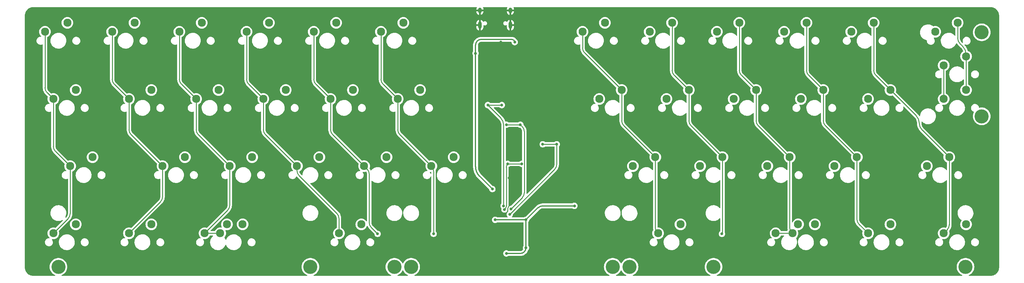
<source format=gbr>
%TF.GenerationSoftware,KiCad,Pcbnew,(7.0.0)*%
%TF.CreationDate,2024-02-03T22:00:31+01:00*%
%TF.ProjectId,the expanse,74686520-6578-4706-916e-73652e6b6963,rev?*%
%TF.SameCoordinates,Original*%
%TF.FileFunction,Copper,L1,Top*%
%TF.FilePolarity,Positive*%
%FSLAX46Y46*%
G04 Gerber Fmt 4.6, Leading zero omitted, Abs format (unit mm)*
G04 Created by KiCad (PCBNEW (7.0.0)) date 2024-02-03 22:00:31*
%MOMM*%
%LPD*%
G01*
G04 APERTURE LIST*
%TA.AperFunction,ComponentPad*%
%ADD10C,2.300000*%
%TD*%
%TA.AperFunction,ComponentPad*%
%ADD11C,4.000000*%
%TD*%
%TA.AperFunction,ComponentPad*%
%ADD12O,1.000000X1.600000*%
%TD*%
%TA.AperFunction,ComponentPad*%
%ADD13O,1.000000X2.100000*%
%TD*%
%TA.AperFunction,ViaPad*%
%ADD14C,0.800000*%
%TD*%
%TA.AperFunction,Conductor*%
%ADD15C,0.250000*%
%TD*%
%TA.AperFunction,Conductor*%
%ADD16C,0.380000*%
%TD*%
G04 APERTURE END LIST*
D10*
%TO.P,MX8,1,1*%
%TO.N,Net-(D8-A)*%
X193040000Y-22860000D03*
%TO.P,MX8,2,2*%
%TO.N,COL7*%
X199390000Y-20320000D03*
%TD*%
%TO.P,MX26,1,1*%
%TO.N,COL1*%
X54927500Y-60960000D03*
%TO.P,MX26,2,2*%
%TO.N,Net-(D26-A)*%
X61277500Y-58420000D03*
%TD*%
%TO.P,MX6,1,1*%
%TO.N,COL5*%
X116840000Y-22860000D03*
%TO.P,MX6,2,2*%
%TO.N,Net-(D6-A)*%
X123190000Y-20320000D03*
%TD*%
%TO.P,MX19,1,1*%
%TO.N,Net-(D19-A)*%
X178752500Y-41910000D03*
%TO.P,MX19,2,2*%
%TO.N,COL6*%
X185102500Y-39370000D03*
%TD*%
%TO.P,MX31,1,1*%
%TO.N,Net-(D31-A)*%
X188277500Y-60960000D03*
%TO.P,MX31,2,2*%
%TO.N,COL6*%
X194627500Y-58420000D03*
%TD*%
%TO.P,MX40,1,1*%
%TO.N,COL2*%
X66833750Y-80010000D03*
%TO.P,MX40,2,2*%
%TO.N,Net-(D38-A)*%
X73183750Y-77470000D03*
%TD*%
%TO.P,MX16,1,1*%
%TO.N,COL3*%
X83502500Y-41910000D03*
%TO.P,MX16,2,2*%
%TO.N,Net-(D16-A)*%
X89852500Y-39370000D03*
%TD*%
%TO.P,MX34,1,1*%
%TO.N,Net-(D34-A)*%
X245427500Y-60960000D03*
%TO.P,MX34,2,2*%
%TO.N,COL9*%
X251777500Y-58420000D03*
%TD*%
%TO.P,MX46,1,1*%
%TO.N,Net-(D24-A)*%
X276383750Y-32385000D03*
%TO.P,MX46,2,2*%
%TO.N,COL11*%
X282733750Y-29845000D03*
%TD*%
%TO.P,MX44,1,1*%
%TO.N,COL9*%
X254952500Y-80010000D03*
%TO.P,MX44,2,2*%
%TO.N,Net-(D42-A)*%
X261302500Y-77470000D03*
%TD*%
%TO.P,MX23,1,1*%
%TO.N,Net-(D23-A)*%
X254952500Y-41910000D03*
%TO.P,MX23,2,2*%
%TO.N,COL10*%
X261302500Y-39370000D03*
%TD*%
%TO.P,MX33,1,1*%
%TO.N,Net-(D33-A)*%
X226377500Y-60960000D03*
%TO.P,MX33,2,2*%
%TO.N,COL8*%
X232727500Y-58420000D03*
%TD*%
%TO.P,MX18,1,1*%
%TO.N,COL5*%
X121602500Y-41910000D03*
%TO.P,MX18,2,2*%
%TO.N,Net-(D18-A)*%
X127952500Y-39370000D03*
%TD*%
%TO.P,MX11,1,1*%
%TO.N,Net-(D11-A)*%
X250190000Y-22860000D03*
%TO.P,MX11,2,2*%
%TO.N,COL10*%
X256540000Y-20320000D03*
%TD*%
%TO.P,MX13,1,1*%
%TO.N,COL0*%
X23971250Y-41910000D03*
%TO.P,MX13,2,2*%
%TO.N,Net-(D13-A)*%
X30321250Y-39370000D03*
%TD*%
%TO.P,MX27,1,1*%
%TO.N,COL2*%
X73977500Y-60960000D03*
%TO.P,MX27,2,2*%
%TO.N,Net-(D27-A)*%
X80327500Y-58420000D03*
%TD*%
%TO.P,MX3,1,1*%
%TO.N,COL2*%
X59690000Y-22860000D03*
%TO.P,MX3,2,2*%
%TO.N,Net-(D3-A)*%
X66040000Y-20320000D03*
%TD*%
D11*
%TO.P,S5,*%
%TO.N,*%
X287178750Y-23018750D03*
X287178750Y-46831250D03*
%TD*%
D10*
%TO.P,MX15,1,1*%
%TO.N,COL2*%
X64452500Y-41910000D03*
%TO.P,MX15,2,2*%
%TO.N,Net-(D15-A)*%
X70802500Y-39370000D03*
%TD*%
D11*
%TO.P,S4,*%
%TO.N,*%
X211137500Y-89535000D03*
X187325000Y-89535000D03*
%TD*%
D10*
%TO.P,MX17,1,1*%
%TO.N,COL4*%
X102552500Y-41910000D03*
%TO.P,MX17,2,2*%
%TO.N,Net-(D17-A)*%
X108902500Y-39370000D03*
%TD*%
%TO.P,MX38,1,1*%
%TO.N,COL0*%
X23971250Y-80010000D03*
%TO.P,MX38,2,2*%
%TO.N,Net-(D36-A)*%
X30321250Y-77470000D03*
%TD*%
%TO.P,MX14,1,1*%
%TO.N,COL1*%
X45402500Y-41910000D03*
%TO.P,MX14,2,2*%
%TO.N,Net-(D14-A)*%
X51752500Y-39370000D03*
%TD*%
%TO.P,MX28,1,1*%
%TO.N,COL3*%
X93027500Y-60960000D03*
%TO.P,MX28,2,2*%
%TO.N,Net-(D28-A)*%
X99377500Y-58420000D03*
%TD*%
%TO.P,MX37,1,1*%
%TO.N,COL8*%
X228758750Y-80010000D03*
%TO.P,MX37,2,2*%
%TO.N,Net-(D41-A)*%
X235108750Y-77470000D03*
%TD*%
%TO.P,MX1,1,1*%
%TO.N,COL0*%
X21590000Y-22860000D03*
%TO.P,MX1,2,2*%
%TO.N,Net-(D1-A)*%
X27940000Y-20320000D03*
%TD*%
D11*
%TO.P,S3,*%
%TO.N,*%
X120650000Y-89535000D03*
X96837500Y-89535000D03*
%TD*%
D10*
%TO.P,MX43,1,1*%
%TO.N,COL8*%
X233521250Y-80010000D03*
%TO.P,MX43,2,2*%
%TO.N,Net-(D41-A)*%
X239871250Y-77470000D03*
%TD*%
%TO.P,MX4,1,1*%
%TO.N,COL3*%
X78740000Y-22860000D03*
%TO.P,MX4,2,2*%
%TO.N,Net-(D4-A)*%
X85090000Y-20320000D03*
%TD*%
D11*
%TO.P,S2,*%
%TO.N,*%
X282575000Y-89535000D03*
X182562500Y-89535000D03*
%TD*%
D10*
%TO.P,MX42,1,1*%
%TO.N,COL6*%
X195421250Y-80010000D03*
%TO.P,MX42,2,2*%
%TO.N,Net-(D40-A)*%
X201771250Y-77470000D03*
%TD*%
%TO.P,MX41,1,1*%
%TO.N,COL3*%
X104933750Y-80010000D03*
%TO.P,MX41,2,2*%
%TO.N,Net-(D39-A)*%
X111283750Y-77470000D03*
%TD*%
D11*
%TO.P,S1,*%
%TO.N,*%
X125412500Y-89535000D03*
X25400000Y-89535000D03*
%TD*%
D10*
%TO.P,MX35,1,1*%
%TO.N,Net-(D35-A)*%
X271621250Y-60960000D03*
%TO.P,MX35,2,2*%
%TO.N,COL10*%
X277971250Y-58420000D03*
%TD*%
%TO.P,MX36,1,1*%
%TO.N,COL2*%
X71278750Y-80010000D03*
%TO.P,MX36,2,2*%
%TO.N,Net-(D38-A)*%
X77628750Y-77470000D03*
%TD*%
%TO.P,MX32,1,1*%
%TO.N,Net-(D32-A)*%
X207327500Y-60960000D03*
%TO.P,MX32,2,2*%
%TO.N,COL7*%
X213677500Y-58420000D03*
%TD*%
%TO.P,MX25,1,1*%
%TO.N,COL0*%
X28733750Y-60960000D03*
%TO.P,MX25,2,2*%
%TO.N,Net-(D25-A)*%
X35083750Y-58420000D03*
%TD*%
%TO.P,MX22,1,1*%
%TO.N,Net-(D22-A)*%
X235902500Y-41910000D03*
%TO.P,MX22,2,2*%
%TO.N,COL9*%
X242252500Y-39370000D03*
%TD*%
%TO.P,MX39,1,1*%
%TO.N,COL1*%
X45402500Y-80010000D03*
%TO.P,MX39,2,2*%
%TO.N,Net-(D37-A)*%
X51752500Y-77470000D03*
%TD*%
%TO.P,MX20,1,1*%
%TO.N,Net-(D20-A)*%
X197802500Y-41910000D03*
%TO.P,MX20,2,2*%
%TO.N,COL7*%
X204152500Y-39370000D03*
%TD*%
%TO.P,MX12,1,1*%
%TO.N,Net-(D12-A)*%
X274002500Y-22860000D03*
%TO.P,MX12,2,2*%
%TO.N,COL11*%
X280352500Y-20320000D03*
%TD*%
%TO.P,MX10,1,1*%
%TO.N,Net-(D10-A)*%
X231140000Y-22860000D03*
%TO.P,MX10,2,2*%
%TO.N,COL9*%
X237490000Y-20320000D03*
%TD*%
%TO.P,MX9,1,1*%
%TO.N,Net-(D9-A)*%
X212090000Y-22860000D03*
%TO.P,MX9,2,2*%
%TO.N,COL8*%
X218440000Y-20320000D03*
%TD*%
%TO.P,MX7,1,1*%
%TO.N,COL6*%
X173990000Y-22860000D03*
%TO.P,MX7,2,2*%
%TO.N,Net-(D7-A)*%
X180340000Y-20320000D03*
%TD*%
%TO.P,MX45,1,1*%
%TO.N,COL10*%
X276383750Y-80010000D03*
%TO.P,MX45,2,2*%
%TO.N,Net-(D43-A)*%
X282733750Y-77470000D03*
%TD*%
%TO.P,MX5,1,1*%
%TO.N,COL4*%
X97790000Y-22860000D03*
%TO.P,MX5,2,2*%
%TO.N,Net-(D5-A)*%
X104140000Y-20320000D03*
%TD*%
%TO.P,MX21,1,1*%
%TO.N,Net-(D21-A)*%
X216852500Y-41910000D03*
%TO.P,MX21,2,2*%
%TO.N,COL8*%
X223202500Y-39370000D03*
%TD*%
%TO.P,MX29,1,1*%
%TO.N,COL4*%
X112077500Y-60960000D03*
%TO.P,MX29,2,2*%
%TO.N,Net-(D29-A)*%
X118427500Y-58420000D03*
%TD*%
%TO.P,MX24,1,1*%
%TO.N,Net-(D24-A)*%
X276383750Y-41910000D03*
%TO.P,MX24,2,2*%
%TO.N,COL11*%
X282733750Y-39370000D03*
%TD*%
%TO.P,MX2,1,1*%
%TO.N,COL1*%
X40640000Y-22860000D03*
%TO.P,MX2,2,2*%
%TO.N,Net-(D2-A)*%
X46990000Y-20320000D03*
%TD*%
%TO.P,MX30,1,1*%
%TO.N,COL5*%
X131127500Y-60960000D03*
%TO.P,MX30,2,2*%
%TO.N,Net-(D30-A)*%
X137477500Y-58420000D03*
%TD*%
D12*
%TO.P,J1,S1,SHIELD*%
%TO.N,GND*%
X144904999Y-16809374D03*
D13*
X144904999Y-20989374D03*
D12*
X153544999Y-16809374D03*
D13*
X153544999Y-20989374D03*
%TD*%
D14*
%TO.N,+3V3*%
X149225000Y-76200000D03*
X152400000Y-85725000D03*
X171712500Y-72231250D03*
X157956250Y-84137500D03*
X157956250Y-76200000D03*
%TO.N,GND*%
X161131250Y-84931250D03*
X150812500Y-25796875D03*
X146050000Y-73818750D03*
X153987500Y-80168750D03*
X152400000Y-88900000D03*
X152400000Y-28178125D03*
X161131250Y-86518750D03*
X153987500Y-88900000D03*
X165893750Y-74612500D03*
X161131250Y-75406250D03*
X150415625Y-67071875D03*
X156368750Y-64293750D03*
X146050000Y-28178125D03*
X153590625Y-67071875D03*
X154781250Y-22621875D03*
X159146875Y-66675000D03*
X153193750Y-64293750D03*
X146050000Y-75406250D03*
%TO.N,+5V*%
X143668750Y-28971875D03*
X154781250Y-25796875D03*
X148431250Y-67468750D03*
%TO.N,ROW0*%
X151112500Y-43656250D03*
X147143750Y-43656250D03*
X151606250Y-72231250D03*
%TO.N,ROW1*%
X156368750Y-49212500D03*
X153677545Y-73111920D03*
X152400000Y-49212500D03*
%TO.N,ROW2*%
X162718750Y-54768750D03*
X153362000Y-74612500D03*
X166687500Y-54768750D03*
%TO.N,ROW3*%
X151862000Y-73243036D03*
X152800000Y-60325000D03*
X156768750Y-60325000D03*
%TO.N,COL4*%
X115887500Y-80168750D03*
%TO.N,COL5*%
X131762500Y-80168750D03*
%TO.N,COL7*%
X213518750Y-80168750D03*
%TD*%
D15*
%TO.N,Net-(D24-A)*%
X276383750Y-32385000D02*
X276383750Y-41910000D01*
D16*
%TO.N,+3V3*%
X149225000Y-76200000D02*
X157956250Y-76200000D01*
X156368750Y-85725000D02*
X152400000Y-85725000D01*
X162753427Y-72231250D02*
X171712500Y-72231250D01*
X157956250Y-76200000D02*
X161339214Y-72817036D01*
X157956250Y-76200000D02*
X157956250Y-84137500D01*
X156368750Y-85725050D02*
G75*
G03*
X157956250Y-84137500I-50J1587550D01*
G01*
X162753427Y-72231255D02*
G75*
G03*
X161339214Y-72817036I-27J-1999945D01*
G01*
%TO.N,GND*%
X153193750Y-64293750D02*
X156368750Y-64293750D01*
X159940625Y-50800000D02*
X159940625Y-64758718D01*
X152516242Y-74099383D02*
X152400000Y-74215625D01*
D15*
X152796875Y-73421876D02*
X152796875Y-73189391D01*
D16*
X152400000Y-28178125D02*
X152400000Y-38400577D01*
X153590625Y-67071875D02*
X153590625Y-71273109D01*
X152400000Y-40084375D02*
X153590625Y-41275000D01*
X153590625Y-41275000D02*
X157695561Y-45379936D01*
X151441859Y-74612500D02*
X147966282Y-74612500D01*
X146050000Y-28178125D02*
X146050000Y-56532324D01*
X151441859Y-74612475D02*
G75*
G03*
X152400000Y-74215625I41J1354975D01*
G01*
X146049991Y-56532324D02*
G75*
G03*
X150415626Y-67071874I14905209J24D01*
G01*
X153193747Y-72231247D02*
G75*
G03*
X153590625Y-71273109I-958147J958147D01*
G01*
X146050016Y-73818734D02*
G75*
G03*
X147966282Y-74612500I1916284J1916234D01*
G01*
X159146865Y-66674990D02*
G75*
G03*
X159940625Y-64758718I-1916265J1916290D01*
G01*
X159940625Y-50800000D02*
G75*
G03*
X157695560Y-45379937I-7665125J0D01*
G01*
D15*
X152516262Y-74099403D02*
G75*
G03*
X152796875Y-73421876I-677562J677503D01*
G01*
D16*
X152400003Y-38400577D02*
G75*
G03*
X153590626Y-41274999I4064997J-23D01*
G01*
D15*
X153193753Y-72231253D02*
G75*
G03*
X152796875Y-73189391I958147J-958147D01*
G01*
D16*
%TO.N,+5V*%
X143668750Y-28971875D02*
X143668750Y-26625302D01*
X143668750Y-61118750D02*
X143668750Y-28971875D01*
X148431250Y-67468750D02*
X144791282Y-63828782D01*
X145287177Y-25006875D02*
X153991250Y-25006875D01*
X154781225Y-25796875D02*
G75*
G03*
X153991250Y-25006875I-790025J-25D01*
G01*
X143668711Y-61118750D02*
G75*
G03*
X144791282Y-63828782I3832589J50D01*
G01*
X145287177Y-25006850D02*
G75*
G03*
X143668750Y-26625302I23J-1618450D01*
G01*
D15*
%TO.N,ROW0*%
X151606250Y-72231250D02*
X151606250Y-49247177D01*
X147143750Y-43656250D02*
X151112500Y-43656250D01*
X147143750Y-43656250D02*
X150808332Y-47320832D01*
X151606270Y-49247177D02*
G75*
G03*
X150808332Y-47320832I-2724270J-23D01*
G01*
%TO.N,ROW1*%
X153677545Y-73111920D02*
X156907964Y-69881500D01*
X156907963Y-49751713D02*
X156368750Y-49212500D01*
X157493750Y-68467287D02*
X157493750Y-51165927D01*
X152400000Y-49212500D02*
X156368750Y-49212500D01*
X156907960Y-69881496D02*
G75*
G03*
X157493750Y-68467287I-1414160J1414196D01*
G01*
X157493745Y-51165927D02*
G75*
G03*
X156907963Y-49751713I-1999945J27D01*
G01*
%TO.N,ROW2*%
X166687500Y-60458573D02*
X166687500Y-54768750D01*
X162718750Y-54768750D02*
X166687500Y-54768750D01*
X153362000Y-74612500D02*
X166101714Y-61872786D01*
X166101728Y-61872800D02*
G75*
G03*
X166687500Y-60458573I-1414228J1414200D01*
G01*
%TO.N,ROW3*%
X152064983Y-73040054D02*
X151862000Y-73243036D01*
X152800000Y-60325000D02*
X156768750Y-60325000D01*
X152400000Y-72231250D02*
X152400000Y-61290685D01*
X152800004Y-60325004D02*
G75*
G03*
X152400000Y-61290685I965696J-965696D01*
G01*
X152064953Y-73040024D02*
G75*
G03*
X152400000Y-72231250I-808753J808824D01*
G01*
%TO.N,COL0*%
X28733750Y-60960000D02*
X28733750Y-74419073D01*
X28147963Y-75833287D02*
X23971250Y-80010000D01*
X21590000Y-22860000D02*
X21590000Y-38700323D01*
X22175787Y-40114537D02*
X23971250Y-41910000D01*
X23971250Y-41910000D02*
X23971250Y-55369073D01*
X24557037Y-56783287D02*
X28733750Y-60960000D01*
X23971255Y-55369073D02*
G75*
G03*
X24557037Y-56783287I1999945J-27D01*
G01*
X21589984Y-38700323D02*
G75*
G03*
X22175787Y-40114537I2000016J23D01*
G01*
X28147966Y-75833290D02*
G75*
G03*
X28733750Y-74419073I-1414166J1414190D01*
G01*
%TO.N,COL1*%
X41225787Y-37733287D02*
X45402500Y-41910000D01*
X54341713Y-71070787D02*
X45402500Y-80010000D01*
X40640000Y-22860000D02*
X40640000Y-36319073D01*
X54927500Y-60960000D02*
X54927500Y-69656573D01*
X45988287Y-52020787D02*
X54927500Y-60960000D01*
X45402500Y-41910000D02*
X45402500Y-50606573D01*
X45402520Y-50606573D02*
G75*
G03*
X45988288Y-52020786I1999980J-27D01*
G01*
X54341727Y-71070801D02*
G75*
G03*
X54927500Y-69656573I-1414227J1414201D01*
G01*
X40640020Y-36319073D02*
G75*
G03*
X41225788Y-37733286I1999980J-27D01*
G01*
%TO.N,COL2*%
X60275787Y-37733287D02*
X64452500Y-41910000D01*
X73391713Y-73452037D02*
X66833750Y-80010000D01*
X66833750Y-80010000D02*
X71278750Y-80010000D01*
X65038287Y-52020787D02*
X73977500Y-60960000D01*
X64452500Y-41910000D02*
X64452500Y-50606573D01*
X73977500Y-60960000D02*
X73977500Y-72037823D01*
X59690000Y-22860000D02*
X59690000Y-36319073D01*
X73391702Y-73452026D02*
G75*
G03*
X73977500Y-72037823I-1414202J1414226D01*
G01*
X59690020Y-36319073D02*
G75*
G03*
X60275788Y-37733286I1999980J-27D01*
G01*
X64452520Y-50606573D02*
G75*
G03*
X65038288Y-52020786I1999980J-27D01*
G01*
%TO.N,COL3*%
X93613287Y-63625918D02*
X104347964Y-74360595D01*
X79325787Y-37733287D02*
X83502500Y-41910000D01*
X104933750Y-75774808D02*
X104933750Y-80010000D01*
X83502500Y-41910000D02*
X83502500Y-50606573D01*
X93027500Y-60960000D02*
X93027500Y-62211704D01*
X78740000Y-22860000D02*
X78740000Y-36319073D01*
X84088287Y-52020787D02*
X93027500Y-60960000D01*
X78740020Y-36319073D02*
G75*
G03*
X79325788Y-37733286I1999980J-27D01*
G01*
X104933758Y-75774808D02*
G75*
G03*
X104347963Y-74360596I-1999958J8D01*
G01*
X93027498Y-62211704D02*
G75*
G03*
X93613288Y-63625917I2000002J4D01*
G01*
X83502520Y-50606573D02*
G75*
G03*
X84088288Y-52020786I1999980J-27D01*
G01*
%TO.N,COL4*%
X98375787Y-37733287D02*
X102552500Y-41910000D01*
X102552500Y-41910000D02*
X102552500Y-50606573D01*
X97790000Y-22860000D02*
X97790000Y-36319073D01*
X114104387Y-78385637D02*
X115887500Y-80168750D01*
X113518600Y-63229527D02*
X113518600Y-76971423D01*
X103138287Y-52020787D02*
X112077500Y-60960000D01*
X112077500Y-60960000D02*
X112932814Y-61815314D01*
X113518580Y-63229527D02*
G75*
G03*
X112932813Y-61815315I-1999980J27D01*
G01*
X102552520Y-50606573D02*
G75*
G03*
X103138288Y-52020786I1999980J-27D01*
G01*
X113518584Y-76971423D02*
G75*
G03*
X114104387Y-78385637I2000016J23D01*
G01*
X97790020Y-36319073D02*
G75*
G03*
X98375788Y-37733286I1999980J-27D01*
G01*
%TO.N,COL5*%
X116840000Y-22860000D02*
X116840000Y-36319073D01*
X117425787Y-37733287D02*
X121602500Y-41910000D01*
X122188287Y-52020787D02*
X131127500Y-60960000D01*
X131762500Y-80168750D02*
X131762500Y-62423427D01*
X131176713Y-61009213D02*
X131127500Y-60960000D01*
X121602500Y-41910000D02*
X121602500Y-50606573D01*
X116840020Y-36319073D02*
G75*
G03*
X117425788Y-37733286I1999980J-27D01*
G01*
X131762480Y-62423427D02*
G75*
G03*
X131176712Y-61009214I-1999980J27D01*
G01*
X121602520Y-50606573D02*
G75*
G03*
X122188288Y-52020786I1999980J-27D01*
G01*
%TO.N,COL6*%
X195213287Y-79802037D02*
X195421250Y-80010000D01*
X194627500Y-58420000D02*
X185688286Y-49480786D01*
X185102500Y-39370000D02*
X174575786Y-28843286D01*
X173990000Y-27429073D02*
X173990000Y-22860000D01*
X185102500Y-48066573D02*
X185102500Y-39370000D01*
X194627500Y-58420000D02*
X194627500Y-78387823D01*
X173990020Y-27429073D02*
G75*
G03*
X174575787Y-28843285I1999980J-27D01*
G01*
X194627484Y-78387823D02*
G75*
G03*
X195213287Y-79802037I2000016J23D01*
G01*
X185102520Y-48066573D02*
G75*
G03*
X185688287Y-49480785I1999980J-27D01*
G01*
%TO.N,COL7*%
X199390000Y-33779073D02*
X199390000Y-20320000D01*
X213677500Y-58420000D02*
X204738286Y-49480786D01*
X213677500Y-80010000D02*
X213518750Y-80168750D01*
X213677500Y-58420000D02*
X213677500Y-80010000D01*
X204152500Y-48066573D02*
X204152500Y-39370000D01*
X204152500Y-39370000D02*
X199975786Y-35193286D01*
X199390020Y-33779073D02*
G75*
G03*
X199975787Y-35193285I1999980J-27D01*
G01*
X204152520Y-48066573D02*
G75*
G03*
X204738287Y-49480785I1999980J-27D01*
G01*
%TO.N,COL8*%
X232727500Y-58420000D02*
X232727500Y-78387823D01*
X219025787Y-35193287D02*
X223202500Y-39370000D01*
X233521250Y-80010000D02*
X228758750Y-80010000D01*
X233313287Y-79802037D02*
X233521250Y-80010000D01*
X223202500Y-39370000D02*
X223202500Y-48066573D01*
X223788287Y-49480787D02*
X232727500Y-58420000D01*
X218440000Y-20320000D02*
X218440000Y-33779073D01*
X232727484Y-78387823D02*
G75*
G03*
X233313287Y-79802037I2000016J23D01*
G01*
X218440020Y-33779073D02*
G75*
G03*
X219025788Y-35193286I1999980J-27D01*
G01*
X223202520Y-48066573D02*
G75*
G03*
X223788288Y-49480786I1999980J-27D01*
G01*
%TO.N,COL9*%
X251777500Y-76006573D02*
X251777500Y-58420000D01*
X254952500Y-80010000D02*
X252363286Y-77420786D01*
X237490000Y-20320000D02*
X237490000Y-33779073D01*
X238075787Y-35193287D02*
X242252500Y-39370000D01*
X251777500Y-58420000D02*
X242838286Y-49480786D01*
X242252500Y-48066573D02*
X242252500Y-39370000D01*
X242252520Y-48066573D02*
G75*
G03*
X242838287Y-49480785I1999980J-27D01*
G01*
X251777520Y-76006573D02*
G75*
G03*
X252363287Y-77420785I1999980J-27D01*
G01*
X237490020Y-33779073D02*
G75*
G03*
X238075788Y-35193286I1999980J-27D01*
G01*
%TO.N,COL11*%
X282733750Y-29845000D02*
X282733750Y-29287038D01*
X282733750Y-39370000D02*
X282733750Y-29845000D01*
X281781250Y-26987500D02*
X280987500Y-26193750D01*
X280352500Y-24660725D02*
X280352500Y-20320000D01*
X282733719Y-29287038D02*
G75*
G03*
X281781250Y-26987500I-3252019J38D01*
G01*
X280352476Y-24660725D02*
G75*
G03*
X280987501Y-26193749I2168024J25D01*
G01*
%TO.N,COL10*%
X261302500Y-39370000D02*
X268580099Y-46647599D01*
X276383750Y-80010000D02*
X277385464Y-79008286D01*
X256540000Y-33779073D02*
X256540000Y-20320000D01*
X261302500Y-39370000D02*
X257125786Y-35193286D01*
X277971250Y-77594073D02*
X277971250Y-58420000D01*
X270263897Y-50712648D02*
X277971250Y-58420000D01*
X269478115Y-48815625D02*
G75*
G03*
X268580099Y-46647599I-3066015J25D01*
G01*
X256540020Y-33779073D02*
G75*
G03*
X257125787Y-35193285I1999980J-27D01*
G01*
X269478101Y-48815625D02*
G75*
G03*
X270263897Y-50712648I2682799J25D01*
G01*
X277385467Y-79008289D02*
G75*
G03*
X277971250Y-77594073I-1414167J1414189D01*
G01*
%TD*%
%TA.AperFunction,Conductor*%
%TO.N,GND*%
G36*
X152865359Y-73542721D02*
G01*
X152913579Y-73589693D01*
X152945012Y-73644136D01*
X152948876Y-73648428D01*
X152972163Y-73712405D01*
X152957952Y-73779268D01*
X152911529Y-73827343D01*
X152909270Y-73828349D01*
X152822149Y-73891646D01*
X152786268Y-73917715D01*
X152723758Y-73940961D01*
X152658248Y-73928464D01*
X152608686Y-73883838D01*
X152589410Y-73819992D01*
X152605995Y-73755398D01*
X152689179Y-73611320D01*
X152691191Y-73605124D01*
X152692911Y-73601264D01*
X152735955Y-73549506D01*
X152799700Y-73527865D01*
X152865359Y-73542721D01*
G37*
%TD.AperFunction*%
%TA.AperFunction,Conductor*%
G36*
X156115435Y-60961219D02*
G01*
X156153531Y-60988895D01*
X156153700Y-60988709D01*
X156155478Y-60990310D01*
X156157148Y-60991523D01*
X156162879Y-60997888D01*
X156168137Y-61001708D01*
X156168138Y-61001709D01*
X156222160Y-61040958D01*
X156316020Y-61109151D01*
X156488947Y-61186144D01*
X156674104Y-61225500D01*
X156680607Y-61225500D01*
X156744250Y-61225500D01*
X156806250Y-61242113D01*
X156851637Y-61287500D01*
X156868250Y-61349500D01*
X156868250Y-68463225D01*
X156867985Y-68471334D01*
X156857023Y-68638592D01*
X156854905Y-68654674D01*
X156823002Y-68815060D01*
X156818804Y-68830727D01*
X156766238Y-68985582D01*
X156760031Y-69000568D01*
X156687697Y-69147245D01*
X156679587Y-69161292D01*
X156588732Y-69297265D01*
X156578857Y-69310134D01*
X156468295Y-69436202D01*
X156462749Y-69442123D01*
X156411969Y-69492902D01*
X156411969Y-69492903D01*
X156411967Y-69492905D01*
X154387806Y-71517068D01*
X153729773Y-72175101D01*
X153689545Y-72201981D01*
X153642092Y-72211420D01*
X153582899Y-72211420D01*
X153576540Y-72212771D01*
X153576536Y-72212772D01*
X153404104Y-72249423D01*
X153404097Y-72249425D01*
X153397742Y-72250776D01*
X153391807Y-72253418D01*
X153391799Y-72253421D01*
X153230752Y-72325125D01*
X153230747Y-72325127D01*
X153224815Y-72327769D01*
X153219558Y-72331588D01*
X153213930Y-72334838D01*
X153212891Y-72333040D01*
X153159216Y-72352835D01*
X153093198Y-72339697D01*
X153043770Y-72294002D01*
X153025500Y-72229216D01*
X153025500Y-72221779D01*
X153025500Y-72211420D01*
X153025503Y-72155328D01*
X153025500Y-72155316D01*
X153025500Y-61296786D01*
X153026095Y-61284648D01*
X153026707Y-61278431D01*
X153049550Y-61218024D01*
X153099670Y-61177298D01*
X153252730Y-61109151D01*
X153405871Y-60997888D01*
X153411601Y-60991523D01*
X153413271Y-60990310D01*
X153415050Y-60988709D01*
X153415218Y-60988895D01*
X153453315Y-60961219D01*
X153503748Y-60950500D01*
X156065002Y-60950500D01*
X156115435Y-60961219D01*
G37*
%TD.AperFunction*%
%TA.AperFunction,Conductor*%
G36*
X143959478Y-15890327D02*
G01*
X144004215Y-15931264D01*
X144024192Y-15988519D01*
X144014630Y-16048400D01*
X143948418Y-16202693D01*
X143944675Y-16214622D01*
X143906265Y-16401527D01*
X143905000Y-16413973D01*
X143905000Y-16543049D01*
X143908450Y-16555924D01*
X143921326Y-16559375D01*
X145888674Y-16559375D01*
X145901549Y-16555924D01*
X145905000Y-16543049D01*
X145905000Y-16461805D01*
X145904682Y-16455539D01*
X145890216Y-16313290D01*
X145887698Y-16301039D01*
X145830580Y-16118989D01*
X145825644Y-16107485D01*
X145799109Y-16059678D01*
X145783538Y-15997930D01*
X145800668Y-15936595D01*
X145845982Y-15891852D01*
X145907528Y-15875500D01*
X152540679Y-15875500D01*
X152599478Y-15890327D01*
X152644215Y-15931264D01*
X152664192Y-15988519D01*
X152654630Y-16048400D01*
X152588418Y-16202693D01*
X152584675Y-16214622D01*
X152546265Y-16401527D01*
X152545000Y-16413973D01*
X152545000Y-16543049D01*
X152548450Y-16555924D01*
X152561326Y-16559375D01*
X154528674Y-16559375D01*
X154541549Y-16555924D01*
X154545000Y-16543049D01*
X154545000Y-16461805D01*
X154544682Y-16455539D01*
X154530216Y-16313290D01*
X154527698Y-16301039D01*
X154470580Y-16118989D01*
X154465644Y-16107485D01*
X154439109Y-16059678D01*
X154423538Y-15997930D01*
X154440668Y-15936595D01*
X154485982Y-15891852D01*
X154547528Y-15875500D01*
X289714996Y-15875500D01*
X289722484Y-15875726D01*
X289726179Y-15875949D01*
X289817712Y-15881488D01*
X290006648Y-15893875D01*
X290020830Y-15895634D01*
X290147313Y-15918815D01*
X290149017Y-15919140D01*
X290301565Y-15949486D01*
X290314229Y-15952709D01*
X290443229Y-15992909D01*
X290446040Y-15993824D01*
X290587147Y-16041725D01*
X290598157Y-16046061D01*
X290723675Y-16102553D01*
X290727551Y-16104379D01*
X290858868Y-16169139D01*
X290868155Y-16174225D01*
X290986984Y-16246061D01*
X290986991Y-16246065D01*
X290991732Y-16249080D01*
X291112411Y-16329717D01*
X291119991Y-16335207D01*
X291204644Y-16401527D01*
X291229781Y-16421221D01*
X291229793Y-16421230D01*
X291235060Y-16425596D01*
X291343785Y-16520946D01*
X291343809Y-16520967D01*
X291349731Y-16526514D01*
X291448484Y-16625267D01*
X291454024Y-16631181D01*
X291549396Y-16739932D01*
X291553768Y-16745205D01*
X291639791Y-16855007D01*
X291645281Y-16862587D01*
X291725918Y-16983266D01*
X291728933Y-16988007D01*
X291800768Y-17106834D01*
X291805864Y-17116140D01*
X291870601Y-17247410D01*
X291872464Y-17251363D01*
X291928933Y-17376830D01*
X291933277Y-17387862D01*
X291981149Y-17528881D01*
X291982115Y-17531849D01*
X292022284Y-17660750D01*
X292025516Y-17673450D01*
X292055850Y-17825942D01*
X292056201Y-17827779D01*
X292079360Y-17954136D01*
X292081126Y-17968379D01*
X292093483Y-18156862D01*
X292093523Y-18157484D01*
X292099274Y-18252515D01*
X292099500Y-18260005D01*
X292099500Y-89689995D01*
X292099274Y-89697486D01*
X292093523Y-89792515D01*
X292093483Y-89793136D01*
X292081126Y-89981619D01*
X292079360Y-89995862D01*
X292056201Y-90122219D01*
X292055850Y-90124056D01*
X292025516Y-90276548D01*
X292022284Y-90289248D01*
X291982115Y-90418149D01*
X291981149Y-90421117D01*
X291933277Y-90562136D01*
X291928933Y-90573168D01*
X291872464Y-90698635D01*
X291870601Y-90702588D01*
X291805864Y-90833858D01*
X291800768Y-90843164D01*
X291728933Y-90961991D01*
X291725918Y-90966732D01*
X291645281Y-91087411D01*
X291639791Y-91094991D01*
X291553768Y-91204793D01*
X291549385Y-91210080D01*
X291454031Y-91318809D01*
X291448484Y-91324731D01*
X291349731Y-91423484D01*
X291343809Y-91429031D01*
X291235080Y-91524385D01*
X291229793Y-91528768D01*
X291119991Y-91614791D01*
X291112411Y-91620281D01*
X290991732Y-91700918D01*
X290986991Y-91703933D01*
X290868164Y-91775768D01*
X290858858Y-91780864D01*
X290727588Y-91845601D01*
X290723635Y-91847464D01*
X290598168Y-91903933D01*
X290587136Y-91908277D01*
X290446117Y-91956149D01*
X290443149Y-91957115D01*
X290314248Y-91997284D01*
X290301548Y-92000516D01*
X290149056Y-92030850D01*
X290147219Y-92031201D01*
X290020862Y-92054360D01*
X290006619Y-92056126D01*
X289818136Y-92068483D01*
X289817515Y-92068523D01*
X289728966Y-92073881D01*
X289722483Y-92074274D01*
X289714995Y-92074500D01*
X283603524Y-92074500D01*
X283538402Y-92056023D01*
X283492688Y-92006100D01*
X283480003Y-91939606D01*
X283504130Y-91876360D01*
X283557877Y-91835208D01*
X283563442Y-91833004D01*
X283641766Y-91801994D01*
X283917484Y-91650416D01*
X284172030Y-91465478D01*
X284401390Y-91250094D01*
X284601947Y-91007663D01*
X284770537Y-90742007D01*
X284904503Y-90457315D01*
X285001731Y-90158079D01*
X285060688Y-89849015D01*
X285080444Y-89535000D01*
X285060688Y-89220985D01*
X285001731Y-88911921D01*
X284904503Y-88612685D01*
X284770537Y-88327993D01*
X284601947Y-88062337D01*
X284401390Y-87819906D01*
X284172030Y-87604522D01*
X283917484Y-87419584D01*
X283914081Y-87417713D01*
X283914076Y-87417710D01*
X283645183Y-87269884D01*
X283645176Y-87269880D01*
X283641766Y-87268006D01*
X283638140Y-87266570D01*
X283638135Y-87266568D01*
X283352847Y-87153615D01*
X283352846Y-87153614D01*
X283349225Y-87152181D01*
X283345455Y-87151213D01*
X283345452Y-87151212D01*
X283048256Y-87074905D01*
X283048251Y-87074904D01*
X283044473Y-87073934D01*
X283040602Y-87073445D01*
X283040597Y-87073444D01*
X282736184Y-87034988D01*
X282736177Y-87034987D01*
X282732318Y-87034500D01*
X282417682Y-87034500D01*
X282413823Y-87034987D01*
X282413815Y-87034988D01*
X282109402Y-87073444D01*
X282109394Y-87073445D01*
X282105527Y-87073934D01*
X282101751Y-87074903D01*
X282101743Y-87074905D01*
X281804547Y-87151212D01*
X281804539Y-87151214D01*
X281800775Y-87152181D01*
X281797158Y-87153612D01*
X281797152Y-87153615D01*
X281511864Y-87266568D01*
X281511853Y-87266572D01*
X281508234Y-87268006D01*
X281504829Y-87269877D01*
X281504816Y-87269884D01*
X281235923Y-87417710D01*
X281235911Y-87417717D01*
X281232516Y-87419584D01*
X281229372Y-87421867D01*
X281229366Y-87421872D01*
X280981126Y-87602228D01*
X280981115Y-87602236D01*
X280977970Y-87604522D01*
X280975135Y-87607183D01*
X280975128Y-87607190D01*
X280751447Y-87817241D01*
X280751440Y-87817248D01*
X280748610Y-87819906D01*
X280746135Y-87822897D01*
X280746131Y-87822902D01*
X280550536Y-88059334D01*
X280550526Y-88059346D01*
X280548053Y-88062337D01*
X280545971Y-88065616D01*
X280545962Y-88065630D01*
X280381548Y-88324706D01*
X280381541Y-88324717D01*
X280379463Y-88327993D01*
X280377810Y-88331504D01*
X280377807Y-88331511D01*
X280272443Y-88555421D01*
X280245497Y-88612685D01*
X280148269Y-88911921D01*
X280147540Y-88915741D01*
X280147538Y-88915750D01*
X280090041Y-89217158D01*
X280090038Y-89217174D01*
X280089312Y-89220985D01*
X280069556Y-89535000D01*
X280089312Y-89849015D01*
X280090039Y-89852827D01*
X280090041Y-89852841D01*
X280147538Y-90154249D01*
X280148269Y-90158079D01*
X280149473Y-90161786D01*
X280149474Y-90161788D01*
X280233735Y-90421117D01*
X280245497Y-90457315D01*
X280379463Y-90742007D01*
X280381545Y-90745288D01*
X280381548Y-90745293D01*
X280545962Y-91004369D01*
X280545966Y-91004375D01*
X280548053Y-91007663D01*
X280550532Y-91010660D01*
X280550536Y-91010665D01*
X280620297Y-91094991D01*
X280748610Y-91250094D01*
X280977970Y-91465478D01*
X281232516Y-91650416D01*
X281235923Y-91652289D01*
X281460567Y-91775789D01*
X281508234Y-91801994D01*
X281578151Y-91829676D01*
X281592123Y-91835208D01*
X281645870Y-91876360D01*
X281669997Y-91939606D01*
X281657312Y-92006100D01*
X281611598Y-92056023D01*
X281546476Y-92074500D01*
X212166024Y-92074500D01*
X212100902Y-92056023D01*
X212055188Y-92006100D01*
X212042503Y-91939606D01*
X212066630Y-91876360D01*
X212120377Y-91835208D01*
X212125942Y-91833004D01*
X212204266Y-91801994D01*
X212479984Y-91650416D01*
X212734530Y-91465478D01*
X212963890Y-91250094D01*
X213164447Y-91007663D01*
X213333037Y-90742007D01*
X213467003Y-90457315D01*
X213564231Y-90158079D01*
X213623188Y-89849015D01*
X213642944Y-89535000D01*
X213623188Y-89220985D01*
X213564231Y-88911921D01*
X213467003Y-88612685D01*
X213333037Y-88327993D01*
X213164447Y-88062337D01*
X212963890Y-87819906D01*
X212734530Y-87604522D01*
X212479984Y-87419584D01*
X212476581Y-87417713D01*
X212476576Y-87417710D01*
X212207683Y-87269884D01*
X212207676Y-87269880D01*
X212204266Y-87268006D01*
X212200640Y-87266570D01*
X212200635Y-87266568D01*
X211915347Y-87153615D01*
X211915346Y-87153614D01*
X211911725Y-87152181D01*
X211907955Y-87151213D01*
X211907952Y-87151212D01*
X211610756Y-87074905D01*
X211610751Y-87074904D01*
X211606973Y-87073934D01*
X211603102Y-87073445D01*
X211603097Y-87073444D01*
X211298684Y-87034988D01*
X211298677Y-87034987D01*
X211294818Y-87034500D01*
X210980182Y-87034500D01*
X210976323Y-87034987D01*
X210976315Y-87034988D01*
X210671902Y-87073444D01*
X210671894Y-87073445D01*
X210668027Y-87073934D01*
X210664251Y-87074903D01*
X210664243Y-87074905D01*
X210367047Y-87151212D01*
X210367039Y-87151214D01*
X210363275Y-87152181D01*
X210359658Y-87153612D01*
X210359652Y-87153615D01*
X210074364Y-87266568D01*
X210074353Y-87266572D01*
X210070734Y-87268006D01*
X210067329Y-87269877D01*
X210067316Y-87269884D01*
X209798423Y-87417710D01*
X209798411Y-87417717D01*
X209795016Y-87419584D01*
X209791872Y-87421867D01*
X209791866Y-87421872D01*
X209543626Y-87602228D01*
X209543615Y-87602236D01*
X209540470Y-87604522D01*
X209537635Y-87607183D01*
X209537628Y-87607190D01*
X209313947Y-87817241D01*
X209313940Y-87817248D01*
X209311110Y-87819906D01*
X209308635Y-87822897D01*
X209308631Y-87822902D01*
X209113036Y-88059334D01*
X209113026Y-88059346D01*
X209110553Y-88062337D01*
X209108471Y-88065616D01*
X209108462Y-88065630D01*
X208944048Y-88324706D01*
X208944041Y-88324717D01*
X208941963Y-88327993D01*
X208940310Y-88331504D01*
X208940307Y-88331511D01*
X208834943Y-88555421D01*
X208807997Y-88612685D01*
X208710769Y-88911921D01*
X208710040Y-88915741D01*
X208710038Y-88915750D01*
X208652541Y-89217158D01*
X208652538Y-89217174D01*
X208651812Y-89220985D01*
X208632056Y-89535000D01*
X208651812Y-89849015D01*
X208652539Y-89852827D01*
X208652541Y-89852841D01*
X208710038Y-90154249D01*
X208710769Y-90158079D01*
X208711973Y-90161786D01*
X208711974Y-90161788D01*
X208796235Y-90421117D01*
X208807997Y-90457315D01*
X208941963Y-90742007D01*
X208944045Y-90745288D01*
X208944048Y-90745293D01*
X209108462Y-91004369D01*
X209108466Y-91004375D01*
X209110553Y-91007663D01*
X209113032Y-91010660D01*
X209113036Y-91010665D01*
X209182797Y-91094991D01*
X209311110Y-91250094D01*
X209540470Y-91465478D01*
X209795016Y-91650416D01*
X209798423Y-91652289D01*
X210023067Y-91775789D01*
X210070734Y-91801994D01*
X210140651Y-91829676D01*
X210154623Y-91835208D01*
X210208370Y-91876360D01*
X210232497Y-91939606D01*
X210219812Y-92006100D01*
X210174098Y-92056023D01*
X210108976Y-92074500D01*
X188353524Y-92074500D01*
X188288402Y-92056023D01*
X188242688Y-92006100D01*
X188230003Y-91939606D01*
X188254130Y-91876360D01*
X188307877Y-91835208D01*
X188313442Y-91833004D01*
X188391766Y-91801994D01*
X188667484Y-91650416D01*
X188922030Y-91465478D01*
X189151390Y-91250094D01*
X189351947Y-91007663D01*
X189520537Y-90742007D01*
X189654503Y-90457315D01*
X189751731Y-90158079D01*
X189810688Y-89849015D01*
X189830444Y-89535000D01*
X189810688Y-89220985D01*
X189751731Y-88911921D01*
X189654503Y-88612685D01*
X189520537Y-88327993D01*
X189351947Y-88062337D01*
X189151390Y-87819906D01*
X188922030Y-87604522D01*
X188667484Y-87419584D01*
X188664081Y-87417713D01*
X188664076Y-87417710D01*
X188395183Y-87269884D01*
X188395176Y-87269880D01*
X188391766Y-87268006D01*
X188388140Y-87266570D01*
X188388135Y-87266568D01*
X188102847Y-87153615D01*
X188102846Y-87153614D01*
X188099225Y-87152181D01*
X188095455Y-87151213D01*
X188095452Y-87151212D01*
X187798256Y-87074905D01*
X187798251Y-87074904D01*
X187794473Y-87073934D01*
X187790602Y-87073445D01*
X187790597Y-87073444D01*
X187486184Y-87034988D01*
X187486177Y-87034987D01*
X187482318Y-87034500D01*
X187167682Y-87034500D01*
X187163823Y-87034987D01*
X187163815Y-87034988D01*
X186859402Y-87073444D01*
X186859394Y-87073445D01*
X186855527Y-87073934D01*
X186851751Y-87074903D01*
X186851743Y-87074905D01*
X186554547Y-87151212D01*
X186554539Y-87151214D01*
X186550775Y-87152181D01*
X186547158Y-87153612D01*
X186547152Y-87153615D01*
X186261864Y-87266568D01*
X186261853Y-87266572D01*
X186258234Y-87268006D01*
X186254829Y-87269877D01*
X186254816Y-87269884D01*
X185985923Y-87417710D01*
X185985911Y-87417717D01*
X185982516Y-87419584D01*
X185979372Y-87421867D01*
X185979366Y-87421872D01*
X185731126Y-87602228D01*
X185731115Y-87602236D01*
X185727970Y-87604522D01*
X185725135Y-87607183D01*
X185725128Y-87607190D01*
X185501447Y-87817241D01*
X185501440Y-87817248D01*
X185498610Y-87819906D01*
X185496135Y-87822897D01*
X185496131Y-87822902D01*
X185300536Y-88059334D01*
X185300526Y-88059346D01*
X185298053Y-88062337D01*
X185295971Y-88065616D01*
X185295962Y-88065630D01*
X185131548Y-88324706D01*
X185131541Y-88324717D01*
X185129463Y-88327993D01*
X185127810Y-88331504D01*
X185127807Y-88331511D01*
X185055949Y-88484218D01*
X185010192Y-88536118D01*
X184943750Y-88555421D01*
X184877308Y-88536118D01*
X184831551Y-88484218D01*
X184759692Y-88331511D01*
X184758037Y-88327993D01*
X184589447Y-88062337D01*
X184388890Y-87819906D01*
X184159530Y-87604522D01*
X183904984Y-87419584D01*
X183901581Y-87417713D01*
X183901576Y-87417710D01*
X183632683Y-87269884D01*
X183632676Y-87269880D01*
X183629266Y-87268006D01*
X183625640Y-87266570D01*
X183625635Y-87266568D01*
X183340347Y-87153615D01*
X183340346Y-87153614D01*
X183336725Y-87152181D01*
X183332955Y-87151213D01*
X183332952Y-87151212D01*
X183035756Y-87074905D01*
X183035751Y-87074904D01*
X183031973Y-87073934D01*
X183028102Y-87073445D01*
X183028097Y-87073444D01*
X182723684Y-87034988D01*
X182723677Y-87034987D01*
X182719818Y-87034500D01*
X182405182Y-87034500D01*
X182401323Y-87034987D01*
X182401315Y-87034988D01*
X182096902Y-87073444D01*
X182096894Y-87073445D01*
X182093027Y-87073934D01*
X182089251Y-87074903D01*
X182089243Y-87074905D01*
X181792047Y-87151212D01*
X181792039Y-87151214D01*
X181788275Y-87152181D01*
X181784658Y-87153612D01*
X181784652Y-87153615D01*
X181499364Y-87266568D01*
X181499353Y-87266572D01*
X181495734Y-87268006D01*
X181492329Y-87269877D01*
X181492316Y-87269884D01*
X181223423Y-87417710D01*
X181223411Y-87417717D01*
X181220016Y-87419584D01*
X181216872Y-87421867D01*
X181216866Y-87421872D01*
X180968626Y-87602228D01*
X180968615Y-87602236D01*
X180965470Y-87604522D01*
X180962635Y-87607183D01*
X180962628Y-87607190D01*
X180738947Y-87817241D01*
X180738940Y-87817248D01*
X180736110Y-87819906D01*
X180733635Y-87822897D01*
X180733631Y-87822902D01*
X180538036Y-88059334D01*
X180538026Y-88059346D01*
X180535553Y-88062337D01*
X180533471Y-88065616D01*
X180533462Y-88065630D01*
X180369048Y-88324706D01*
X180369041Y-88324717D01*
X180366963Y-88327993D01*
X180365310Y-88331504D01*
X180365307Y-88331511D01*
X180259943Y-88555421D01*
X180232997Y-88612685D01*
X180135769Y-88911921D01*
X180135040Y-88915741D01*
X180135038Y-88915750D01*
X180077541Y-89217158D01*
X180077538Y-89217174D01*
X180076812Y-89220985D01*
X180057056Y-89535000D01*
X180076812Y-89849015D01*
X180077539Y-89852827D01*
X180077541Y-89852841D01*
X180135038Y-90154249D01*
X180135769Y-90158079D01*
X180136973Y-90161786D01*
X180136974Y-90161788D01*
X180221235Y-90421117D01*
X180232997Y-90457315D01*
X180366963Y-90742007D01*
X180369045Y-90745288D01*
X180369048Y-90745293D01*
X180533462Y-91004369D01*
X180533466Y-91004375D01*
X180535553Y-91007663D01*
X180538032Y-91010660D01*
X180538036Y-91010665D01*
X180607797Y-91094991D01*
X180736110Y-91250094D01*
X180965470Y-91465478D01*
X181220016Y-91650416D01*
X181223423Y-91652289D01*
X181448067Y-91775789D01*
X181495734Y-91801994D01*
X181565651Y-91829676D01*
X181579623Y-91835208D01*
X181633370Y-91876360D01*
X181657497Y-91939606D01*
X181644812Y-92006100D01*
X181599098Y-92056023D01*
X181533976Y-92074500D01*
X126441024Y-92074500D01*
X126375902Y-92056023D01*
X126330188Y-92006100D01*
X126317503Y-91939606D01*
X126341630Y-91876360D01*
X126395377Y-91835208D01*
X126400942Y-91833004D01*
X126479266Y-91801994D01*
X126754984Y-91650416D01*
X127009530Y-91465478D01*
X127238890Y-91250094D01*
X127439447Y-91007663D01*
X127608037Y-90742007D01*
X127742003Y-90457315D01*
X127839231Y-90158079D01*
X127898188Y-89849015D01*
X127917944Y-89535000D01*
X127898188Y-89220985D01*
X127839231Y-88911921D01*
X127742003Y-88612685D01*
X127608037Y-88327993D01*
X127439447Y-88062337D01*
X127238890Y-87819906D01*
X127009530Y-87604522D01*
X126754984Y-87419584D01*
X126751581Y-87417713D01*
X126751576Y-87417710D01*
X126482683Y-87269884D01*
X126482676Y-87269880D01*
X126479266Y-87268006D01*
X126475640Y-87266570D01*
X126475635Y-87266568D01*
X126190347Y-87153615D01*
X126190346Y-87153614D01*
X126186725Y-87152181D01*
X126182955Y-87151213D01*
X126182952Y-87151212D01*
X125885756Y-87074905D01*
X125885751Y-87074904D01*
X125881973Y-87073934D01*
X125878102Y-87073445D01*
X125878097Y-87073444D01*
X125573684Y-87034988D01*
X125573677Y-87034987D01*
X125569818Y-87034500D01*
X125255182Y-87034500D01*
X125251323Y-87034987D01*
X125251315Y-87034988D01*
X124946902Y-87073444D01*
X124946894Y-87073445D01*
X124943027Y-87073934D01*
X124939251Y-87074903D01*
X124939243Y-87074905D01*
X124642047Y-87151212D01*
X124642039Y-87151214D01*
X124638275Y-87152181D01*
X124634658Y-87153612D01*
X124634652Y-87153615D01*
X124349364Y-87266568D01*
X124349353Y-87266572D01*
X124345734Y-87268006D01*
X124342329Y-87269877D01*
X124342316Y-87269884D01*
X124073423Y-87417710D01*
X124073411Y-87417717D01*
X124070016Y-87419584D01*
X124066872Y-87421867D01*
X124066866Y-87421872D01*
X123818626Y-87602228D01*
X123818615Y-87602236D01*
X123815470Y-87604522D01*
X123812635Y-87607183D01*
X123812628Y-87607190D01*
X123588947Y-87817241D01*
X123588940Y-87817248D01*
X123586110Y-87819906D01*
X123583635Y-87822897D01*
X123583631Y-87822902D01*
X123388036Y-88059334D01*
X123388026Y-88059346D01*
X123385553Y-88062337D01*
X123383471Y-88065616D01*
X123383462Y-88065630D01*
X123219048Y-88324706D01*
X123219041Y-88324717D01*
X123216963Y-88327993D01*
X123215310Y-88331504D01*
X123215307Y-88331511D01*
X123143449Y-88484218D01*
X123097692Y-88536118D01*
X123031250Y-88555421D01*
X122964808Y-88536118D01*
X122919051Y-88484218D01*
X122847192Y-88331511D01*
X122845537Y-88327993D01*
X122676947Y-88062337D01*
X122476390Y-87819906D01*
X122247030Y-87604522D01*
X121992484Y-87419584D01*
X121989081Y-87417713D01*
X121989076Y-87417710D01*
X121720183Y-87269884D01*
X121720176Y-87269880D01*
X121716766Y-87268006D01*
X121713140Y-87266570D01*
X121713135Y-87266568D01*
X121427847Y-87153615D01*
X121427846Y-87153614D01*
X121424225Y-87152181D01*
X121420455Y-87151213D01*
X121420452Y-87151212D01*
X121123256Y-87074905D01*
X121123251Y-87074904D01*
X121119473Y-87073934D01*
X121115602Y-87073445D01*
X121115597Y-87073444D01*
X120811184Y-87034988D01*
X120811177Y-87034987D01*
X120807318Y-87034500D01*
X120492682Y-87034500D01*
X120488823Y-87034987D01*
X120488815Y-87034988D01*
X120184402Y-87073444D01*
X120184394Y-87073445D01*
X120180527Y-87073934D01*
X120176751Y-87074903D01*
X120176743Y-87074905D01*
X119879547Y-87151212D01*
X119879539Y-87151214D01*
X119875775Y-87152181D01*
X119872158Y-87153612D01*
X119872152Y-87153615D01*
X119586864Y-87266568D01*
X119586853Y-87266572D01*
X119583234Y-87268006D01*
X119579829Y-87269877D01*
X119579816Y-87269884D01*
X119310923Y-87417710D01*
X119310911Y-87417717D01*
X119307516Y-87419584D01*
X119304372Y-87421867D01*
X119304366Y-87421872D01*
X119056126Y-87602228D01*
X119056115Y-87602236D01*
X119052970Y-87604522D01*
X119050135Y-87607183D01*
X119050128Y-87607190D01*
X118826447Y-87817241D01*
X118826440Y-87817248D01*
X118823610Y-87819906D01*
X118821135Y-87822897D01*
X118821131Y-87822902D01*
X118625536Y-88059334D01*
X118625526Y-88059346D01*
X118623053Y-88062337D01*
X118620971Y-88065616D01*
X118620962Y-88065630D01*
X118456548Y-88324706D01*
X118456541Y-88324717D01*
X118454463Y-88327993D01*
X118452810Y-88331504D01*
X118452807Y-88331511D01*
X118347443Y-88555421D01*
X118320497Y-88612685D01*
X118223269Y-88911921D01*
X118222540Y-88915741D01*
X118222538Y-88915750D01*
X118165041Y-89217158D01*
X118165038Y-89217174D01*
X118164312Y-89220985D01*
X118144556Y-89535000D01*
X118164312Y-89849015D01*
X118165039Y-89852827D01*
X118165041Y-89852841D01*
X118222538Y-90154249D01*
X118223269Y-90158079D01*
X118224473Y-90161786D01*
X118224474Y-90161788D01*
X118308735Y-90421117D01*
X118320497Y-90457315D01*
X118454463Y-90742007D01*
X118456545Y-90745288D01*
X118456548Y-90745293D01*
X118620962Y-91004369D01*
X118620966Y-91004375D01*
X118623053Y-91007663D01*
X118625532Y-91010660D01*
X118625536Y-91010665D01*
X118695297Y-91094991D01*
X118823610Y-91250094D01*
X119052970Y-91465478D01*
X119307516Y-91650416D01*
X119310923Y-91652289D01*
X119535567Y-91775789D01*
X119583234Y-91801994D01*
X119653151Y-91829676D01*
X119667123Y-91835208D01*
X119720870Y-91876360D01*
X119744997Y-91939606D01*
X119732312Y-92006100D01*
X119686598Y-92056023D01*
X119621476Y-92074500D01*
X97866024Y-92074500D01*
X97800902Y-92056023D01*
X97755188Y-92006100D01*
X97742503Y-91939606D01*
X97766630Y-91876360D01*
X97820377Y-91835208D01*
X97825942Y-91833004D01*
X97904266Y-91801994D01*
X98179984Y-91650416D01*
X98434530Y-91465478D01*
X98663890Y-91250094D01*
X98864447Y-91007663D01*
X99033037Y-90742007D01*
X99167003Y-90457315D01*
X99264231Y-90158079D01*
X99323188Y-89849015D01*
X99342944Y-89535000D01*
X99323188Y-89220985D01*
X99264231Y-88911921D01*
X99167003Y-88612685D01*
X99033037Y-88327993D01*
X98864447Y-88062337D01*
X98663890Y-87819906D01*
X98434530Y-87604522D01*
X98179984Y-87419584D01*
X98176581Y-87417713D01*
X98176576Y-87417710D01*
X97907683Y-87269884D01*
X97907676Y-87269880D01*
X97904266Y-87268006D01*
X97900640Y-87266570D01*
X97900635Y-87266568D01*
X97615347Y-87153615D01*
X97615346Y-87153614D01*
X97611725Y-87152181D01*
X97607955Y-87151213D01*
X97607952Y-87151212D01*
X97310756Y-87074905D01*
X97310751Y-87074904D01*
X97306973Y-87073934D01*
X97303102Y-87073445D01*
X97303097Y-87073444D01*
X96998684Y-87034988D01*
X96998677Y-87034987D01*
X96994818Y-87034500D01*
X96680182Y-87034500D01*
X96676323Y-87034987D01*
X96676315Y-87034988D01*
X96371902Y-87073444D01*
X96371894Y-87073445D01*
X96368027Y-87073934D01*
X96364251Y-87074903D01*
X96364243Y-87074905D01*
X96067047Y-87151212D01*
X96067039Y-87151214D01*
X96063275Y-87152181D01*
X96059658Y-87153612D01*
X96059652Y-87153615D01*
X95774364Y-87266568D01*
X95774353Y-87266572D01*
X95770734Y-87268006D01*
X95767329Y-87269877D01*
X95767316Y-87269884D01*
X95498423Y-87417710D01*
X95498411Y-87417717D01*
X95495016Y-87419584D01*
X95491872Y-87421867D01*
X95491866Y-87421872D01*
X95243626Y-87602228D01*
X95243615Y-87602236D01*
X95240470Y-87604522D01*
X95237635Y-87607183D01*
X95237628Y-87607190D01*
X95013947Y-87817241D01*
X95013940Y-87817248D01*
X95011110Y-87819906D01*
X95008635Y-87822897D01*
X95008631Y-87822902D01*
X94813036Y-88059334D01*
X94813026Y-88059346D01*
X94810553Y-88062337D01*
X94808471Y-88065616D01*
X94808462Y-88065630D01*
X94644048Y-88324706D01*
X94644041Y-88324717D01*
X94641963Y-88327993D01*
X94640310Y-88331504D01*
X94640307Y-88331511D01*
X94534943Y-88555421D01*
X94507997Y-88612685D01*
X94410769Y-88911921D01*
X94410040Y-88915741D01*
X94410038Y-88915750D01*
X94352541Y-89217158D01*
X94352538Y-89217174D01*
X94351812Y-89220985D01*
X94332056Y-89535000D01*
X94351812Y-89849015D01*
X94352539Y-89852827D01*
X94352541Y-89852841D01*
X94410038Y-90154249D01*
X94410769Y-90158079D01*
X94411973Y-90161786D01*
X94411974Y-90161788D01*
X94496235Y-90421117D01*
X94507997Y-90457315D01*
X94641963Y-90742007D01*
X94644045Y-90745288D01*
X94644048Y-90745293D01*
X94808462Y-91004369D01*
X94808466Y-91004375D01*
X94810553Y-91007663D01*
X94813032Y-91010660D01*
X94813036Y-91010665D01*
X94882797Y-91094991D01*
X95011110Y-91250094D01*
X95240470Y-91465478D01*
X95495016Y-91650416D01*
X95498423Y-91652289D01*
X95723067Y-91775789D01*
X95770734Y-91801994D01*
X95840651Y-91829676D01*
X95854623Y-91835208D01*
X95908370Y-91876360D01*
X95932497Y-91939606D01*
X95919812Y-92006100D01*
X95874098Y-92056023D01*
X95808976Y-92074500D01*
X26428524Y-92074500D01*
X26363402Y-92056023D01*
X26317688Y-92006100D01*
X26305003Y-91939606D01*
X26329130Y-91876360D01*
X26382877Y-91835208D01*
X26388442Y-91833004D01*
X26466766Y-91801994D01*
X26742484Y-91650416D01*
X26997030Y-91465478D01*
X27226390Y-91250094D01*
X27426947Y-91007663D01*
X27595537Y-90742007D01*
X27729503Y-90457315D01*
X27826731Y-90158079D01*
X27885688Y-89849015D01*
X27905444Y-89535000D01*
X27885688Y-89220985D01*
X27826731Y-88911921D01*
X27729503Y-88612685D01*
X27595537Y-88327993D01*
X27426947Y-88062337D01*
X27226390Y-87819906D01*
X26997030Y-87604522D01*
X26742484Y-87419584D01*
X26739081Y-87417713D01*
X26739076Y-87417710D01*
X26470183Y-87269884D01*
X26470176Y-87269880D01*
X26466766Y-87268006D01*
X26463140Y-87266570D01*
X26463135Y-87266568D01*
X26177847Y-87153615D01*
X26177846Y-87153614D01*
X26174225Y-87152181D01*
X26170455Y-87151213D01*
X26170452Y-87151212D01*
X25873256Y-87074905D01*
X25873251Y-87074904D01*
X25869473Y-87073934D01*
X25865602Y-87073445D01*
X25865597Y-87073444D01*
X25561184Y-87034988D01*
X25561177Y-87034987D01*
X25557318Y-87034500D01*
X25242682Y-87034500D01*
X25238823Y-87034987D01*
X25238815Y-87034988D01*
X24934402Y-87073444D01*
X24934394Y-87073445D01*
X24930527Y-87073934D01*
X24926751Y-87074903D01*
X24926743Y-87074905D01*
X24629547Y-87151212D01*
X24629539Y-87151214D01*
X24625775Y-87152181D01*
X24622158Y-87153612D01*
X24622152Y-87153615D01*
X24336864Y-87266568D01*
X24336853Y-87266572D01*
X24333234Y-87268006D01*
X24329829Y-87269877D01*
X24329816Y-87269884D01*
X24060923Y-87417710D01*
X24060911Y-87417717D01*
X24057516Y-87419584D01*
X24054372Y-87421867D01*
X24054366Y-87421872D01*
X23806126Y-87602228D01*
X23806115Y-87602236D01*
X23802970Y-87604522D01*
X23800135Y-87607183D01*
X23800128Y-87607190D01*
X23576447Y-87817241D01*
X23576440Y-87817248D01*
X23573610Y-87819906D01*
X23571135Y-87822897D01*
X23571131Y-87822902D01*
X23375536Y-88059334D01*
X23375526Y-88059346D01*
X23373053Y-88062337D01*
X23370971Y-88065616D01*
X23370962Y-88065630D01*
X23206548Y-88324706D01*
X23206541Y-88324717D01*
X23204463Y-88327993D01*
X23202810Y-88331504D01*
X23202807Y-88331511D01*
X23097443Y-88555421D01*
X23070497Y-88612685D01*
X22973269Y-88911921D01*
X22972540Y-88915741D01*
X22972538Y-88915750D01*
X22915041Y-89217158D01*
X22915038Y-89217174D01*
X22914312Y-89220985D01*
X22894556Y-89535000D01*
X22914312Y-89849015D01*
X22915039Y-89852827D01*
X22915041Y-89852841D01*
X22972538Y-90154249D01*
X22973269Y-90158079D01*
X22974473Y-90161786D01*
X22974474Y-90161788D01*
X23058735Y-90421117D01*
X23070497Y-90457315D01*
X23204463Y-90742007D01*
X23206545Y-90745288D01*
X23206548Y-90745293D01*
X23370962Y-91004369D01*
X23370966Y-91004375D01*
X23373053Y-91007663D01*
X23375532Y-91010660D01*
X23375536Y-91010665D01*
X23445297Y-91094991D01*
X23573610Y-91250094D01*
X23802970Y-91465478D01*
X24057516Y-91650416D01*
X24060923Y-91652289D01*
X24285567Y-91775789D01*
X24333234Y-91801994D01*
X24403151Y-91829676D01*
X24417123Y-91835208D01*
X24470870Y-91876360D01*
X24494997Y-91939606D01*
X24482312Y-92006100D01*
X24436598Y-92056023D01*
X24371476Y-92074500D01*
X18260001Y-92074500D01*
X18252515Y-92074274D01*
X18245772Y-92073866D01*
X18157723Y-92068539D01*
X18157102Y-92068500D01*
X17968372Y-92056130D01*
X17954130Y-92054364D01*
X17827744Y-92031203D01*
X17825905Y-92030851D01*
X17673439Y-92000524D01*
X17660739Y-91997292D01*
X17531857Y-91957130D01*
X17528890Y-91956164D01*
X17387860Y-91908291D01*
X17376827Y-91903948D01*
X17251330Y-91847467D01*
X17247377Y-91845603D01*
X17116141Y-91780884D01*
X17106836Y-91775789D01*
X16987977Y-91703937D01*
X16983235Y-91700922D01*
X16862582Y-91620304D01*
X16854999Y-91614812D01*
X16745185Y-91528777D01*
X16739901Y-91524396D01*
X16631181Y-91429052D01*
X16625258Y-91423504D01*
X16526494Y-91324740D01*
X16520946Y-91318817D01*
X16425602Y-91210097D01*
X16421221Y-91204813D01*
X16335186Y-91094999D01*
X16329694Y-91087416D01*
X16329691Y-91087411D01*
X16249056Y-90966732D01*
X16246061Y-90962021D01*
X16174209Y-90843162D01*
X16169114Y-90833857D01*
X16125439Y-90745293D01*
X16104375Y-90702578D01*
X16102551Y-90698711D01*
X16046049Y-90573168D01*
X16041707Y-90562138D01*
X15993834Y-90421108D01*
X15992868Y-90418141D01*
X15955447Y-90298054D01*
X15952703Y-90289248D01*
X15949477Y-90276571D01*
X15919135Y-90124030D01*
X15918795Y-90122254D01*
X15895634Y-89995868D01*
X15893869Y-89981626D01*
X15881498Y-89792885D01*
X15881470Y-89792452D01*
X15875725Y-89697485D01*
X15875500Y-89690001D01*
X15875500Y-25346203D01*
X19190661Y-25346203D01*
X19190941Y-25352087D01*
X19190941Y-25352094D01*
X19198904Y-25519250D01*
X19200888Y-25560904D01*
X19202279Y-25566641D01*
X19202280Y-25566642D01*
X19247811Y-25754327D01*
X19251563Y-25769790D01*
X19254016Y-25775161D01*
X19254018Y-25775167D01*
X19278100Y-25827899D01*
X19340854Y-25965310D01*
X19344276Y-25970115D01*
X19344278Y-25970119D01*
X19462109Y-26135590D01*
X19462112Y-26135593D01*
X19465534Y-26140399D01*
X19621097Y-26288727D01*
X19626065Y-26291920D01*
X19626068Y-26291922D01*
X19718210Y-26351138D01*
X19801920Y-26404935D01*
X19807403Y-26407130D01*
X19807405Y-26407131D01*
X19923699Y-26453688D01*
X20001468Y-26484822D01*
X20212528Y-26525500D01*
X20370664Y-26525500D01*
X20373618Y-26525500D01*
X20533971Y-26510188D01*
X20740209Y-26449631D01*
X20745455Y-26446926D01*
X20745461Y-26446924D01*
X20783680Y-26427221D01*
X20844926Y-26413515D01*
X20905038Y-26431555D01*
X20948617Y-26476718D01*
X20964500Y-26537436D01*
X20964500Y-38624377D01*
X20964499Y-38624381D01*
X20964499Y-38624388D01*
X20964499Y-38624389D01*
X20964499Y-38700272D01*
X20964492Y-38700330D01*
X20964484Y-38700330D01*
X20964484Y-38700392D01*
X20964484Y-38700393D01*
X20964485Y-38844290D01*
X20964485Y-38844306D01*
X20964486Y-38847775D01*
X20964875Y-38851234D01*
X20964876Y-38851238D01*
X20997116Y-39137358D01*
X20997118Y-39137373D01*
X20997506Y-39140811D01*
X20998276Y-39144188D01*
X20998278Y-39144195D01*
X21017023Y-39226317D01*
X21063128Y-39428308D01*
X21064276Y-39431589D01*
X21064279Y-39431599D01*
X21147421Y-39669195D01*
X21160527Y-39706649D01*
X21288478Y-39972335D01*
X21290318Y-39975264D01*
X21290324Y-39975274D01*
X21443519Y-40219076D01*
X21443524Y-40219083D01*
X21445372Y-40222024D01*
X21447542Y-40224745D01*
X21615094Y-40434846D01*
X21629235Y-40452577D01*
X21631698Y-40455040D01*
X21631699Y-40455041D01*
X21733493Y-40556833D01*
X21733495Y-40556836D01*
X21768582Y-40591922D01*
X22390334Y-41213674D01*
X22417214Y-41253902D01*
X22426653Y-41301354D01*
X22417215Y-41348806D01*
X22396677Y-41398390D01*
X22395542Y-41403114D01*
X22395540Y-41403123D01*
X22337165Y-41646272D01*
X22337163Y-41646278D01*
X22336029Y-41651006D01*
X22315646Y-41910000D01*
X22336029Y-42168994D01*
X22337164Y-42173723D01*
X22337165Y-42173727D01*
X22395539Y-42416873D01*
X22395541Y-42416881D01*
X22396677Y-42421610D01*
X22496096Y-42661628D01*
X22498632Y-42665767D01*
X22498636Y-42665774D01*
X22625072Y-42872099D01*
X22631838Y-42883140D01*
X22800561Y-43080689D01*
X22804261Y-43083849D01*
X22830442Y-43106210D01*
X22865202Y-43154853D01*
X22873161Y-43214107D01*
X22852468Y-43270199D01*
X22807933Y-43310087D01*
X22749910Y-43324500D01*
X22647632Y-43324500D01*
X22644703Y-43324779D01*
X22644696Y-43324780D01*
X22493159Y-43339250D01*
X22493153Y-43339251D01*
X22487279Y-43339812D01*
X22481609Y-43341476D01*
X22481608Y-43341477D01*
X22286703Y-43398706D01*
X22286698Y-43398707D01*
X22281041Y-43400369D01*
X22275801Y-43403070D01*
X22275797Y-43403072D01*
X22095240Y-43496155D01*
X22095232Y-43496159D01*
X22089991Y-43498862D01*
X22085359Y-43502504D01*
X22085349Y-43502511D01*
X21925673Y-43628082D01*
X21925666Y-43628088D01*
X21921033Y-43631732D01*
X21917169Y-43636190D01*
X21917166Y-43636194D01*
X21784140Y-43789714D01*
X21780274Y-43794176D01*
X21777323Y-43799286D01*
X21777321Y-43799290D01*
X21700343Y-43932621D01*
X21672802Y-43980323D01*
X21670870Y-43985903D01*
X21670869Y-43985907D01*
X21604433Y-44177859D01*
X21604431Y-44177865D01*
X21602500Y-44183446D01*
X21601659Y-44189289D01*
X21601658Y-44189297D01*
X21572750Y-44390363D01*
X21572749Y-44390369D01*
X21571911Y-44396203D01*
X21572191Y-44402087D01*
X21572191Y-44402094D01*
X21579494Y-44555397D01*
X21582138Y-44610904D01*
X21583529Y-44616641D01*
X21583530Y-44616642D01*
X21618385Y-44760319D01*
X21632813Y-44819790D01*
X21635266Y-44825161D01*
X21635268Y-44825167D01*
X21675879Y-44914092D01*
X21722104Y-45015310D01*
X21725526Y-45020115D01*
X21725528Y-45020119D01*
X21843359Y-45185590D01*
X21843362Y-45185593D01*
X21846784Y-45190399D01*
X22002347Y-45338727D01*
X22007315Y-45341920D01*
X22007318Y-45341922D01*
X22099460Y-45401138D01*
X22183170Y-45454935D01*
X22188653Y-45457130D01*
X22188655Y-45457131D01*
X22319559Y-45509537D01*
X22382718Y-45534822D01*
X22593778Y-45575500D01*
X22751914Y-45575500D01*
X22754868Y-45575500D01*
X22915221Y-45560188D01*
X23121459Y-45499631D01*
X23126705Y-45496926D01*
X23126711Y-45496924D01*
X23164930Y-45477221D01*
X23226176Y-45463515D01*
X23286288Y-45481555D01*
X23329867Y-45526718D01*
X23345750Y-45587436D01*
X23345750Y-55408423D01*
X23345751Y-55408439D01*
X23345753Y-55408493D01*
X23345753Y-55467437D01*
X23345753Y-55516511D01*
X23346142Y-55519966D01*
X23346143Y-55519979D01*
X23378375Y-55806077D01*
X23378377Y-55806091D01*
X23378767Y-55809549D01*
X23379541Y-55812943D01*
X23379543Y-55812951D01*
X23443610Y-56093654D01*
X23443612Y-56093663D01*
X23444385Y-56097047D01*
X23445528Y-56100315D01*
X23445532Y-56100327D01*
X23540634Y-56372118D01*
X23540638Y-56372129D01*
X23541780Y-56375391D01*
X23669729Y-56641080D01*
X23671574Y-56644016D01*
X23671575Y-56644018D01*
X23811034Y-56865965D01*
X23826622Y-56890772D01*
X23828784Y-56893483D01*
X23828789Y-56893490D01*
X23975966Y-57078042D01*
X24010485Y-57121327D01*
X24012948Y-57123790D01*
X24012949Y-57123791D01*
X24114743Y-57225583D01*
X24114745Y-57225586D01*
X24167085Y-57277925D01*
X27152834Y-60263674D01*
X27179714Y-60303902D01*
X27189153Y-60351354D01*
X27179715Y-60398806D01*
X27159177Y-60448390D01*
X27158042Y-60453114D01*
X27158040Y-60453123D01*
X27099665Y-60696272D01*
X27099663Y-60696278D01*
X27098529Y-60701006D01*
X27078146Y-60960000D01*
X27078528Y-60964854D01*
X27096695Y-61195697D01*
X27098529Y-61218994D01*
X27099664Y-61223723D01*
X27099665Y-61223727D01*
X27158039Y-61466873D01*
X27158041Y-61466881D01*
X27159177Y-61471610D01*
X27161041Y-61476110D01*
X27255900Y-61705121D01*
X27258596Y-61711628D01*
X27261132Y-61715767D01*
X27261136Y-61715774D01*
X27334008Y-61834690D01*
X27394338Y-61933140D01*
X27563061Y-62130689D01*
X27576178Y-62141892D01*
X27592942Y-62156210D01*
X27627702Y-62204853D01*
X27635661Y-62264107D01*
X27614968Y-62320199D01*
X27570433Y-62360087D01*
X27512410Y-62374500D01*
X27410132Y-62374500D01*
X27407203Y-62374779D01*
X27407196Y-62374780D01*
X27255659Y-62389250D01*
X27255653Y-62389251D01*
X27249779Y-62389812D01*
X27244109Y-62391476D01*
X27244108Y-62391477D01*
X27049203Y-62448706D01*
X27049198Y-62448707D01*
X27043541Y-62450369D01*
X27038301Y-62453070D01*
X27038297Y-62453072D01*
X26857740Y-62546155D01*
X26857732Y-62546159D01*
X26852491Y-62548862D01*
X26847859Y-62552504D01*
X26847849Y-62552511D01*
X26688173Y-62678082D01*
X26688166Y-62678088D01*
X26683533Y-62681732D01*
X26679669Y-62686190D01*
X26679666Y-62686194D01*
X26546640Y-62839714D01*
X26542774Y-62844176D01*
X26539823Y-62849286D01*
X26539821Y-62849290D01*
X26439902Y-63022356D01*
X26435302Y-63030323D01*
X26433370Y-63035903D01*
X26433369Y-63035907D01*
X26366933Y-63227859D01*
X26366931Y-63227865D01*
X26365000Y-63233446D01*
X26364159Y-63239289D01*
X26364158Y-63239297D01*
X26335250Y-63440363D01*
X26335249Y-63440369D01*
X26334411Y-63446203D01*
X26334691Y-63452087D01*
X26334691Y-63452094D01*
X26344357Y-63655006D01*
X26344638Y-63660904D01*
X26346029Y-63666641D01*
X26346030Y-63666642D01*
X26392578Y-63858519D01*
X26395313Y-63869790D01*
X26397766Y-63875161D01*
X26397768Y-63875167D01*
X26462714Y-64017378D01*
X26484604Y-64065310D01*
X26488026Y-64070115D01*
X26488028Y-64070119D01*
X26605859Y-64235590D01*
X26605862Y-64235593D01*
X26609284Y-64240399D01*
X26764847Y-64388727D01*
X26769815Y-64391920D01*
X26769818Y-64391922D01*
X26861960Y-64451138D01*
X26945670Y-64504935D01*
X26951153Y-64507130D01*
X26951155Y-64507131D01*
X27124975Y-64576718D01*
X27145218Y-64584822D01*
X27356278Y-64625500D01*
X27514414Y-64625500D01*
X27517368Y-64625500D01*
X27677721Y-64610188D01*
X27883959Y-64549631D01*
X27889205Y-64546926D01*
X27889211Y-64546924D01*
X27927430Y-64527221D01*
X27988676Y-64513515D01*
X28048788Y-64531555D01*
X28092367Y-64576718D01*
X28108250Y-64637436D01*
X28108250Y-74343128D01*
X28108249Y-74343132D01*
X28108249Y-74343139D01*
X28108249Y-74343140D01*
X28108249Y-74415016D01*
X28107984Y-74423124D01*
X28097024Y-74590377D01*
X28094907Y-74606459D01*
X28063004Y-74766853D01*
X28058806Y-74782520D01*
X28006239Y-74937382D01*
X28000031Y-74952369D01*
X27927703Y-75099036D01*
X27919592Y-75113084D01*
X27828734Y-75249059D01*
X27818861Y-75261926D01*
X27708397Y-75387885D01*
X27702850Y-75393807D01*
X27562373Y-75534284D01*
X27511097Y-75565139D01*
X27451342Y-75568385D01*
X27397025Y-75543266D01*
X27360797Y-75495634D01*
X27351098Y-75436582D01*
X27368969Y-75383473D01*
X27368407Y-75383165D01*
X27370133Y-75380014D01*
X27370183Y-75379866D01*
X27372631Y-75376032D01*
X27499118Y-75103460D01*
X27588146Y-74816462D01*
X27638126Y-74520158D01*
X27648167Y-74219836D01*
X27618089Y-73920855D01*
X27548430Y-73628551D01*
X27440431Y-73348140D01*
X27418841Y-73308744D01*
X27347288Y-73178176D01*
X27296021Y-73084625D01*
X27269475Y-73048597D01*
X27159478Y-72899307D01*
X27117777Y-72842710D01*
X26908879Y-72626711D01*
X26783002Y-72527307D01*
X26676308Y-72443051D01*
X26676301Y-72443046D01*
X26673054Y-72440482D01*
X26669493Y-72438372D01*
X26669486Y-72438368D01*
X26418074Y-72289457D01*
X26418071Y-72289455D01*
X26414513Y-72287348D01*
X26410714Y-72285737D01*
X26410704Y-72285732D01*
X26141676Y-72171655D01*
X26141673Y-72171654D01*
X26137867Y-72170040D01*
X26133880Y-72168948D01*
X26133872Y-72168945D01*
X25852049Y-72091746D01*
X25852044Y-72091745D01*
X25848054Y-72090652D01*
X25843959Y-72090101D01*
X25843953Y-72090100D01*
X25554344Y-72051151D01*
X25554340Y-72051150D01*
X25550245Y-72050600D01*
X25324967Y-72050600D01*
X25322893Y-72050738D01*
X25322888Y-72050739D01*
X25104313Y-72065371D01*
X25104307Y-72065371D01*
X25100181Y-72065648D01*
X25096124Y-72066472D01*
X25096121Y-72066473D01*
X24809781Y-72124674D01*
X24809778Y-72124674D01*
X24805713Y-72125501D01*
X24801799Y-72126860D01*
X24801792Y-72126862D01*
X24525761Y-72222710D01*
X24525753Y-72222713D01*
X24521849Y-72224069D01*
X24518152Y-72225936D01*
X24518150Y-72225938D01*
X24257358Y-72357722D01*
X24257348Y-72357727D01*
X24253657Y-72359593D01*
X24250246Y-72361934D01*
X24250240Y-72361938D01*
X24009337Y-72527307D01*
X24009323Y-72527317D01*
X24005920Y-72529654D01*
X24002855Y-72532425D01*
X24002845Y-72532434D01*
X23786135Y-72728437D01*
X23786129Y-72728442D01*
X23783061Y-72731218D01*
X23780392Y-72734373D01*
X23780386Y-72734381D01*
X23591732Y-72957523D01*
X23591726Y-72957530D01*
X23589057Y-72960688D01*
X23586834Y-72964169D01*
X23586826Y-72964181D01*
X23429595Y-73210480D01*
X23429591Y-73210487D01*
X23427369Y-73213968D01*
X23425629Y-73217717D01*
X23425626Y-73217723D01*
X23302627Y-73482778D01*
X23302623Y-73482787D01*
X23300882Y-73486540D01*
X23299656Y-73490490D01*
X23299654Y-73490497D01*
X23217482Y-73755396D01*
X23211854Y-73773538D01*
X23211165Y-73777616D01*
X23211165Y-73777621D01*
X23167660Y-74035542D01*
X23161874Y-74069842D01*
X23161736Y-74073965D01*
X23161735Y-74073977D01*
X23151971Y-74366016D01*
X23151971Y-74366026D01*
X23151833Y-74370164D01*
X23152247Y-74374285D01*
X23152248Y-74374296D01*
X23176212Y-74612500D01*
X23181911Y-74669145D01*
X23182871Y-74673173D01*
X23182873Y-74673185D01*
X23245999Y-74938071D01*
X23251570Y-74961449D01*
X23253060Y-74965318D01*
X23253062Y-74965324D01*
X23324319Y-75150337D01*
X23359569Y-75241860D01*
X23361553Y-75245481D01*
X23361559Y-75245493D01*
X23457011Y-75419669D01*
X23503979Y-75505375D01*
X23506435Y-75508708D01*
X23506438Y-75508713D01*
X23627788Y-75673410D01*
X23682223Y-75747290D01*
X23891121Y-75963289D01*
X24014026Y-76060346D01*
X24123691Y-76146948D01*
X24123695Y-76146950D01*
X24126946Y-76149518D01*
X24130510Y-76151629D01*
X24130513Y-76151631D01*
X24204778Y-76195618D01*
X24385487Y-76302652D01*
X24389291Y-76304265D01*
X24389295Y-76304267D01*
X24494190Y-76348746D01*
X24662133Y-76419960D01*
X24951946Y-76499348D01*
X25249755Y-76539400D01*
X25472951Y-76539400D01*
X25475033Y-76539400D01*
X25699819Y-76524352D01*
X25994287Y-76464499D01*
X26278151Y-76365931D01*
X26501769Y-76252931D01*
X26569690Y-76240186D01*
X26633888Y-76265777D01*
X26674416Y-76321756D01*
X26678687Y-76390735D01*
X26645372Y-76451285D01*
X24667574Y-78429083D01*
X24627346Y-78455963D01*
X24579894Y-78465402D01*
X24532442Y-78455964D01*
X24487359Y-78437290D01*
X24487352Y-78437287D01*
X24482860Y-78435427D01*
X24478131Y-78434291D01*
X24478123Y-78434289D01*
X24234977Y-78375915D01*
X24234973Y-78375914D01*
X24230244Y-78374779D01*
X24225393Y-78374397D01*
X24225392Y-78374397D01*
X23976104Y-78354778D01*
X23971250Y-78354396D01*
X23966396Y-78354778D01*
X23717107Y-78374397D01*
X23717104Y-78374397D01*
X23712256Y-78374779D01*
X23707528Y-78375913D01*
X23707522Y-78375915D01*
X23464376Y-78434289D01*
X23464364Y-78434292D01*
X23459640Y-78435427D01*
X23455143Y-78437289D01*
X23455139Y-78437291D01*
X23224118Y-78532983D01*
X23224110Y-78532986D01*
X23219622Y-78534846D01*
X23215487Y-78537379D01*
X23215475Y-78537386D01*
X23002263Y-78668042D01*
X23002253Y-78668048D01*
X22998110Y-78670588D01*
X22994409Y-78673748D01*
X22994402Y-78673754D01*
X22804261Y-78836150D01*
X22804254Y-78836156D01*
X22800561Y-78839311D01*
X22797406Y-78843004D01*
X22797400Y-78843011D01*
X22635004Y-79033152D01*
X22634998Y-79033159D01*
X22631838Y-79036860D01*
X22629298Y-79041003D01*
X22629292Y-79041013D01*
X22498636Y-79254225D01*
X22498629Y-79254237D01*
X22496096Y-79258372D01*
X22494236Y-79262860D01*
X22494233Y-79262868D01*
X22398541Y-79493889D01*
X22396677Y-79498390D01*
X22395542Y-79503114D01*
X22395539Y-79503126D01*
X22337165Y-79746272D01*
X22337163Y-79746278D01*
X22336029Y-79751006D01*
X22335647Y-79755854D01*
X22335647Y-79755857D01*
X22317968Y-79980494D01*
X22315646Y-80010000D01*
X22336029Y-80268994D01*
X22337164Y-80273723D01*
X22337165Y-80273727D01*
X22395539Y-80516873D01*
X22395541Y-80516881D01*
X22396677Y-80521610D01*
X22496096Y-80761628D01*
X22498632Y-80765767D01*
X22498636Y-80765774D01*
X22614927Y-80955544D01*
X22631838Y-80983140D01*
X22800561Y-81180689D01*
X22804260Y-81183848D01*
X22804261Y-81183849D01*
X22830442Y-81206210D01*
X22865202Y-81254853D01*
X22873161Y-81314107D01*
X22852468Y-81370199D01*
X22807933Y-81410087D01*
X22749910Y-81424500D01*
X22647632Y-81424500D01*
X22644703Y-81424779D01*
X22644696Y-81424780D01*
X22493159Y-81439250D01*
X22493153Y-81439251D01*
X22487279Y-81439812D01*
X22481609Y-81441476D01*
X22481608Y-81441477D01*
X22286703Y-81498706D01*
X22286698Y-81498707D01*
X22281041Y-81500369D01*
X22275801Y-81503070D01*
X22275797Y-81503072D01*
X22095240Y-81596155D01*
X22095232Y-81596159D01*
X22089991Y-81598862D01*
X22085359Y-81602504D01*
X22085349Y-81602511D01*
X21925673Y-81728082D01*
X21925666Y-81728088D01*
X21921033Y-81731732D01*
X21917169Y-81736190D01*
X21917166Y-81736194D01*
X21784140Y-81889714D01*
X21780274Y-81894176D01*
X21777323Y-81899286D01*
X21777321Y-81899290D01*
X21700343Y-82032621D01*
X21672802Y-82080323D01*
X21670870Y-82085903D01*
X21670869Y-82085907D01*
X21604433Y-82277859D01*
X21604431Y-82277865D01*
X21602500Y-82283446D01*
X21601659Y-82289289D01*
X21601658Y-82289297D01*
X21572750Y-82490363D01*
X21572749Y-82490369D01*
X21571911Y-82496203D01*
X21572191Y-82502087D01*
X21572191Y-82502094D01*
X21581857Y-82705006D01*
X21582138Y-82710904D01*
X21583529Y-82716641D01*
X21583530Y-82716642D01*
X21598715Y-82779238D01*
X21632813Y-82919790D01*
X21635266Y-82925161D01*
X21635268Y-82925167D01*
X21675879Y-83014092D01*
X21722104Y-83115310D01*
X21725526Y-83120115D01*
X21725528Y-83120119D01*
X21843359Y-83285590D01*
X21843362Y-83285593D01*
X21846784Y-83290399D01*
X22002347Y-83438727D01*
X22007315Y-83441920D01*
X22007318Y-83441922D01*
X22099460Y-83501138D01*
X22183170Y-83554935D01*
X22188653Y-83557130D01*
X22188655Y-83557131D01*
X22322994Y-83610912D01*
X22382718Y-83634822D01*
X22593778Y-83675500D01*
X22751914Y-83675500D01*
X22754868Y-83675500D01*
X22915221Y-83660188D01*
X23121459Y-83599631D01*
X23312509Y-83501138D01*
X23481467Y-83368268D01*
X23622226Y-83205824D01*
X23729698Y-83019677D01*
X23800000Y-82816554D01*
X23827517Y-82625164D01*
X25533083Y-82625164D01*
X25533497Y-82629285D01*
X25533498Y-82629296D01*
X25548583Y-82779238D01*
X25563161Y-82924145D01*
X25564121Y-82928173D01*
X25564123Y-82928185D01*
X25629069Y-83200709D01*
X25632820Y-83216449D01*
X25634310Y-83220318D01*
X25634312Y-83220324D01*
X25685990Y-83354501D01*
X25740819Y-83496860D01*
X25742803Y-83500481D01*
X25742809Y-83500493D01*
X25838562Y-83675219D01*
X25885229Y-83760375D01*
X25887685Y-83763708D01*
X25887688Y-83763713D01*
X26019835Y-83943064D01*
X26063473Y-84002290D01*
X26272371Y-84218289D01*
X26395276Y-84315346D01*
X26504941Y-84401948D01*
X26504945Y-84401950D01*
X26508196Y-84404518D01*
X26766737Y-84557652D01*
X26770541Y-84559265D01*
X26770545Y-84559267D01*
X26875440Y-84603746D01*
X27043383Y-84674960D01*
X27333196Y-84754348D01*
X27631005Y-84794400D01*
X27854201Y-84794400D01*
X27856283Y-84794400D01*
X28081069Y-84779352D01*
X28375537Y-84719499D01*
X28659401Y-84620931D01*
X28927593Y-84485407D01*
X29175330Y-84315346D01*
X29398189Y-84113782D01*
X29592193Y-83884312D01*
X29753881Y-83631032D01*
X29880368Y-83358460D01*
X29969396Y-83071462D01*
X30019376Y-82775158D01*
X30028703Y-82496203D01*
X31731911Y-82496203D01*
X31732191Y-82502087D01*
X31732191Y-82502094D01*
X31741857Y-82705006D01*
X31742138Y-82710904D01*
X31743529Y-82716641D01*
X31743530Y-82716642D01*
X31758715Y-82779238D01*
X31792813Y-82919790D01*
X31795266Y-82925161D01*
X31795268Y-82925167D01*
X31835879Y-83014092D01*
X31882104Y-83115310D01*
X31885526Y-83120115D01*
X31885528Y-83120119D01*
X32003359Y-83285590D01*
X32003362Y-83285593D01*
X32006784Y-83290399D01*
X32162347Y-83438727D01*
X32167315Y-83441920D01*
X32167318Y-83441922D01*
X32259460Y-83501138D01*
X32343170Y-83554935D01*
X32348653Y-83557130D01*
X32348655Y-83557131D01*
X32482994Y-83610912D01*
X32542718Y-83634822D01*
X32753778Y-83675500D01*
X32911914Y-83675500D01*
X32914868Y-83675500D01*
X33075221Y-83660188D01*
X33281459Y-83599631D01*
X33472509Y-83501138D01*
X33641467Y-83368268D01*
X33782226Y-83205824D01*
X33889698Y-83019677D01*
X33960000Y-82816554D01*
X33990589Y-82603797D01*
X33980362Y-82389096D01*
X33929687Y-82180210D01*
X33840396Y-81984690D01*
X33779583Y-81899290D01*
X33719140Y-81814409D01*
X33719138Y-81814407D01*
X33715716Y-81809601D01*
X33560153Y-81661273D01*
X33555185Y-81658080D01*
X33555181Y-81658077D01*
X33384302Y-81548260D01*
X33384299Y-81548258D01*
X33379330Y-81545065D01*
X33373850Y-81542871D01*
X33373844Y-81542868D01*
X33185264Y-81467372D01*
X33185257Y-81467370D01*
X33179782Y-81465178D01*
X33173987Y-81464061D01*
X33173980Y-81464059D01*
X32974519Y-81425617D01*
X32974516Y-81425616D01*
X32968722Y-81424500D01*
X32807632Y-81424500D01*
X32804703Y-81424779D01*
X32804696Y-81424780D01*
X32653159Y-81439250D01*
X32653153Y-81439251D01*
X32647279Y-81439812D01*
X32641609Y-81441476D01*
X32641608Y-81441477D01*
X32446703Y-81498706D01*
X32446698Y-81498707D01*
X32441041Y-81500369D01*
X32435801Y-81503070D01*
X32435797Y-81503072D01*
X32255240Y-81596155D01*
X32255232Y-81596159D01*
X32249991Y-81598862D01*
X32245359Y-81602504D01*
X32245349Y-81602511D01*
X32085673Y-81728082D01*
X32085666Y-81728088D01*
X32081033Y-81731732D01*
X32077169Y-81736190D01*
X32077166Y-81736194D01*
X31944140Y-81889714D01*
X31940274Y-81894176D01*
X31937323Y-81899286D01*
X31937321Y-81899290D01*
X31860343Y-82032621D01*
X31832802Y-82080323D01*
X31830870Y-82085903D01*
X31830869Y-82085907D01*
X31764433Y-82277859D01*
X31764431Y-82277865D01*
X31762500Y-82283446D01*
X31761659Y-82289289D01*
X31761658Y-82289297D01*
X31732750Y-82490363D01*
X31732749Y-82490369D01*
X31731911Y-82496203D01*
X30028703Y-82496203D01*
X30029417Y-82474836D01*
X29999339Y-82175855D01*
X29929680Y-81883551D01*
X29821681Y-81603140D01*
X29817853Y-81596155D01*
X29723937Y-81424780D01*
X29677271Y-81339625D01*
X29499027Y-81097710D01*
X29290129Y-80881711D01*
X29132371Y-80757131D01*
X29057558Y-80698051D01*
X29057551Y-80698046D01*
X29054304Y-80695482D01*
X29050743Y-80693372D01*
X29050736Y-80693368D01*
X28799324Y-80544457D01*
X28799321Y-80544455D01*
X28795763Y-80542348D01*
X28791964Y-80540737D01*
X28791954Y-80540732D01*
X28522926Y-80426655D01*
X28522923Y-80426654D01*
X28519117Y-80425040D01*
X28515130Y-80423948D01*
X28515122Y-80423945D01*
X28233299Y-80346746D01*
X28233294Y-80346745D01*
X28229304Y-80345652D01*
X28225209Y-80345101D01*
X28225203Y-80345100D01*
X27935594Y-80306151D01*
X27935590Y-80306150D01*
X27931495Y-80305600D01*
X27706217Y-80305600D01*
X27704143Y-80305738D01*
X27704138Y-80305739D01*
X27485563Y-80320371D01*
X27485557Y-80320371D01*
X27481431Y-80320648D01*
X27477374Y-80321472D01*
X27477371Y-80321473D01*
X27191031Y-80379674D01*
X27191028Y-80379674D01*
X27186963Y-80380501D01*
X27183049Y-80381860D01*
X27183042Y-80381862D01*
X26907011Y-80477710D01*
X26907003Y-80477713D01*
X26903099Y-80479069D01*
X26899402Y-80480936D01*
X26899400Y-80480938D01*
X26638608Y-80612722D01*
X26638598Y-80612727D01*
X26634907Y-80614593D01*
X26631496Y-80616934D01*
X26631490Y-80616938D01*
X26390587Y-80782307D01*
X26390573Y-80782317D01*
X26387170Y-80784654D01*
X26384105Y-80787425D01*
X26384095Y-80787434D01*
X26167385Y-80983437D01*
X26167379Y-80983442D01*
X26164311Y-80986218D01*
X26161642Y-80989373D01*
X26161636Y-80989381D01*
X25972982Y-81212523D01*
X25972976Y-81212530D01*
X25970307Y-81215688D01*
X25968084Y-81219169D01*
X25968076Y-81219181D01*
X25810845Y-81465480D01*
X25810841Y-81465487D01*
X25808619Y-81468968D01*
X25806879Y-81472717D01*
X25806876Y-81472723D01*
X25683877Y-81737778D01*
X25683873Y-81737787D01*
X25682132Y-81741540D01*
X25680906Y-81745490D01*
X25680904Y-81745497D01*
X25633197Y-81899290D01*
X25593104Y-82028538D01*
X25592415Y-82032616D01*
X25592415Y-82032621D01*
X25549120Y-82289297D01*
X25543124Y-82324842D01*
X25542986Y-82328965D01*
X25542985Y-82328977D01*
X25533221Y-82621016D01*
X25533221Y-82621026D01*
X25533083Y-82625164D01*
X23827517Y-82625164D01*
X23830589Y-82603797D01*
X23820362Y-82389096D01*
X23769687Y-82180210D01*
X23680396Y-81984690D01*
X23615941Y-81894176D01*
X23574388Y-81835822D01*
X23552503Y-81780430D01*
X23558969Y-81721224D01*
X23592294Y-81671862D01*
X23644790Y-81643731D01*
X23702706Y-81643333D01*
X23702708Y-81643322D01*
X23702776Y-81643332D01*
X23704346Y-81643322D01*
X23712256Y-81645221D01*
X23971250Y-81665604D01*
X24230244Y-81645221D01*
X24482860Y-81584573D01*
X24722878Y-81485154D01*
X24944390Y-81349412D01*
X25141939Y-81180689D01*
X25310662Y-80983140D01*
X25446404Y-80761628D01*
X25545823Y-80521610D01*
X25606471Y-80268994D01*
X25626854Y-80010000D01*
X25606471Y-79751006D01*
X25545823Y-79498390D01*
X25525285Y-79448807D01*
X25515846Y-79401354D01*
X25525285Y-79353901D01*
X25552162Y-79313676D01*
X27395839Y-77470000D01*
X28665646Y-77470000D01*
X28666028Y-77474854D01*
X28683700Y-77699408D01*
X28686029Y-77728994D01*
X28687164Y-77733723D01*
X28687165Y-77733727D01*
X28745539Y-77976873D01*
X28745541Y-77976881D01*
X28746677Y-77981610D01*
X28748541Y-77986110D01*
X28807052Y-78127369D01*
X28846096Y-78221628D01*
X28848632Y-78225767D01*
X28848636Y-78225774D01*
X28979292Y-78438986D01*
X28981838Y-78443140D01*
X28985003Y-78446846D01*
X28985004Y-78446847D01*
X29116144Y-78600392D01*
X29150561Y-78640689D01*
X29348110Y-78809412D01*
X29352262Y-78811956D01*
X29352263Y-78811957D01*
X29445391Y-78869026D01*
X29569622Y-78945154D01*
X29809640Y-79044573D01*
X30062256Y-79105221D01*
X30321250Y-79125604D01*
X30580244Y-79105221D01*
X30832860Y-79044573D01*
X31072878Y-78945154D01*
X31294390Y-78809412D01*
X31491939Y-78640689D01*
X31660662Y-78443140D01*
X31796404Y-78221628D01*
X31895823Y-77981610D01*
X31956471Y-77728994D01*
X31976854Y-77470000D01*
X31956471Y-77211006D01*
X31895823Y-76958390D01*
X31796404Y-76718372D01*
X31737146Y-76621672D01*
X31663207Y-76501013D01*
X31663206Y-76501012D01*
X31660662Y-76496860D01*
X31491939Y-76299311D01*
X31437636Y-76252932D01*
X31298097Y-76133754D01*
X31298096Y-76133753D01*
X31294390Y-76130588D01*
X31290239Y-76128044D01*
X31290236Y-76128042D01*
X31077024Y-75997386D01*
X31077017Y-75997382D01*
X31072878Y-75994846D01*
X31068383Y-75992984D01*
X31068381Y-75992983D01*
X30837360Y-75897291D01*
X30832860Y-75895427D01*
X30828131Y-75894291D01*
X30828123Y-75894289D01*
X30584977Y-75835915D01*
X30584973Y-75835914D01*
X30580244Y-75834779D01*
X30575393Y-75834397D01*
X30575392Y-75834397D01*
X30326104Y-75814778D01*
X30321250Y-75814396D01*
X30316396Y-75814778D01*
X30067107Y-75834397D01*
X30067104Y-75834397D01*
X30062256Y-75834779D01*
X30057528Y-75835913D01*
X30057522Y-75835915D01*
X29814376Y-75894289D01*
X29814364Y-75894292D01*
X29809640Y-75895427D01*
X29805143Y-75897289D01*
X29805139Y-75897291D01*
X29574118Y-75992983D01*
X29574110Y-75992986D01*
X29569622Y-75994846D01*
X29565487Y-75997379D01*
X29565475Y-75997386D01*
X29352263Y-76128042D01*
X29352253Y-76128048D01*
X29348110Y-76130588D01*
X29344409Y-76133748D01*
X29344402Y-76133754D01*
X29154261Y-76296150D01*
X29154254Y-76296156D01*
X29150561Y-76299311D01*
X29147406Y-76303004D01*
X29147400Y-76303011D01*
X28985004Y-76493152D01*
X28985003Y-76493154D01*
X28981838Y-76496860D01*
X28979298Y-76501003D01*
X28979292Y-76501013D01*
X28848636Y-76714225D01*
X28848629Y-76714237D01*
X28846096Y-76718372D01*
X28844236Y-76722860D01*
X28844233Y-76722868D01*
X28748541Y-76953889D01*
X28746677Y-76958390D01*
X28745542Y-76963114D01*
X28745539Y-76963126D01*
X28687165Y-77206272D01*
X28687163Y-77206278D01*
X28686029Y-77211006D01*
X28685647Y-77215854D01*
X28685647Y-77215857D01*
X28680480Y-77281510D01*
X28665646Y-77470000D01*
X27395839Y-77470000D01*
X28590246Y-76275594D01*
X28590256Y-76275587D01*
X28590258Y-76275589D01*
X28694519Y-76171330D01*
X28878383Y-75940775D01*
X29035275Y-75691082D01*
X29163224Y-75425393D01*
X29260620Y-75147049D01*
X29326237Y-74859549D01*
X29359252Y-74566511D01*
X29359250Y-74419065D01*
X29359250Y-63575164D01*
X30295583Y-63575164D01*
X30295997Y-63579285D01*
X30295998Y-63579296D01*
X30314248Y-63760702D01*
X30325661Y-63874145D01*
X30326621Y-63878173D01*
X30326623Y-63878185D01*
X30391569Y-64150709D01*
X30395320Y-64166449D01*
X30396810Y-64170318D01*
X30396812Y-64170324D01*
X30448490Y-64304502D01*
X30503319Y-64446860D01*
X30505303Y-64450481D01*
X30505309Y-64450493D01*
X30601062Y-64625219D01*
X30647729Y-64710375D01*
X30650185Y-64713708D01*
X30650188Y-64713713D01*
X30800350Y-64917514D01*
X30825973Y-64952290D01*
X31034871Y-65168289D01*
X31157776Y-65265346D01*
X31267441Y-65351948D01*
X31267445Y-65351950D01*
X31270696Y-65354518D01*
X31529237Y-65507652D01*
X31533041Y-65509265D01*
X31533045Y-65509267D01*
X31637940Y-65553746D01*
X31805883Y-65624960D01*
X32095696Y-65704348D01*
X32393505Y-65744400D01*
X32616701Y-65744400D01*
X32618783Y-65744400D01*
X32843569Y-65729352D01*
X33138037Y-65669499D01*
X33421901Y-65570931D01*
X33690093Y-65435407D01*
X33937830Y-65265346D01*
X34160689Y-65063782D01*
X34354693Y-64834312D01*
X34516381Y-64581032D01*
X34642868Y-64308460D01*
X34731896Y-64021462D01*
X34781876Y-63725158D01*
X34791203Y-63446203D01*
X36494411Y-63446203D01*
X36494691Y-63452087D01*
X36494691Y-63452094D01*
X36504357Y-63655006D01*
X36504638Y-63660904D01*
X36506029Y-63666641D01*
X36506030Y-63666642D01*
X36552578Y-63858519D01*
X36555313Y-63869790D01*
X36557766Y-63875161D01*
X36557768Y-63875167D01*
X36622714Y-64017378D01*
X36644604Y-64065310D01*
X36648026Y-64070115D01*
X36648028Y-64070119D01*
X36765859Y-64235590D01*
X36765862Y-64235593D01*
X36769284Y-64240399D01*
X36924847Y-64388727D01*
X36929815Y-64391920D01*
X36929818Y-64391922D01*
X37021960Y-64451138D01*
X37105670Y-64504935D01*
X37111153Y-64507130D01*
X37111155Y-64507131D01*
X37284975Y-64576718D01*
X37305218Y-64584822D01*
X37516278Y-64625500D01*
X37674414Y-64625500D01*
X37677368Y-64625500D01*
X37837721Y-64610188D01*
X38043959Y-64549631D01*
X38235009Y-64451138D01*
X38403967Y-64318268D01*
X38544726Y-64155824D01*
X38652198Y-63969677D01*
X38722500Y-63766554D01*
X38753089Y-63553797D01*
X38742862Y-63339096D01*
X38692187Y-63130210D01*
X38602896Y-62934690D01*
X38541703Y-62848756D01*
X38481640Y-62764409D01*
X38481638Y-62764407D01*
X38478216Y-62759601D01*
X38322653Y-62611273D01*
X38317685Y-62608080D01*
X38317681Y-62608077D01*
X38146802Y-62498260D01*
X38146799Y-62498258D01*
X38141830Y-62495065D01*
X38136350Y-62492871D01*
X38136344Y-62492868D01*
X37947764Y-62417372D01*
X37947757Y-62417370D01*
X37942282Y-62415178D01*
X37936487Y-62414061D01*
X37936480Y-62414059D01*
X37737019Y-62375617D01*
X37737016Y-62375616D01*
X37731222Y-62374500D01*
X37570132Y-62374500D01*
X37567203Y-62374779D01*
X37567196Y-62374780D01*
X37415659Y-62389250D01*
X37415653Y-62389251D01*
X37409779Y-62389812D01*
X37404109Y-62391476D01*
X37404108Y-62391477D01*
X37209203Y-62448706D01*
X37209198Y-62448707D01*
X37203541Y-62450369D01*
X37198301Y-62453070D01*
X37198297Y-62453072D01*
X37017740Y-62546155D01*
X37017732Y-62546159D01*
X37012491Y-62548862D01*
X37007859Y-62552504D01*
X37007849Y-62552511D01*
X36848173Y-62678082D01*
X36848166Y-62678088D01*
X36843533Y-62681732D01*
X36839669Y-62686190D01*
X36839666Y-62686194D01*
X36706640Y-62839714D01*
X36702774Y-62844176D01*
X36699823Y-62849286D01*
X36699821Y-62849290D01*
X36599902Y-63022356D01*
X36595302Y-63030323D01*
X36593370Y-63035903D01*
X36593369Y-63035907D01*
X36526933Y-63227859D01*
X36526931Y-63227865D01*
X36525000Y-63233446D01*
X36524159Y-63239289D01*
X36524158Y-63239297D01*
X36495250Y-63440363D01*
X36495249Y-63440369D01*
X36494411Y-63446203D01*
X34791203Y-63446203D01*
X34791917Y-63424836D01*
X34761839Y-63125855D01*
X34692180Y-62833551D01*
X34584181Y-62553140D01*
X34580353Y-62546155D01*
X34486437Y-62374780D01*
X34439771Y-62289625D01*
X34429725Y-62275991D01*
X34297107Y-62096000D01*
X34261527Y-62047710D01*
X34052629Y-61831711D01*
X33905816Y-61715774D01*
X33820058Y-61648051D01*
X33820051Y-61648046D01*
X33816804Y-61645482D01*
X33813243Y-61643372D01*
X33813236Y-61643368D01*
X33561824Y-61494457D01*
X33561821Y-61494455D01*
X33558263Y-61492348D01*
X33554464Y-61490737D01*
X33554454Y-61490732D01*
X33285426Y-61376655D01*
X33285423Y-61376654D01*
X33281617Y-61375040D01*
X33277630Y-61373948D01*
X33277622Y-61373945D01*
X32995799Y-61296746D01*
X32995794Y-61296745D01*
X32991804Y-61295652D01*
X32987709Y-61295101D01*
X32987703Y-61295100D01*
X32698094Y-61256151D01*
X32698090Y-61256150D01*
X32693995Y-61255600D01*
X32468717Y-61255600D01*
X32466643Y-61255738D01*
X32466638Y-61255739D01*
X32248063Y-61270371D01*
X32248057Y-61270371D01*
X32243931Y-61270648D01*
X32239874Y-61271472D01*
X32239871Y-61271473D01*
X31953531Y-61329674D01*
X31953528Y-61329674D01*
X31949463Y-61330501D01*
X31945549Y-61331860D01*
X31945542Y-61331862D01*
X31669511Y-61427710D01*
X31669503Y-61427713D01*
X31665599Y-61429069D01*
X31661902Y-61430936D01*
X31661900Y-61430938D01*
X31401108Y-61562722D01*
X31401098Y-61562727D01*
X31397407Y-61564593D01*
X31393996Y-61566934D01*
X31393990Y-61566938D01*
X31153087Y-61732307D01*
X31153073Y-61732317D01*
X31149670Y-61734654D01*
X31146605Y-61737425D01*
X31146595Y-61737434D01*
X30929885Y-61933437D01*
X30929879Y-61933442D01*
X30926811Y-61936218D01*
X30924142Y-61939373D01*
X30924136Y-61939381D01*
X30735482Y-62162523D01*
X30735476Y-62162530D01*
X30732807Y-62165688D01*
X30730584Y-62169169D01*
X30730576Y-62169181D01*
X30573345Y-62415480D01*
X30573341Y-62415487D01*
X30571119Y-62418968D01*
X30569379Y-62422717D01*
X30569376Y-62422723D01*
X30446377Y-62687778D01*
X30446373Y-62687787D01*
X30444632Y-62691540D01*
X30443406Y-62695490D01*
X30443404Y-62695497D01*
X30378196Y-62905709D01*
X30355604Y-62978538D01*
X30354915Y-62982616D01*
X30354915Y-62982621D01*
X30311620Y-63239297D01*
X30305624Y-63274842D01*
X30305486Y-63278965D01*
X30305485Y-63278977D01*
X30295721Y-63571016D01*
X30295721Y-63571026D01*
X30295583Y-63575164D01*
X29359250Y-63575164D01*
X29359250Y-62570252D01*
X29368689Y-62522799D01*
X29395569Y-62482571D01*
X29435797Y-62455691D01*
X29442120Y-62453072D01*
X29485378Y-62435154D01*
X29706890Y-62299412D01*
X29904439Y-62130689D01*
X30073162Y-61933140D01*
X30208904Y-61711628D01*
X30308323Y-61471610D01*
X30368971Y-61218994D01*
X30389354Y-60960000D01*
X30368971Y-60701006D01*
X30308323Y-60448390D01*
X30208904Y-60208372D01*
X30115053Y-60055221D01*
X30075707Y-59991013D01*
X30075706Y-59991012D01*
X30073162Y-59986860D01*
X29904439Y-59789311D01*
X29706890Y-59620588D01*
X29702739Y-59618044D01*
X29702736Y-59618042D01*
X29489524Y-59487386D01*
X29489517Y-59487382D01*
X29485378Y-59484846D01*
X29480883Y-59482984D01*
X29480881Y-59482983D01*
X29249860Y-59387291D01*
X29245360Y-59385427D01*
X29240631Y-59384291D01*
X29240623Y-59384289D01*
X28997477Y-59325915D01*
X28997473Y-59325914D01*
X28992744Y-59324779D01*
X28987893Y-59324397D01*
X28987892Y-59324397D01*
X28738604Y-59304778D01*
X28733750Y-59304396D01*
X28728896Y-59304778D01*
X28479607Y-59324397D01*
X28479604Y-59324397D01*
X28474756Y-59324779D01*
X28470028Y-59325913D01*
X28470022Y-59325915D01*
X28226876Y-59384289D01*
X28226864Y-59384292D01*
X28222140Y-59385427D01*
X28217643Y-59387289D01*
X28217639Y-59387291D01*
X28172559Y-59405964D01*
X28125106Y-59415403D01*
X28077653Y-59405964D01*
X28037425Y-59379084D01*
X27078341Y-58420000D01*
X33428146Y-58420000D01*
X33448529Y-58678994D01*
X33449664Y-58683723D01*
X33449665Y-58683727D01*
X33508039Y-58926873D01*
X33508041Y-58926881D01*
X33509177Y-58931610D01*
X33608596Y-59171628D01*
X33611132Y-59175767D01*
X33611136Y-59175774D01*
X33741792Y-59388986D01*
X33744338Y-59393140D01*
X33913061Y-59590689D01*
X34110610Y-59759412D01*
X34332122Y-59895154D01*
X34572140Y-59994573D01*
X34824756Y-60055221D01*
X35083750Y-60075604D01*
X35342744Y-60055221D01*
X35595360Y-59994573D01*
X35835378Y-59895154D01*
X36056890Y-59759412D01*
X36254439Y-59590689D01*
X36423162Y-59393140D01*
X36558904Y-59171628D01*
X36658323Y-58931610D01*
X36718971Y-58678994D01*
X36739354Y-58420000D01*
X36718971Y-58161006D01*
X36658323Y-57908390D01*
X36558904Y-57668372D01*
X36423162Y-57446860D01*
X36254439Y-57249311D01*
X36056890Y-57080588D01*
X36052739Y-57078044D01*
X36052736Y-57078042D01*
X35839524Y-56947386D01*
X35839517Y-56947382D01*
X35835378Y-56944846D01*
X35830883Y-56942984D01*
X35830881Y-56942983D01*
X35599860Y-56847291D01*
X35595360Y-56845427D01*
X35590631Y-56844291D01*
X35590623Y-56844289D01*
X35347477Y-56785915D01*
X35347473Y-56785914D01*
X35342744Y-56784779D01*
X35337893Y-56784397D01*
X35337892Y-56784397D01*
X35088604Y-56764778D01*
X35083750Y-56764396D01*
X35078896Y-56764778D01*
X34829607Y-56784397D01*
X34829604Y-56784397D01*
X34824756Y-56784779D01*
X34820028Y-56785913D01*
X34820022Y-56785915D01*
X34576876Y-56844289D01*
X34576864Y-56844292D01*
X34572140Y-56845427D01*
X34567643Y-56847289D01*
X34567639Y-56847291D01*
X34336618Y-56942983D01*
X34336610Y-56942986D01*
X34332122Y-56944846D01*
X34327987Y-56947379D01*
X34327975Y-56947386D01*
X34114763Y-57078042D01*
X34114753Y-57078048D01*
X34110610Y-57080588D01*
X34106909Y-57083748D01*
X34106902Y-57083754D01*
X33916761Y-57246150D01*
X33916754Y-57246156D01*
X33913061Y-57249311D01*
X33909906Y-57253004D01*
X33909900Y-57253011D01*
X33747504Y-57443152D01*
X33747498Y-57443159D01*
X33744338Y-57446860D01*
X33741798Y-57451003D01*
X33741792Y-57451013D01*
X33611136Y-57664225D01*
X33611129Y-57664237D01*
X33608596Y-57668372D01*
X33606736Y-57672860D01*
X33606733Y-57672868D01*
X33529715Y-57858806D01*
X33509177Y-57908390D01*
X33508042Y-57913114D01*
X33508039Y-57913126D01*
X33449665Y-58156272D01*
X33449663Y-58156278D01*
X33448529Y-58161006D01*
X33428146Y-58420000D01*
X27078341Y-58420000D01*
X25002201Y-56343860D01*
X24996654Y-56337938D01*
X24886142Y-56211924D01*
X24876268Y-56199056D01*
X24808107Y-56097047D01*
X24785412Y-56063081D01*
X24777302Y-56049034D01*
X24771723Y-56037722D01*
X24704970Y-55902360D01*
X24698765Y-55887380D01*
X24646198Y-55732518D01*
X24642000Y-55716852D01*
X24632263Y-55667897D01*
X24610095Y-55556450D01*
X24607980Y-55540377D01*
X24606643Y-55519979D01*
X24597015Y-55373048D01*
X24596750Y-55364938D01*
X24596751Y-55293132D01*
X24596750Y-55293128D01*
X24596750Y-44525164D01*
X25533083Y-44525164D01*
X25533497Y-44529285D01*
X25533498Y-44529296D01*
X25552337Y-44716554D01*
X25563161Y-44824145D01*
X25564121Y-44828173D01*
X25564123Y-44828185D01*
X25621437Y-45068684D01*
X25632820Y-45116449D01*
X25634310Y-45120318D01*
X25634312Y-45120324D01*
X25685990Y-45254502D01*
X25740819Y-45396860D01*
X25742803Y-45400481D01*
X25742809Y-45400493D01*
X25838562Y-45575219D01*
X25885229Y-45660375D01*
X25887685Y-45663708D01*
X25887688Y-45663713D01*
X26045032Y-45877262D01*
X26063473Y-45902290D01*
X26272371Y-46118289D01*
X26395276Y-46215346D01*
X26504941Y-46301948D01*
X26504945Y-46301950D01*
X26508196Y-46304518D01*
X26511760Y-46306629D01*
X26511763Y-46306631D01*
X26523987Y-46313871D01*
X26766737Y-46457652D01*
X26770541Y-46459265D01*
X26770545Y-46459267D01*
X26775191Y-46461237D01*
X27043383Y-46574960D01*
X27333196Y-46654348D01*
X27631005Y-46694400D01*
X27854201Y-46694400D01*
X27856283Y-46694400D01*
X28081069Y-46679352D01*
X28375537Y-46619499D01*
X28659401Y-46520931D01*
X28927593Y-46385407D01*
X29175330Y-46215346D01*
X29398189Y-46013782D01*
X29592193Y-45784312D01*
X29753881Y-45531032D01*
X29880368Y-45258460D01*
X29969396Y-44971462D01*
X30019376Y-44675158D01*
X30028703Y-44396203D01*
X31731911Y-44396203D01*
X31732191Y-44402087D01*
X31732191Y-44402094D01*
X31739494Y-44555397D01*
X31742138Y-44610904D01*
X31743529Y-44616641D01*
X31743530Y-44616642D01*
X31778385Y-44760319D01*
X31792813Y-44819790D01*
X31795266Y-44825161D01*
X31795268Y-44825167D01*
X31835879Y-44914092D01*
X31882104Y-45015310D01*
X31885526Y-45020115D01*
X31885528Y-45020119D01*
X32003359Y-45185590D01*
X32003362Y-45185593D01*
X32006784Y-45190399D01*
X32162347Y-45338727D01*
X32167315Y-45341920D01*
X32167318Y-45341922D01*
X32259460Y-45401138D01*
X32343170Y-45454935D01*
X32348653Y-45457130D01*
X32348655Y-45457131D01*
X32479559Y-45509537D01*
X32542718Y-45534822D01*
X32753778Y-45575500D01*
X32911914Y-45575500D01*
X32914868Y-45575500D01*
X33075221Y-45560188D01*
X33281459Y-45499631D01*
X33472509Y-45401138D01*
X33641467Y-45268268D01*
X33782226Y-45105824D01*
X33889698Y-44919677D01*
X33960000Y-44716554D01*
X33990589Y-44503797D01*
X33980362Y-44289096D01*
X33929687Y-44080210D01*
X33926777Y-44073839D01*
X33906830Y-44030160D01*
X33840396Y-43884690D01*
X33811781Y-43844506D01*
X33719140Y-43714409D01*
X33719138Y-43714407D01*
X33715716Y-43709601D01*
X33560153Y-43561273D01*
X33555185Y-43558080D01*
X33555181Y-43558077D01*
X33384302Y-43448260D01*
X33384299Y-43448258D01*
X33379330Y-43445065D01*
X33373850Y-43442871D01*
X33373844Y-43442868D01*
X33185264Y-43367372D01*
X33185257Y-43367370D01*
X33179782Y-43365178D01*
X33173987Y-43364061D01*
X33173980Y-43364059D01*
X32974519Y-43325617D01*
X32974516Y-43325616D01*
X32968722Y-43324500D01*
X32807632Y-43324500D01*
X32804703Y-43324779D01*
X32804696Y-43324780D01*
X32653159Y-43339250D01*
X32653153Y-43339251D01*
X32647279Y-43339812D01*
X32641609Y-43341476D01*
X32641608Y-43341477D01*
X32446703Y-43398706D01*
X32446698Y-43398707D01*
X32441041Y-43400369D01*
X32435801Y-43403070D01*
X32435797Y-43403072D01*
X32255240Y-43496155D01*
X32255232Y-43496159D01*
X32249991Y-43498862D01*
X32245359Y-43502504D01*
X32245349Y-43502511D01*
X32085673Y-43628082D01*
X32085666Y-43628088D01*
X32081033Y-43631732D01*
X32077169Y-43636190D01*
X32077166Y-43636194D01*
X31944140Y-43789714D01*
X31940274Y-43794176D01*
X31937323Y-43799286D01*
X31937321Y-43799290D01*
X31860343Y-43932621D01*
X31832802Y-43980323D01*
X31830870Y-43985903D01*
X31830869Y-43985907D01*
X31764433Y-44177859D01*
X31764431Y-44177865D01*
X31762500Y-44183446D01*
X31761659Y-44189289D01*
X31761658Y-44189297D01*
X31732750Y-44390363D01*
X31732749Y-44390369D01*
X31731911Y-44396203D01*
X30028703Y-44396203D01*
X30029417Y-44374836D01*
X29999339Y-44075855D01*
X29929680Y-43783551D01*
X29821681Y-43503140D01*
X29817853Y-43496155D01*
X29737109Y-43348816D01*
X29677271Y-43239625D01*
X29499027Y-42997710D01*
X29290129Y-42781711D01*
X29132371Y-42657131D01*
X29057558Y-42598051D01*
X29057551Y-42598046D01*
X29054304Y-42595482D01*
X29050743Y-42593372D01*
X29050736Y-42593368D01*
X28799324Y-42444457D01*
X28799321Y-42444455D01*
X28795763Y-42442348D01*
X28791964Y-42440737D01*
X28791954Y-42440732D01*
X28522926Y-42326655D01*
X28522923Y-42326654D01*
X28519117Y-42325040D01*
X28515130Y-42323948D01*
X28515122Y-42323945D01*
X28233299Y-42246746D01*
X28233294Y-42246745D01*
X28229304Y-42245652D01*
X28225209Y-42245101D01*
X28225203Y-42245100D01*
X27935594Y-42206151D01*
X27935590Y-42206150D01*
X27931495Y-42205600D01*
X27706217Y-42205600D01*
X27704143Y-42205738D01*
X27704138Y-42205739D01*
X27485563Y-42220371D01*
X27485557Y-42220371D01*
X27481431Y-42220648D01*
X27477374Y-42221472D01*
X27477371Y-42221473D01*
X27191031Y-42279674D01*
X27191028Y-42279674D01*
X27186963Y-42280501D01*
X27183049Y-42281860D01*
X27183042Y-42281862D01*
X26907011Y-42377710D01*
X26907003Y-42377713D01*
X26903099Y-42379069D01*
X26899402Y-42380936D01*
X26899400Y-42380938D01*
X26638608Y-42512722D01*
X26638598Y-42512727D01*
X26634907Y-42514593D01*
X26631496Y-42516934D01*
X26631490Y-42516938D01*
X26390587Y-42682307D01*
X26390573Y-42682317D01*
X26387170Y-42684654D01*
X26384105Y-42687425D01*
X26384095Y-42687434D01*
X26167385Y-42883437D01*
X26167379Y-42883442D01*
X26164311Y-42886218D01*
X26161642Y-42889373D01*
X26161636Y-42889381D01*
X25972982Y-43112523D01*
X25972976Y-43112530D01*
X25970307Y-43115688D01*
X25968084Y-43119169D01*
X25968076Y-43119181D01*
X25810845Y-43365480D01*
X25810841Y-43365487D01*
X25808619Y-43368968D01*
X25806879Y-43372717D01*
X25806876Y-43372723D01*
X25683877Y-43637778D01*
X25683873Y-43637787D01*
X25682132Y-43641540D01*
X25680906Y-43645490D01*
X25680904Y-43645497D01*
X25633197Y-43799290D01*
X25593104Y-43928538D01*
X25592415Y-43932616D01*
X25592415Y-43932621D01*
X25548446Y-44193293D01*
X25543124Y-44224842D01*
X25542986Y-44228965D01*
X25542985Y-44228977D01*
X25533221Y-44521016D01*
X25533221Y-44521026D01*
X25533083Y-44525164D01*
X24596750Y-44525164D01*
X24596750Y-43520252D01*
X24606189Y-43472799D01*
X24633069Y-43432571D01*
X24673297Y-43405691D01*
X24679620Y-43403072D01*
X24722878Y-43385154D01*
X24944390Y-43249412D01*
X25141939Y-43080689D01*
X25310662Y-42883140D01*
X25446404Y-42661628D01*
X25545823Y-42421610D01*
X25606471Y-42168994D01*
X25626854Y-41910000D01*
X25606471Y-41651006D01*
X25545823Y-41398390D01*
X25446404Y-41158372D01*
X25352553Y-41005221D01*
X25313207Y-40941013D01*
X25313206Y-40941012D01*
X25310662Y-40936860D01*
X25141939Y-40739311D01*
X24944390Y-40570588D01*
X24940239Y-40568044D01*
X24940236Y-40568042D01*
X24727024Y-40437386D01*
X24727017Y-40437382D01*
X24722878Y-40434846D01*
X24718383Y-40432984D01*
X24718381Y-40432983D01*
X24487360Y-40337291D01*
X24482860Y-40335427D01*
X24478131Y-40334291D01*
X24478123Y-40334289D01*
X24234977Y-40275915D01*
X24234973Y-40275914D01*
X24230244Y-40274779D01*
X24225393Y-40274397D01*
X24225392Y-40274397D01*
X23976104Y-40254778D01*
X23971250Y-40254396D01*
X23966396Y-40254778D01*
X23717107Y-40274397D01*
X23717104Y-40274397D01*
X23712256Y-40274779D01*
X23707528Y-40275913D01*
X23707522Y-40275915D01*
X23464376Y-40334289D01*
X23464364Y-40334292D01*
X23459640Y-40335427D01*
X23455143Y-40337289D01*
X23455139Y-40337291D01*
X23410059Y-40355964D01*
X23362606Y-40365403D01*
X23315153Y-40355964D01*
X23274925Y-40329084D01*
X22620958Y-39675117D01*
X22615411Y-39669195D01*
X22504889Y-39543170D01*
X22495016Y-39530303D01*
X22404156Y-39394325D01*
X22396045Y-39380278D01*
X22390976Y-39370000D01*
X28665646Y-39370000D01*
X28666028Y-39374854D01*
X28679274Y-39543170D01*
X28686029Y-39628994D01*
X28687164Y-39633723D01*
X28687165Y-39633727D01*
X28745539Y-39876873D01*
X28745541Y-39876881D01*
X28746677Y-39881610D01*
X28748541Y-39886110D01*
X28767212Y-39931187D01*
X28846096Y-40121628D01*
X28848632Y-40125767D01*
X28848636Y-40125774D01*
X28979292Y-40338986D01*
X28981838Y-40343140D01*
X29150561Y-40540689D01*
X29348110Y-40709412D01*
X29569622Y-40845154D01*
X29809640Y-40944573D01*
X30062256Y-41005221D01*
X30321250Y-41025604D01*
X30580244Y-41005221D01*
X30832860Y-40944573D01*
X31072878Y-40845154D01*
X31294390Y-40709412D01*
X31491939Y-40540689D01*
X31660662Y-40343140D01*
X31796404Y-40121628D01*
X31895823Y-39881610D01*
X31956471Y-39628994D01*
X31976854Y-39370000D01*
X31956471Y-39111006D01*
X31895823Y-38858390D01*
X31796404Y-38618372D01*
X31660662Y-38396860D01*
X31491939Y-38199311D01*
X31464151Y-38175578D01*
X31298097Y-38033754D01*
X31298096Y-38033753D01*
X31294390Y-38030588D01*
X31290239Y-38028044D01*
X31290236Y-38028042D01*
X31077024Y-37897386D01*
X31077017Y-37897382D01*
X31072878Y-37894846D01*
X31068383Y-37892984D01*
X31068381Y-37892983D01*
X30837360Y-37797291D01*
X30832860Y-37795427D01*
X30828131Y-37794291D01*
X30828123Y-37794289D01*
X30584977Y-37735915D01*
X30584973Y-37735914D01*
X30580244Y-37734779D01*
X30575393Y-37734397D01*
X30575392Y-37734397D01*
X30326104Y-37714778D01*
X30321250Y-37714396D01*
X30316396Y-37714778D01*
X30067107Y-37734397D01*
X30067104Y-37734397D01*
X30062256Y-37734779D01*
X30057528Y-37735913D01*
X30057522Y-37735915D01*
X29814376Y-37794289D01*
X29814364Y-37794292D01*
X29809640Y-37795427D01*
X29805143Y-37797289D01*
X29805139Y-37797291D01*
X29574118Y-37892983D01*
X29574110Y-37892986D01*
X29569622Y-37894846D01*
X29565487Y-37897379D01*
X29565475Y-37897386D01*
X29352263Y-38028042D01*
X29352253Y-38028048D01*
X29348110Y-38030588D01*
X29344409Y-38033748D01*
X29344402Y-38033754D01*
X29154261Y-38196150D01*
X29154254Y-38196156D01*
X29150561Y-38199311D01*
X29147406Y-38203004D01*
X29147400Y-38203011D01*
X28985004Y-38393152D01*
X28984998Y-38393159D01*
X28981838Y-38396860D01*
X28979298Y-38401003D01*
X28979292Y-38401013D01*
X28848636Y-38614225D01*
X28848629Y-38614237D01*
X28846096Y-38618372D01*
X28844236Y-38622860D01*
X28844233Y-38622868D01*
X28767215Y-38808806D01*
X28746677Y-38858390D01*
X28745542Y-38863114D01*
X28745539Y-38863126D01*
X28687165Y-39106272D01*
X28687163Y-39106278D01*
X28686029Y-39111006D01*
X28665646Y-39370000D01*
X22390976Y-39370000D01*
X22323712Y-39233604D01*
X22317505Y-39218619D01*
X22292240Y-39144195D01*
X22264932Y-39063750D01*
X22260738Y-39048098D01*
X22228829Y-38887690D01*
X22226713Y-38871613D01*
X22226156Y-38863123D01*
X22215765Y-38704617D01*
X22215500Y-38696507D01*
X22215500Y-25475164D01*
X23151833Y-25475164D01*
X23152247Y-25479285D01*
X23152248Y-25479296D01*
X23180895Y-25764049D01*
X23181911Y-25774145D01*
X23182871Y-25778173D01*
X23182873Y-25778185D01*
X23237026Y-26005421D01*
X23251570Y-26066449D01*
X23253060Y-26070318D01*
X23253062Y-26070324D01*
X23291898Y-26171158D01*
X23359569Y-26346860D01*
X23361553Y-26350481D01*
X23361559Y-26350493D01*
X23457312Y-26525219D01*
X23503979Y-26610375D01*
X23506435Y-26613708D01*
X23506438Y-26613713D01*
X23663782Y-26827262D01*
X23682223Y-26852290D01*
X23891121Y-27068289D01*
X24014026Y-27165346D01*
X24123691Y-27251948D01*
X24123695Y-27251950D01*
X24126946Y-27254518D01*
X24385487Y-27407652D01*
X24389291Y-27409265D01*
X24389295Y-27409267D01*
X24437697Y-27429791D01*
X24662133Y-27524960D01*
X24951946Y-27604348D01*
X25249755Y-27644400D01*
X25472951Y-27644400D01*
X25475033Y-27644400D01*
X25699819Y-27629352D01*
X25994287Y-27569499D01*
X26278151Y-27470931D01*
X26546343Y-27335407D01*
X26794080Y-27165346D01*
X27016939Y-26963782D01*
X27210943Y-26734312D01*
X27372631Y-26481032D01*
X27499118Y-26208460D01*
X27588146Y-25921462D01*
X27638126Y-25625158D01*
X27647453Y-25346203D01*
X29350661Y-25346203D01*
X29350941Y-25352087D01*
X29350941Y-25352094D01*
X29358904Y-25519250D01*
X29360888Y-25560904D01*
X29362279Y-25566641D01*
X29362280Y-25566642D01*
X29407811Y-25754327D01*
X29411563Y-25769790D01*
X29414016Y-25775161D01*
X29414018Y-25775167D01*
X29438100Y-25827899D01*
X29500854Y-25965310D01*
X29504276Y-25970115D01*
X29504278Y-25970119D01*
X29622109Y-26135590D01*
X29622112Y-26135593D01*
X29625534Y-26140399D01*
X29781097Y-26288727D01*
X29786065Y-26291920D01*
X29786068Y-26291922D01*
X29878210Y-26351138D01*
X29961920Y-26404935D01*
X29967403Y-26407130D01*
X29967405Y-26407131D01*
X30083699Y-26453688D01*
X30161468Y-26484822D01*
X30372528Y-26525500D01*
X30530664Y-26525500D01*
X30533618Y-26525500D01*
X30693971Y-26510188D01*
X30900209Y-26449631D01*
X31091259Y-26351138D01*
X31260217Y-26218268D01*
X31400976Y-26055824D01*
X31508448Y-25869677D01*
X31578750Y-25666554D01*
X31609339Y-25453797D01*
X31604214Y-25346203D01*
X38240661Y-25346203D01*
X38240941Y-25352087D01*
X38240941Y-25352094D01*
X38248904Y-25519250D01*
X38250888Y-25560904D01*
X38252279Y-25566641D01*
X38252280Y-25566642D01*
X38297811Y-25754327D01*
X38301563Y-25769790D01*
X38304016Y-25775161D01*
X38304018Y-25775167D01*
X38328100Y-25827899D01*
X38390854Y-25965310D01*
X38394276Y-25970115D01*
X38394278Y-25970119D01*
X38512109Y-26135590D01*
X38512112Y-26135593D01*
X38515534Y-26140399D01*
X38671097Y-26288727D01*
X38676065Y-26291920D01*
X38676068Y-26291922D01*
X38768210Y-26351138D01*
X38851920Y-26404935D01*
X38857403Y-26407130D01*
X38857405Y-26407131D01*
X38973699Y-26453688D01*
X39051468Y-26484822D01*
X39262528Y-26525500D01*
X39420664Y-26525500D01*
X39423618Y-26525500D01*
X39583971Y-26510188D01*
X39790209Y-26449631D01*
X39795455Y-26446926D01*
X39795461Y-26446924D01*
X39833680Y-26427221D01*
X39894926Y-26413515D01*
X39955038Y-26431555D01*
X39998617Y-26476718D01*
X40014500Y-26537436D01*
X40014500Y-36358423D01*
X40014511Y-36358518D01*
X40014518Y-36358732D01*
X40014518Y-36417421D01*
X40014518Y-36466509D01*
X40014905Y-36469951D01*
X40014906Y-36469955D01*
X40047141Y-36756091D01*
X40047143Y-36756106D01*
X40047531Y-36759545D01*
X40052572Y-36781631D01*
X40112371Y-37043644D01*
X40112374Y-37043655D01*
X40113147Y-37047041D01*
X40114294Y-37050319D01*
X40114296Y-37050326D01*
X40209390Y-37322101D01*
X40209394Y-37322110D01*
X40210539Y-37325383D01*
X40212044Y-37328508D01*
X40212046Y-37328513D01*
X40336978Y-37587945D01*
X40336982Y-37587953D01*
X40338484Y-37591071D01*
X40495372Y-37840762D01*
X40497536Y-37843475D01*
X40497537Y-37843477D01*
X40540527Y-37897386D01*
X40679230Y-38071318D01*
X40727615Y-38119704D01*
X40727617Y-38119707D01*
X40783488Y-38175578D01*
X40837192Y-38229283D01*
X40837194Y-38229284D01*
X43821584Y-41213674D01*
X43848464Y-41253902D01*
X43857903Y-41301354D01*
X43848465Y-41348806D01*
X43827927Y-41398390D01*
X43826792Y-41403114D01*
X43826790Y-41403123D01*
X43768415Y-41646272D01*
X43768413Y-41646278D01*
X43767279Y-41651006D01*
X43746896Y-41910000D01*
X43767279Y-42168994D01*
X43768414Y-42173723D01*
X43768415Y-42173727D01*
X43826789Y-42416873D01*
X43826791Y-42416881D01*
X43827927Y-42421610D01*
X43927346Y-42661628D01*
X43929882Y-42665767D01*
X43929886Y-42665774D01*
X44056322Y-42872099D01*
X44063088Y-42883140D01*
X44231811Y-43080689D01*
X44235511Y-43083849D01*
X44261692Y-43106210D01*
X44296452Y-43154853D01*
X44304411Y-43214107D01*
X44283718Y-43270199D01*
X44239183Y-43310087D01*
X44181160Y-43324500D01*
X44078882Y-43324500D01*
X44075953Y-43324779D01*
X44075946Y-43324780D01*
X43924409Y-43339250D01*
X43924403Y-43339251D01*
X43918529Y-43339812D01*
X43912859Y-43341476D01*
X43912858Y-43341477D01*
X43717953Y-43398706D01*
X43717948Y-43398707D01*
X43712291Y-43400369D01*
X43707051Y-43403070D01*
X43707047Y-43403072D01*
X43526490Y-43496155D01*
X43526482Y-43496159D01*
X43521241Y-43498862D01*
X43516609Y-43502504D01*
X43516599Y-43502511D01*
X43356923Y-43628082D01*
X43356916Y-43628088D01*
X43352283Y-43631732D01*
X43348419Y-43636190D01*
X43348416Y-43636194D01*
X43215390Y-43789714D01*
X43211524Y-43794176D01*
X43208573Y-43799286D01*
X43208571Y-43799290D01*
X43131593Y-43932621D01*
X43104052Y-43980323D01*
X43102120Y-43985903D01*
X43102119Y-43985907D01*
X43035683Y-44177859D01*
X43035681Y-44177865D01*
X43033750Y-44183446D01*
X43032909Y-44189289D01*
X43032908Y-44189297D01*
X43004000Y-44390363D01*
X43003999Y-44390369D01*
X43003161Y-44396203D01*
X43003441Y-44402087D01*
X43003441Y-44402094D01*
X43010744Y-44555397D01*
X43013388Y-44610904D01*
X43014779Y-44616641D01*
X43014780Y-44616642D01*
X43049635Y-44760319D01*
X43064063Y-44819790D01*
X43066516Y-44825161D01*
X43066518Y-44825167D01*
X43107129Y-44914092D01*
X43153354Y-45015310D01*
X43156776Y-45020115D01*
X43156778Y-45020119D01*
X43274609Y-45185590D01*
X43274612Y-45185593D01*
X43278034Y-45190399D01*
X43433597Y-45338727D01*
X43438565Y-45341920D01*
X43438568Y-45341922D01*
X43530710Y-45401138D01*
X43614420Y-45454935D01*
X43619903Y-45457130D01*
X43619905Y-45457131D01*
X43750809Y-45509537D01*
X43813968Y-45534822D01*
X44025028Y-45575500D01*
X44183164Y-45575500D01*
X44186118Y-45575500D01*
X44346471Y-45560188D01*
X44552709Y-45499631D01*
X44557955Y-45496926D01*
X44557961Y-45496924D01*
X44596180Y-45477221D01*
X44657426Y-45463515D01*
X44717538Y-45481555D01*
X44761117Y-45526718D01*
X44777000Y-45587436D01*
X44777000Y-50645923D01*
X44777011Y-50646018D01*
X44777018Y-50646232D01*
X44777018Y-50722048D01*
X44777018Y-50754009D01*
X44777405Y-50757451D01*
X44777406Y-50757455D01*
X44809641Y-51043591D01*
X44809643Y-51043606D01*
X44810031Y-51047045D01*
X44810806Y-51050440D01*
X44874871Y-51331144D01*
X44874874Y-51331155D01*
X44875647Y-51334541D01*
X44876794Y-51337819D01*
X44876796Y-51337826D01*
X44971890Y-51609601D01*
X44971894Y-51609610D01*
X44973039Y-51612883D01*
X44974544Y-51616008D01*
X44974546Y-51616013D01*
X45099478Y-51875445D01*
X45099482Y-51875453D01*
X45100984Y-51878571D01*
X45257872Y-52128262D01*
X45441730Y-52358818D01*
X45490115Y-52407204D01*
X45490117Y-52407207D01*
X45545988Y-52463078D01*
X45599692Y-52516783D01*
X45599694Y-52516784D01*
X53346584Y-60263674D01*
X53373464Y-60303902D01*
X53382903Y-60351354D01*
X53373465Y-60398806D01*
X53352927Y-60448390D01*
X53351792Y-60453114D01*
X53351790Y-60453123D01*
X53293415Y-60696272D01*
X53293413Y-60696278D01*
X53292279Y-60701006D01*
X53271896Y-60960000D01*
X53272278Y-60964854D01*
X53290445Y-61195697D01*
X53292279Y-61218994D01*
X53293414Y-61223723D01*
X53293415Y-61223727D01*
X53351789Y-61466873D01*
X53351791Y-61466881D01*
X53352927Y-61471610D01*
X53354791Y-61476110D01*
X53449650Y-61705121D01*
X53452346Y-61711628D01*
X53454882Y-61715767D01*
X53454886Y-61715774D01*
X53527758Y-61834690D01*
X53588088Y-61933140D01*
X53756811Y-62130689D01*
X53769928Y-62141892D01*
X53786692Y-62156210D01*
X53821452Y-62204853D01*
X53829411Y-62264107D01*
X53808718Y-62320199D01*
X53764183Y-62360087D01*
X53706160Y-62374500D01*
X53603882Y-62374500D01*
X53600953Y-62374779D01*
X53600946Y-62374780D01*
X53449409Y-62389250D01*
X53449403Y-62389251D01*
X53443529Y-62389812D01*
X53437859Y-62391476D01*
X53437858Y-62391477D01*
X53242953Y-62448706D01*
X53242948Y-62448707D01*
X53237291Y-62450369D01*
X53232051Y-62453070D01*
X53232047Y-62453072D01*
X53051490Y-62546155D01*
X53051482Y-62546159D01*
X53046241Y-62548862D01*
X53041609Y-62552504D01*
X53041599Y-62552511D01*
X52881923Y-62678082D01*
X52881916Y-62678088D01*
X52877283Y-62681732D01*
X52873419Y-62686190D01*
X52873416Y-62686194D01*
X52740390Y-62839714D01*
X52736524Y-62844176D01*
X52733573Y-62849286D01*
X52733571Y-62849290D01*
X52633652Y-63022356D01*
X52629052Y-63030323D01*
X52627120Y-63035903D01*
X52627119Y-63035907D01*
X52560683Y-63227859D01*
X52560681Y-63227865D01*
X52558750Y-63233446D01*
X52557909Y-63239289D01*
X52557908Y-63239297D01*
X52529000Y-63440363D01*
X52528999Y-63440369D01*
X52528161Y-63446203D01*
X52528441Y-63452087D01*
X52528441Y-63452094D01*
X52538107Y-63655006D01*
X52538388Y-63660904D01*
X52539779Y-63666641D01*
X52539780Y-63666642D01*
X52586328Y-63858519D01*
X52589063Y-63869790D01*
X52591516Y-63875161D01*
X52591518Y-63875167D01*
X52656464Y-64017378D01*
X52678354Y-64065310D01*
X52681776Y-64070115D01*
X52681778Y-64070119D01*
X52799609Y-64235590D01*
X52799612Y-64235593D01*
X52803034Y-64240399D01*
X52958597Y-64388727D01*
X52963565Y-64391920D01*
X52963568Y-64391922D01*
X53055710Y-64451138D01*
X53139420Y-64504935D01*
X53144903Y-64507130D01*
X53144905Y-64507131D01*
X53318725Y-64576718D01*
X53338968Y-64584822D01*
X53550028Y-64625500D01*
X53708164Y-64625500D01*
X53711118Y-64625500D01*
X53871471Y-64610188D01*
X54077709Y-64549631D01*
X54082955Y-64546926D01*
X54082961Y-64546924D01*
X54121180Y-64527221D01*
X54182426Y-64513515D01*
X54242538Y-64531555D01*
X54286117Y-64576718D01*
X54302000Y-64637436D01*
X54302000Y-69580628D01*
X54301999Y-69580632D01*
X54301999Y-69580639D01*
X54301999Y-69580640D01*
X54301999Y-69652516D01*
X54301734Y-69660624D01*
X54290774Y-69827880D01*
X54288657Y-69843961D01*
X54256754Y-70004360D01*
X54252556Y-70020029D01*
X54199990Y-70174887D01*
X54193783Y-70189871D01*
X54121453Y-70336547D01*
X54113343Y-70350595D01*
X54022486Y-70486575D01*
X54012611Y-70499444D01*
X53902290Y-70625242D01*
X53896743Y-70631164D01*
X46098824Y-78429083D01*
X46058596Y-78455963D01*
X46011144Y-78465402D01*
X45963692Y-78455964D01*
X45918609Y-78437290D01*
X45918602Y-78437287D01*
X45914110Y-78435427D01*
X45909381Y-78434291D01*
X45909373Y-78434289D01*
X45666227Y-78375915D01*
X45666223Y-78375914D01*
X45661494Y-78374779D01*
X45656643Y-78374397D01*
X45656642Y-78374397D01*
X45407354Y-78354778D01*
X45402500Y-78354396D01*
X45397646Y-78354778D01*
X45148357Y-78374397D01*
X45148354Y-78374397D01*
X45143506Y-78374779D01*
X45138778Y-78375913D01*
X45138772Y-78375915D01*
X44895626Y-78434289D01*
X44895614Y-78434292D01*
X44890890Y-78435427D01*
X44886393Y-78437289D01*
X44886389Y-78437291D01*
X44655368Y-78532983D01*
X44655360Y-78532986D01*
X44650872Y-78534846D01*
X44646737Y-78537379D01*
X44646725Y-78537386D01*
X44433513Y-78668042D01*
X44433503Y-78668048D01*
X44429360Y-78670588D01*
X44425659Y-78673748D01*
X44425652Y-78673754D01*
X44235511Y-78836150D01*
X44235504Y-78836156D01*
X44231811Y-78839311D01*
X44228656Y-78843004D01*
X44228650Y-78843011D01*
X44066254Y-79033152D01*
X44066248Y-79033159D01*
X44063088Y-79036860D01*
X44060548Y-79041003D01*
X44060542Y-79041013D01*
X43929886Y-79254225D01*
X43929879Y-79254237D01*
X43927346Y-79258372D01*
X43925486Y-79262860D01*
X43925483Y-79262868D01*
X43829791Y-79493889D01*
X43827927Y-79498390D01*
X43826792Y-79503114D01*
X43826789Y-79503126D01*
X43768415Y-79746272D01*
X43768413Y-79746278D01*
X43767279Y-79751006D01*
X43766897Y-79755854D01*
X43766897Y-79755857D01*
X43749218Y-79980494D01*
X43746896Y-80010000D01*
X43767279Y-80268994D01*
X43768414Y-80273723D01*
X43768415Y-80273727D01*
X43826789Y-80516873D01*
X43826791Y-80516881D01*
X43827927Y-80521610D01*
X43927346Y-80761628D01*
X43929882Y-80765767D01*
X43929886Y-80765774D01*
X44046177Y-80955544D01*
X44063088Y-80983140D01*
X44231811Y-81180689D01*
X44235510Y-81183848D01*
X44235511Y-81183849D01*
X44261692Y-81206210D01*
X44296452Y-81254853D01*
X44304411Y-81314107D01*
X44283718Y-81370199D01*
X44239183Y-81410087D01*
X44181160Y-81424500D01*
X44078882Y-81424500D01*
X44075953Y-81424779D01*
X44075946Y-81424780D01*
X43924409Y-81439250D01*
X43924403Y-81439251D01*
X43918529Y-81439812D01*
X43912859Y-81441476D01*
X43912858Y-81441477D01*
X43717953Y-81498706D01*
X43717948Y-81498707D01*
X43712291Y-81500369D01*
X43707051Y-81503070D01*
X43707047Y-81503072D01*
X43526490Y-81596155D01*
X43526482Y-81596159D01*
X43521241Y-81598862D01*
X43516609Y-81602504D01*
X43516599Y-81602511D01*
X43356923Y-81728082D01*
X43356916Y-81728088D01*
X43352283Y-81731732D01*
X43348419Y-81736190D01*
X43348416Y-81736194D01*
X43215390Y-81889714D01*
X43211524Y-81894176D01*
X43208573Y-81899286D01*
X43208571Y-81899290D01*
X43131593Y-82032621D01*
X43104052Y-82080323D01*
X43102120Y-82085903D01*
X43102119Y-82085907D01*
X43035683Y-82277859D01*
X43035681Y-82277865D01*
X43033750Y-82283446D01*
X43032909Y-82289289D01*
X43032908Y-82289297D01*
X43004000Y-82490363D01*
X43003999Y-82490369D01*
X43003161Y-82496203D01*
X43003441Y-82502087D01*
X43003441Y-82502094D01*
X43013107Y-82705006D01*
X43013388Y-82710904D01*
X43014779Y-82716641D01*
X43014780Y-82716642D01*
X43029965Y-82779238D01*
X43064063Y-82919790D01*
X43066516Y-82925161D01*
X43066518Y-82925167D01*
X43107129Y-83014092D01*
X43153354Y-83115310D01*
X43156776Y-83120115D01*
X43156778Y-83120119D01*
X43274609Y-83285590D01*
X43274612Y-83285593D01*
X43278034Y-83290399D01*
X43433597Y-83438727D01*
X43438565Y-83441920D01*
X43438568Y-83441922D01*
X43530710Y-83501138D01*
X43614420Y-83554935D01*
X43619903Y-83557130D01*
X43619905Y-83557131D01*
X43754244Y-83610912D01*
X43813968Y-83634822D01*
X44025028Y-83675500D01*
X44183164Y-83675500D01*
X44186118Y-83675500D01*
X44346471Y-83660188D01*
X44552709Y-83599631D01*
X44743759Y-83501138D01*
X44912717Y-83368268D01*
X45053476Y-83205824D01*
X45160948Y-83019677D01*
X45231250Y-82816554D01*
X45258767Y-82625164D01*
X46964333Y-82625164D01*
X46964747Y-82629285D01*
X46964748Y-82629296D01*
X46979833Y-82779238D01*
X46994411Y-82924145D01*
X46995371Y-82928173D01*
X46995373Y-82928185D01*
X47060319Y-83200709D01*
X47064070Y-83216449D01*
X47065560Y-83220318D01*
X47065562Y-83220324D01*
X47117240Y-83354501D01*
X47172069Y-83496860D01*
X47174053Y-83500481D01*
X47174059Y-83500493D01*
X47269812Y-83675219D01*
X47316479Y-83760375D01*
X47318935Y-83763708D01*
X47318938Y-83763713D01*
X47451085Y-83943064D01*
X47494723Y-84002290D01*
X47703621Y-84218289D01*
X47826526Y-84315346D01*
X47936191Y-84401948D01*
X47936195Y-84401950D01*
X47939446Y-84404518D01*
X48197987Y-84557652D01*
X48201791Y-84559265D01*
X48201795Y-84559267D01*
X48306690Y-84603746D01*
X48474633Y-84674960D01*
X48764446Y-84754348D01*
X49062255Y-84794400D01*
X49285451Y-84794400D01*
X49287533Y-84794400D01*
X49512319Y-84779352D01*
X49806787Y-84719499D01*
X50090651Y-84620931D01*
X50358843Y-84485407D01*
X50606580Y-84315346D01*
X50829439Y-84113782D01*
X51023443Y-83884312D01*
X51185131Y-83631032D01*
X51311618Y-83358460D01*
X51400646Y-83071462D01*
X51450626Y-82775158D01*
X51459953Y-82496203D01*
X53163161Y-82496203D01*
X53163441Y-82502087D01*
X53163441Y-82502094D01*
X53173107Y-82705006D01*
X53173388Y-82710904D01*
X53174779Y-82716641D01*
X53174780Y-82716642D01*
X53189965Y-82779238D01*
X53224063Y-82919790D01*
X53226516Y-82925161D01*
X53226518Y-82925167D01*
X53267129Y-83014092D01*
X53313354Y-83115310D01*
X53316776Y-83120115D01*
X53316778Y-83120119D01*
X53434609Y-83285590D01*
X53434612Y-83285593D01*
X53438034Y-83290399D01*
X53593597Y-83438727D01*
X53598565Y-83441920D01*
X53598568Y-83441922D01*
X53690710Y-83501138D01*
X53774420Y-83554935D01*
X53779903Y-83557130D01*
X53779905Y-83557131D01*
X53914244Y-83610912D01*
X53973968Y-83634822D01*
X54185028Y-83675500D01*
X54343164Y-83675500D01*
X54346118Y-83675500D01*
X54506471Y-83660188D01*
X54712709Y-83599631D01*
X54903759Y-83501138D01*
X55072717Y-83368268D01*
X55213476Y-83205824D01*
X55320948Y-83019677D01*
X55391250Y-82816554D01*
X55421839Y-82603797D01*
X55411612Y-82389096D01*
X55360937Y-82180210D01*
X55271646Y-81984690D01*
X55210833Y-81899290D01*
X55150390Y-81814409D01*
X55150388Y-81814407D01*
X55146966Y-81809601D01*
X54991403Y-81661273D01*
X54986435Y-81658080D01*
X54986431Y-81658077D01*
X54815552Y-81548260D01*
X54815549Y-81548258D01*
X54810580Y-81545065D01*
X54805100Y-81542871D01*
X54805094Y-81542868D01*
X54616514Y-81467372D01*
X54616507Y-81467370D01*
X54611032Y-81465178D01*
X54605237Y-81464061D01*
X54605230Y-81464059D01*
X54405769Y-81425617D01*
X54405766Y-81425616D01*
X54399972Y-81424500D01*
X54238882Y-81424500D01*
X54235953Y-81424779D01*
X54235946Y-81424780D01*
X54084409Y-81439250D01*
X54084403Y-81439251D01*
X54078529Y-81439812D01*
X54072859Y-81441476D01*
X54072858Y-81441477D01*
X53877953Y-81498706D01*
X53877948Y-81498707D01*
X53872291Y-81500369D01*
X53867051Y-81503070D01*
X53867047Y-81503072D01*
X53686490Y-81596155D01*
X53686482Y-81596159D01*
X53681241Y-81598862D01*
X53676609Y-81602504D01*
X53676599Y-81602511D01*
X53516923Y-81728082D01*
X53516916Y-81728088D01*
X53512283Y-81731732D01*
X53508419Y-81736190D01*
X53508416Y-81736194D01*
X53375390Y-81889714D01*
X53371524Y-81894176D01*
X53368573Y-81899286D01*
X53368571Y-81899290D01*
X53291593Y-82032621D01*
X53264052Y-82080323D01*
X53262120Y-82085903D01*
X53262119Y-82085907D01*
X53195683Y-82277859D01*
X53195681Y-82277865D01*
X53193750Y-82283446D01*
X53192909Y-82289289D01*
X53192908Y-82289297D01*
X53164000Y-82490363D01*
X53163999Y-82490369D01*
X53163161Y-82496203D01*
X51459953Y-82496203D01*
X51460667Y-82474836D01*
X51430589Y-82175855D01*
X51360930Y-81883551D01*
X51252931Y-81603140D01*
X51249103Y-81596155D01*
X51155187Y-81424780D01*
X51108521Y-81339625D01*
X50930277Y-81097710D01*
X50721379Y-80881711D01*
X50563621Y-80757131D01*
X50488808Y-80698051D01*
X50488801Y-80698046D01*
X50485554Y-80695482D01*
X50481993Y-80693372D01*
X50481986Y-80693368D01*
X50230574Y-80544457D01*
X50230571Y-80544455D01*
X50227013Y-80542348D01*
X50223214Y-80540737D01*
X50223204Y-80540732D01*
X49954176Y-80426655D01*
X49954173Y-80426654D01*
X49950367Y-80425040D01*
X49946380Y-80423948D01*
X49946372Y-80423945D01*
X49664549Y-80346746D01*
X49664544Y-80346745D01*
X49660554Y-80345652D01*
X49656459Y-80345101D01*
X49656453Y-80345100D01*
X49366844Y-80306151D01*
X49366840Y-80306150D01*
X49362745Y-80305600D01*
X49137467Y-80305600D01*
X49135393Y-80305738D01*
X49135388Y-80305739D01*
X48916813Y-80320371D01*
X48916807Y-80320371D01*
X48912681Y-80320648D01*
X48908624Y-80321472D01*
X48908621Y-80321473D01*
X48622281Y-80379674D01*
X48622278Y-80379674D01*
X48618213Y-80380501D01*
X48614299Y-80381860D01*
X48614292Y-80381862D01*
X48338261Y-80477710D01*
X48338253Y-80477713D01*
X48334349Y-80479069D01*
X48330652Y-80480936D01*
X48330650Y-80480938D01*
X48069858Y-80612722D01*
X48069848Y-80612727D01*
X48066157Y-80614593D01*
X48062746Y-80616934D01*
X48062740Y-80616938D01*
X47821837Y-80782307D01*
X47821823Y-80782317D01*
X47818420Y-80784654D01*
X47815355Y-80787425D01*
X47815345Y-80787434D01*
X47598635Y-80983437D01*
X47598629Y-80983442D01*
X47595561Y-80986218D01*
X47592892Y-80989373D01*
X47592886Y-80989381D01*
X47404232Y-81212523D01*
X47404226Y-81212530D01*
X47401557Y-81215688D01*
X47399334Y-81219169D01*
X47399326Y-81219181D01*
X47242095Y-81465480D01*
X47242091Y-81465487D01*
X47239869Y-81468968D01*
X47238129Y-81472717D01*
X47238126Y-81472723D01*
X47115127Y-81737778D01*
X47115123Y-81737787D01*
X47113382Y-81741540D01*
X47112156Y-81745490D01*
X47112154Y-81745497D01*
X47064447Y-81899290D01*
X47024354Y-82028538D01*
X47023665Y-82032616D01*
X47023665Y-82032621D01*
X46980370Y-82289297D01*
X46974374Y-82324842D01*
X46974236Y-82328965D01*
X46974235Y-82328977D01*
X46964471Y-82621016D01*
X46964471Y-82621026D01*
X46964333Y-82625164D01*
X45258767Y-82625164D01*
X45261839Y-82603797D01*
X45251612Y-82389096D01*
X45200937Y-82180210D01*
X45111646Y-81984690D01*
X45047191Y-81894176D01*
X45005638Y-81835822D01*
X44983753Y-81780430D01*
X44990219Y-81721224D01*
X45023544Y-81671862D01*
X45076040Y-81643731D01*
X45133956Y-81643333D01*
X45133958Y-81643322D01*
X45134026Y-81643332D01*
X45135596Y-81643322D01*
X45143506Y-81645221D01*
X45402500Y-81665604D01*
X45661494Y-81645221D01*
X45914110Y-81584573D01*
X46154128Y-81485154D01*
X46375640Y-81349412D01*
X46573189Y-81180689D01*
X46741912Y-80983140D01*
X46877654Y-80761628D01*
X46977073Y-80521610D01*
X47037721Y-80268994D01*
X47058104Y-80010000D01*
X47037721Y-79751006D01*
X46977073Y-79498390D01*
X46956535Y-79448807D01*
X46947096Y-79401354D01*
X46956535Y-79353901D01*
X46983412Y-79313676D01*
X48827088Y-77470000D01*
X50096896Y-77470000D01*
X50097278Y-77474854D01*
X50114950Y-77699408D01*
X50117279Y-77728994D01*
X50118414Y-77733723D01*
X50118415Y-77733727D01*
X50176789Y-77976873D01*
X50176791Y-77976881D01*
X50177927Y-77981610D01*
X50179791Y-77986110D01*
X50238302Y-78127369D01*
X50277346Y-78221628D01*
X50279882Y-78225767D01*
X50279886Y-78225774D01*
X50410542Y-78438986D01*
X50413088Y-78443140D01*
X50416253Y-78446846D01*
X50416254Y-78446847D01*
X50547394Y-78600392D01*
X50581811Y-78640689D01*
X50779360Y-78809412D01*
X50783512Y-78811956D01*
X50783513Y-78811957D01*
X50876641Y-78869026D01*
X51000872Y-78945154D01*
X51240890Y-79044573D01*
X51493506Y-79105221D01*
X51752500Y-79125604D01*
X52011494Y-79105221D01*
X52264110Y-79044573D01*
X52504128Y-78945154D01*
X52725640Y-78809412D01*
X52923189Y-78640689D01*
X53091912Y-78443140D01*
X53227654Y-78221628D01*
X53327073Y-77981610D01*
X53387721Y-77728994D01*
X53408104Y-77470000D01*
X53387721Y-77211006D01*
X53327073Y-76958390D01*
X53227654Y-76718372D01*
X53168396Y-76621672D01*
X53094457Y-76501013D01*
X53094456Y-76501012D01*
X53091912Y-76496860D01*
X52923189Y-76299311D01*
X52868886Y-76252932D01*
X52729347Y-76133754D01*
X52729346Y-76133753D01*
X52725640Y-76130588D01*
X52721489Y-76128044D01*
X52721486Y-76128042D01*
X52508274Y-75997386D01*
X52508267Y-75997382D01*
X52504128Y-75994846D01*
X52499633Y-75992984D01*
X52499631Y-75992983D01*
X52268610Y-75897291D01*
X52264110Y-75895427D01*
X52259381Y-75894291D01*
X52259373Y-75894289D01*
X52016227Y-75835915D01*
X52016223Y-75835914D01*
X52011494Y-75834779D01*
X52006643Y-75834397D01*
X52006642Y-75834397D01*
X51757354Y-75814778D01*
X51752500Y-75814396D01*
X51747646Y-75814778D01*
X51498357Y-75834397D01*
X51498354Y-75834397D01*
X51493506Y-75834779D01*
X51488778Y-75835913D01*
X51488772Y-75835915D01*
X51245626Y-75894289D01*
X51245614Y-75894292D01*
X51240890Y-75895427D01*
X51236393Y-75897289D01*
X51236389Y-75897291D01*
X51005368Y-75992983D01*
X51005360Y-75992986D01*
X51000872Y-75994846D01*
X50996737Y-75997379D01*
X50996725Y-75997386D01*
X50783513Y-76128042D01*
X50783503Y-76128048D01*
X50779360Y-76130588D01*
X50775659Y-76133748D01*
X50775652Y-76133754D01*
X50585511Y-76296150D01*
X50585504Y-76296156D01*
X50581811Y-76299311D01*
X50578656Y-76303004D01*
X50578650Y-76303011D01*
X50416254Y-76493152D01*
X50416253Y-76493154D01*
X50413088Y-76496860D01*
X50410548Y-76501003D01*
X50410542Y-76501013D01*
X50279886Y-76714225D01*
X50279879Y-76714237D01*
X50277346Y-76718372D01*
X50275486Y-76722860D01*
X50275483Y-76722868D01*
X50179791Y-76953889D01*
X50177927Y-76958390D01*
X50176792Y-76963114D01*
X50176789Y-76963126D01*
X50118415Y-77206272D01*
X50118413Y-77206278D01*
X50117279Y-77211006D01*
X50116897Y-77215854D01*
X50116897Y-77215857D01*
X50111730Y-77281510D01*
X50096896Y-77470000D01*
X48827088Y-77470000D01*
X54783964Y-71513125D01*
X54784018Y-71513084D01*
X54784026Y-71513092D01*
X54888285Y-71408831D01*
X55072144Y-71178274D01*
X55229034Y-70928580D01*
X55356979Y-70662891D01*
X55454372Y-70384547D01*
X55519988Y-70097048D01*
X55553002Y-69804010D01*
X55553000Y-69656565D01*
X55553000Y-69622894D01*
X55553000Y-63575164D01*
X56489333Y-63575164D01*
X56489747Y-63579285D01*
X56489748Y-63579296D01*
X56507998Y-63760702D01*
X56519411Y-63874145D01*
X56520371Y-63878173D01*
X56520373Y-63878185D01*
X56585319Y-64150709D01*
X56589070Y-64166449D01*
X56590560Y-64170318D01*
X56590562Y-64170324D01*
X56642240Y-64304502D01*
X56697069Y-64446860D01*
X56699053Y-64450481D01*
X56699059Y-64450493D01*
X56794812Y-64625219D01*
X56841479Y-64710375D01*
X56843935Y-64713708D01*
X56843938Y-64713713D01*
X56994100Y-64917514D01*
X57019723Y-64952290D01*
X57228621Y-65168289D01*
X57351526Y-65265346D01*
X57461191Y-65351948D01*
X57461195Y-65351950D01*
X57464446Y-65354518D01*
X57722987Y-65507652D01*
X57726791Y-65509265D01*
X57726795Y-65509267D01*
X57831690Y-65553746D01*
X57999633Y-65624960D01*
X58289446Y-65704348D01*
X58587255Y-65744400D01*
X58810451Y-65744400D01*
X58812533Y-65744400D01*
X59037319Y-65729352D01*
X59331787Y-65669499D01*
X59615651Y-65570931D01*
X59883843Y-65435407D01*
X60131580Y-65265346D01*
X60354439Y-65063782D01*
X60548443Y-64834312D01*
X60710131Y-64581032D01*
X60836618Y-64308460D01*
X60925646Y-64021462D01*
X60975626Y-63725158D01*
X60984953Y-63446203D01*
X62688161Y-63446203D01*
X62688441Y-63452087D01*
X62688441Y-63452094D01*
X62698107Y-63655006D01*
X62698388Y-63660904D01*
X62699779Y-63666641D01*
X62699780Y-63666642D01*
X62746328Y-63858519D01*
X62749063Y-63869790D01*
X62751516Y-63875161D01*
X62751518Y-63875167D01*
X62816464Y-64017378D01*
X62838354Y-64065310D01*
X62841776Y-64070115D01*
X62841778Y-64070119D01*
X62959609Y-64235590D01*
X62959612Y-64235593D01*
X62963034Y-64240399D01*
X63118597Y-64388727D01*
X63123565Y-64391920D01*
X63123568Y-64391922D01*
X63215710Y-64451138D01*
X63299420Y-64504935D01*
X63304903Y-64507130D01*
X63304905Y-64507131D01*
X63478725Y-64576718D01*
X63498968Y-64584822D01*
X63710028Y-64625500D01*
X63868164Y-64625500D01*
X63871118Y-64625500D01*
X64031471Y-64610188D01*
X64237709Y-64549631D01*
X64428759Y-64451138D01*
X64597717Y-64318268D01*
X64738476Y-64155824D01*
X64845948Y-63969677D01*
X64916250Y-63766554D01*
X64946839Y-63553797D01*
X64936612Y-63339096D01*
X64885937Y-63130210D01*
X64796646Y-62934690D01*
X64735453Y-62848756D01*
X64675390Y-62764409D01*
X64675388Y-62764407D01*
X64671966Y-62759601D01*
X64516403Y-62611273D01*
X64511435Y-62608080D01*
X64511431Y-62608077D01*
X64340552Y-62498260D01*
X64340549Y-62498258D01*
X64335580Y-62495065D01*
X64330100Y-62492871D01*
X64330094Y-62492868D01*
X64141514Y-62417372D01*
X64141507Y-62417370D01*
X64136032Y-62415178D01*
X64130237Y-62414061D01*
X64130230Y-62414059D01*
X63930769Y-62375617D01*
X63930766Y-62375616D01*
X63924972Y-62374500D01*
X63763882Y-62374500D01*
X63760953Y-62374779D01*
X63760946Y-62374780D01*
X63609409Y-62389250D01*
X63609403Y-62389251D01*
X63603529Y-62389812D01*
X63597859Y-62391476D01*
X63597858Y-62391477D01*
X63402953Y-62448706D01*
X63402948Y-62448707D01*
X63397291Y-62450369D01*
X63392051Y-62453070D01*
X63392047Y-62453072D01*
X63211490Y-62546155D01*
X63211482Y-62546159D01*
X63206241Y-62548862D01*
X63201609Y-62552504D01*
X63201599Y-62552511D01*
X63041923Y-62678082D01*
X63041916Y-62678088D01*
X63037283Y-62681732D01*
X63033419Y-62686190D01*
X63033416Y-62686194D01*
X62900390Y-62839714D01*
X62896524Y-62844176D01*
X62893573Y-62849286D01*
X62893571Y-62849290D01*
X62793652Y-63022356D01*
X62789052Y-63030323D01*
X62787120Y-63035903D01*
X62787119Y-63035907D01*
X62720683Y-63227859D01*
X62720681Y-63227865D01*
X62718750Y-63233446D01*
X62717909Y-63239289D01*
X62717908Y-63239297D01*
X62689000Y-63440363D01*
X62688999Y-63440369D01*
X62688161Y-63446203D01*
X60984953Y-63446203D01*
X60985667Y-63424836D01*
X60955589Y-63125855D01*
X60885930Y-62833551D01*
X60777931Y-62553140D01*
X60774103Y-62546155D01*
X60680187Y-62374780D01*
X60633521Y-62289625D01*
X60623475Y-62275991D01*
X60490857Y-62096000D01*
X60455277Y-62047710D01*
X60246379Y-61831711D01*
X60099566Y-61715774D01*
X60013808Y-61648051D01*
X60013801Y-61648046D01*
X60010554Y-61645482D01*
X60006993Y-61643372D01*
X60006986Y-61643368D01*
X59755574Y-61494457D01*
X59755571Y-61494455D01*
X59752013Y-61492348D01*
X59748214Y-61490737D01*
X59748204Y-61490732D01*
X59479176Y-61376655D01*
X59479173Y-61376654D01*
X59475367Y-61375040D01*
X59471380Y-61373948D01*
X59471372Y-61373945D01*
X59189549Y-61296746D01*
X59189544Y-61296745D01*
X59185554Y-61295652D01*
X59181459Y-61295101D01*
X59181453Y-61295100D01*
X58891844Y-61256151D01*
X58891840Y-61256150D01*
X58887745Y-61255600D01*
X58662467Y-61255600D01*
X58660393Y-61255738D01*
X58660388Y-61255739D01*
X58441813Y-61270371D01*
X58441807Y-61270371D01*
X58437681Y-61270648D01*
X58433624Y-61271472D01*
X58433621Y-61271473D01*
X58147281Y-61329674D01*
X58147278Y-61329674D01*
X58143213Y-61330501D01*
X58139299Y-61331860D01*
X58139292Y-61331862D01*
X57863261Y-61427710D01*
X57863253Y-61427713D01*
X57859349Y-61429069D01*
X57855652Y-61430936D01*
X57855650Y-61430938D01*
X57594858Y-61562722D01*
X57594848Y-61562727D01*
X57591157Y-61564593D01*
X57587746Y-61566934D01*
X57587740Y-61566938D01*
X57346837Y-61732307D01*
X57346823Y-61732317D01*
X57343420Y-61734654D01*
X57340355Y-61737425D01*
X57340345Y-61737434D01*
X57123635Y-61933437D01*
X57123629Y-61933442D01*
X57120561Y-61936218D01*
X57117892Y-61939373D01*
X57117886Y-61939381D01*
X56929232Y-62162523D01*
X56929226Y-62162530D01*
X56926557Y-62165688D01*
X56924334Y-62169169D01*
X56924326Y-62169181D01*
X56767095Y-62415480D01*
X56767091Y-62415487D01*
X56764869Y-62418968D01*
X56763129Y-62422717D01*
X56763126Y-62422723D01*
X56640127Y-62687778D01*
X56640123Y-62687787D01*
X56638382Y-62691540D01*
X56637156Y-62695490D01*
X56637154Y-62695497D01*
X56571946Y-62905709D01*
X56549354Y-62978538D01*
X56548665Y-62982616D01*
X56548665Y-62982621D01*
X56505370Y-63239297D01*
X56499374Y-63274842D01*
X56499236Y-63278965D01*
X56499235Y-63278977D01*
X56489471Y-63571016D01*
X56489471Y-63571026D01*
X56489333Y-63575164D01*
X55553000Y-63575164D01*
X55553000Y-62570252D01*
X55562439Y-62522799D01*
X55589319Y-62482571D01*
X55629547Y-62455691D01*
X55635870Y-62453072D01*
X55679128Y-62435154D01*
X55900640Y-62299412D01*
X56098189Y-62130689D01*
X56266912Y-61933140D01*
X56402654Y-61711628D01*
X56502073Y-61471610D01*
X56562721Y-61218994D01*
X56583104Y-60960000D01*
X56562721Y-60701006D01*
X56502073Y-60448390D01*
X56402654Y-60208372D01*
X56308803Y-60055221D01*
X56269457Y-59991013D01*
X56269456Y-59991012D01*
X56266912Y-59986860D01*
X56098189Y-59789311D01*
X55900640Y-59620588D01*
X55896489Y-59618044D01*
X55896486Y-59618042D01*
X55683274Y-59487386D01*
X55683267Y-59487382D01*
X55679128Y-59484846D01*
X55674633Y-59482984D01*
X55674631Y-59482983D01*
X55443610Y-59387291D01*
X55439110Y-59385427D01*
X55434381Y-59384291D01*
X55434373Y-59384289D01*
X55191227Y-59325915D01*
X55191223Y-59325914D01*
X55186494Y-59324779D01*
X55181643Y-59324397D01*
X55181642Y-59324397D01*
X54932354Y-59304778D01*
X54927500Y-59304396D01*
X54922646Y-59304778D01*
X54673357Y-59324397D01*
X54673354Y-59324397D01*
X54668506Y-59324779D01*
X54663778Y-59325913D01*
X54663772Y-59325915D01*
X54420626Y-59384289D01*
X54420614Y-59384292D01*
X54415890Y-59385427D01*
X54411393Y-59387289D01*
X54411389Y-59387291D01*
X54366309Y-59405964D01*
X54318856Y-59415403D01*
X54271403Y-59405964D01*
X54231175Y-59379084D01*
X53272091Y-58420000D01*
X59621896Y-58420000D01*
X59642279Y-58678994D01*
X59643414Y-58683723D01*
X59643415Y-58683727D01*
X59701789Y-58926873D01*
X59701791Y-58926881D01*
X59702927Y-58931610D01*
X59802346Y-59171628D01*
X59804882Y-59175767D01*
X59804886Y-59175774D01*
X59935542Y-59388986D01*
X59938088Y-59393140D01*
X60106811Y-59590689D01*
X60304360Y-59759412D01*
X60525872Y-59895154D01*
X60765890Y-59994573D01*
X61018506Y-60055221D01*
X61277500Y-60075604D01*
X61536494Y-60055221D01*
X61789110Y-59994573D01*
X62029128Y-59895154D01*
X62250640Y-59759412D01*
X62448189Y-59590689D01*
X62616912Y-59393140D01*
X62752654Y-59171628D01*
X62852073Y-58931610D01*
X62912721Y-58678994D01*
X62933104Y-58420000D01*
X62912721Y-58161006D01*
X62852073Y-57908390D01*
X62752654Y-57668372D01*
X62616912Y-57446860D01*
X62448189Y-57249311D01*
X62250640Y-57080588D01*
X62246489Y-57078044D01*
X62246486Y-57078042D01*
X62033274Y-56947386D01*
X62033267Y-56947382D01*
X62029128Y-56944846D01*
X62024633Y-56942984D01*
X62024631Y-56942983D01*
X61793610Y-56847291D01*
X61789110Y-56845427D01*
X61784381Y-56844291D01*
X61784373Y-56844289D01*
X61541227Y-56785915D01*
X61541223Y-56785914D01*
X61536494Y-56784779D01*
X61531643Y-56784397D01*
X61531642Y-56784397D01*
X61282354Y-56764778D01*
X61277500Y-56764396D01*
X61272646Y-56764778D01*
X61023357Y-56784397D01*
X61023354Y-56784397D01*
X61018506Y-56784779D01*
X61013778Y-56785913D01*
X61013772Y-56785915D01*
X60770626Y-56844289D01*
X60770614Y-56844292D01*
X60765890Y-56845427D01*
X60761393Y-56847289D01*
X60761389Y-56847291D01*
X60530368Y-56942983D01*
X60530360Y-56942986D01*
X60525872Y-56944846D01*
X60521737Y-56947379D01*
X60521725Y-56947386D01*
X60308513Y-57078042D01*
X60308503Y-57078048D01*
X60304360Y-57080588D01*
X60300659Y-57083748D01*
X60300652Y-57083754D01*
X60110511Y-57246150D01*
X60110504Y-57246156D01*
X60106811Y-57249311D01*
X60103656Y-57253004D01*
X60103650Y-57253011D01*
X59941254Y-57443152D01*
X59941248Y-57443159D01*
X59938088Y-57446860D01*
X59935548Y-57451003D01*
X59935542Y-57451013D01*
X59804886Y-57664225D01*
X59804879Y-57664237D01*
X59802346Y-57668372D01*
X59800486Y-57672860D01*
X59800483Y-57672868D01*
X59723465Y-57858806D01*
X59702927Y-57908390D01*
X59701792Y-57913114D01*
X59701789Y-57913126D01*
X59643415Y-58156272D01*
X59643413Y-58156278D01*
X59642279Y-58161006D01*
X59621896Y-58420000D01*
X53272091Y-58420000D01*
X46433469Y-51581378D01*
X46427922Y-51575456D01*
X46317400Y-51449429D01*
X46307529Y-51436564D01*
X46216672Y-51300583D01*
X46208565Y-51286541D01*
X46136234Y-51139863D01*
X46130027Y-51124878D01*
X46126548Y-51114629D01*
X46077460Y-50970017D01*
X46073264Y-50954354D01*
X46046173Y-50818147D01*
X46041360Y-50793951D01*
X46039246Y-50777888D01*
X46028265Y-50610319D01*
X46028000Y-50602209D01*
X46028001Y-50530632D01*
X46028000Y-50530628D01*
X46028000Y-44525164D01*
X46964333Y-44525164D01*
X46964747Y-44529285D01*
X46964748Y-44529296D01*
X46983587Y-44716554D01*
X46994411Y-44824145D01*
X46995371Y-44828173D01*
X46995373Y-44828185D01*
X47052687Y-45068684D01*
X47064070Y-45116449D01*
X47065560Y-45120318D01*
X47065562Y-45120324D01*
X47117240Y-45254502D01*
X47172069Y-45396860D01*
X47174053Y-45400481D01*
X47174059Y-45400493D01*
X47269812Y-45575219D01*
X47316479Y-45660375D01*
X47318935Y-45663708D01*
X47318938Y-45663713D01*
X47476282Y-45877262D01*
X47494723Y-45902290D01*
X47703621Y-46118289D01*
X47826526Y-46215346D01*
X47936191Y-46301948D01*
X47936195Y-46301950D01*
X47939446Y-46304518D01*
X47943010Y-46306629D01*
X47943013Y-46306631D01*
X47955237Y-46313871D01*
X48197987Y-46457652D01*
X48201791Y-46459265D01*
X48201795Y-46459267D01*
X48206441Y-46461237D01*
X48474633Y-46574960D01*
X48764446Y-46654348D01*
X49062255Y-46694400D01*
X49285451Y-46694400D01*
X49287533Y-46694400D01*
X49512319Y-46679352D01*
X49806787Y-46619499D01*
X50090651Y-46520931D01*
X50358843Y-46385407D01*
X50606580Y-46215346D01*
X50829439Y-46013782D01*
X51023443Y-45784312D01*
X51185131Y-45531032D01*
X51311618Y-45258460D01*
X51400646Y-44971462D01*
X51450626Y-44675158D01*
X51459953Y-44396203D01*
X53163161Y-44396203D01*
X53163441Y-44402087D01*
X53163441Y-44402094D01*
X53170744Y-44555397D01*
X53173388Y-44610904D01*
X53174779Y-44616641D01*
X53174780Y-44616642D01*
X53209635Y-44760319D01*
X53224063Y-44819790D01*
X53226516Y-44825161D01*
X53226518Y-44825167D01*
X53267129Y-44914092D01*
X53313354Y-45015310D01*
X53316776Y-45020115D01*
X53316778Y-45020119D01*
X53434609Y-45185590D01*
X53434612Y-45185593D01*
X53438034Y-45190399D01*
X53593597Y-45338727D01*
X53598565Y-45341920D01*
X53598568Y-45341922D01*
X53690710Y-45401138D01*
X53774420Y-45454935D01*
X53779903Y-45457130D01*
X53779905Y-45457131D01*
X53910809Y-45509537D01*
X53973968Y-45534822D01*
X54185028Y-45575500D01*
X54343164Y-45575500D01*
X54346118Y-45575500D01*
X54506471Y-45560188D01*
X54712709Y-45499631D01*
X54903759Y-45401138D01*
X55072717Y-45268268D01*
X55213476Y-45105824D01*
X55320948Y-44919677D01*
X55391250Y-44716554D01*
X55421839Y-44503797D01*
X55411612Y-44289096D01*
X55360937Y-44080210D01*
X55358027Y-44073839D01*
X55338080Y-44030160D01*
X55271646Y-43884690D01*
X55243031Y-43844506D01*
X55150390Y-43714409D01*
X55150388Y-43714407D01*
X55146966Y-43709601D01*
X54991403Y-43561273D01*
X54986435Y-43558080D01*
X54986431Y-43558077D01*
X54815552Y-43448260D01*
X54815549Y-43448258D01*
X54810580Y-43445065D01*
X54805100Y-43442871D01*
X54805094Y-43442868D01*
X54616514Y-43367372D01*
X54616507Y-43367370D01*
X54611032Y-43365178D01*
X54605237Y-43364061D01*
X54605230Y-43364059D01*
X54405769Y-43325617D01*
X54405766Y-43325616D01*
X54399972Y-43324500D01*
X54238882Y-43324500D01*
X54235953Y-43324779D01*
X54235946Y-43324780D01*
X54084409Y-43339250D01*
X54084403Y-43339251D01*
X54078529Y-43339812D01*
X54072859Y-43341476D01*
X54072858Y-43341477D01*
X53877953Y-43398706D01*
X53877948Y-43398707D01*
X53872291Y-43400369D01*
X53867051Y-43403070D01*
X53867047Y-43403072D01*
X53686490Y-43496155D01*
X53686482Y-43496159D01*
X53681241Y-43498862D01*
X53676609Y-43502504D01*
X53676599Y-43502511D01*
X53516923Y-43628082D01*
X53516916Y-43628088D01*
X53512283Y-43631732D01*
X53508419Y-43636190D01*
X53508416Y-43636194D01*
X53375390Y-43789714D01*
X53371524Y-43794176D01*
X53368573Y-43799286D01*
X53368571Y-43799290D01*
X53291593Y-43932621D01*
X53264052Y-43980323D01*
X53262120Y-43985903D01*
X53262119Y-43985907D01*
X53195683Y-44177859D01*
X53195681Y-44177865D01*
X53193750Y-44183446D01*
X53192909Y-44189289D01*
X53192908Y-44189297D01*
X53164000Y-44390363D01*
X53163999Y-44390369D01*
X53163161Y-44396203D01*
X51459953Y-44396203D01*
X51460667Y-44374836D01*
X51430589Y-44075855D01*
X51360930Y-43783551D01*
X51252931Y-43503140D01*
X51249103Y-43496155D01*
X51168359Y-43348816D01*
X51108521Y-43239625D01*
X50930277Y-42997710D01*
X50721379Y-42781711D01*
X50563621Y-42657131D01*
X50488808Y-42598051D01*
X50488801Y-42598046D01*
X50485554Y-42595482D01*
X50481993Y-42593372D01*
X50481986Y-42593368D01*
X50230574Y-42444457D01*
X50230571Y-42444455D01*
X50227013Y-42442348D01*
X50223214Y-42440737D01*
X50223204Y-42440732D01*
X49954176Y-42326655D01*
X49954173Y-42326654D01*
X49950367Y-42325040D01*
X49946380Y-42323948D01*
X49946372Y-42323945D01*
X49664549Y-42246746D01*
X49664544Y-42246745D01*
X49660554Y-42245652D01*
X49656459Y-42245101D01*
X49656453Y-42245100D01*
X49366844Y-42206151D01*
X49366840Y-42206150D01*
X49362745Y-42205600D01*
X49137467Y-42205600D01*
X49135393Y-42205738D01*
X49135388Y-42205739D01*
X48916813Y-42220371D01*
X48916807Y-42220371D01*
X48912681Y-42220648D01*
X48908624Y-42221472D01*
X48908621Y-42221473D01*
X48622281Y-42279674D01*
X48622278Y-42279674D01*
X48618213Y-42280501D01*
X48614299Y-42281860D01*
X48614292Y-42281862D01*
X48338261Y-42377710D01*
X48338253Y-42377713D01*
X48334349Y-42379069D01*
X48330652Y-42380936D01*
X48330650Y-42380938D01*
X48069858Y-42512722D01*
X48069848Y-42512727D01*
X48066157Y-42514593D01*
X48062746Y-42516934D01*
X48062740Y-42516938D01*
X47821837Y-42682307D01*
X47821823Y-42682317D01*
X47818420Y-42684654D01*
X47815355Y-42687425D01*
X47815345Y-42687434D01*
X47598635Y-42883437D01*
X47598629Y-42883442D01*
X47595561Y-42886218D01*
X47592892Y-42889373D01*
X47592886Y-42889381D01*
X47404232Y-43112523D01*
X47404226Y-43112530D01*
X47401557Y-43115688D01*
X47399334Y-43119169D01*
X47399326Y-43119181D01*
X47242095Y-43365480D01*
X47242091Y-43365487D01*
X47239869Y-43368968D01*
X47238129Y-43372717D01*
X47238126Y-43372723D01*
X47115127Y-43637778D01*
X47115123Y-43637787D01*
X47113382Y-43641540D01*
X47112156Y-43645490D01*
X47112154Y-43645497D01*
X47064447Y-43799290D01*
X47024354Y-43928538D01*
X47023665Y-43932616D01*
X47023665Y-43932621D01*
X46979696Y-44193293D01*
X46974374Y-44224842D01*
X46974236Y-44228965D01*
X46974235Y-44228977D01*
X46964471Y-44521016D01*
X46964471Y-44521026D01*
X46964333Y-44525164D01*
X46028000Y-44525164D01*
X46028000Y-43520252D01*
X46037439Y-43472799D01*
X46064319Y-43432571D01*
X46104547Y-43405691D01*
X46110870Y-43403072D01*
X46154128Y-43385154D01*
X46375640Y-43249412D01*
X46573189Y-43080689D01*
X46741912Y-42883140D01*
X46877654Y-42661628D01*
X46977073Y-42421610D01*
X47037721Y-42168994D01*
X47058104Y-41910000D01*
X47037721Y-41651006D01*
X46977073Y-41398390D01*
X46877654Y-41158372D01*
X46783803Y-41005221D01*
X46744457Y-40941013D01*
X46744456Y-40941012D01*
X46741912Y-40936860D01*
X46573189Y-40739311D01*
X46375640Y-40570588D01*
X46371489Y-40568044D01*
X46371486Y-40568042D01*
X46158274Y-40437386D01*
X46158267Y-40437382D01*
X46154128Y-40434846D01*
X46149633Y-40432984D01*
X46149631Y-40432983D01*
X45918610Y-40337291D01*
X45914110Y-40335427D01*
X45909381Y-40334291D01*
X45909373Y-40334289D01*
X45666227Y-40275915D01*
X45666223Y-40275914D01*
X45661494Y-40274779D01*
X45656643Y-40274397D01*
X45656642Y-40274397D01*
X45407354Y-40254778D01*
X45402500Y-40254396D01*
X45397646Y-40254778D01*
X45148357Y-40274397D01*
X45148354Y-40274397D01*
X45143506Y-40274779D01*
X45138778Y-40275913D01*
X45138772Y-40275915D01*
X44895626Y-40334289D01*
X44895614Y-40334292D01*
X44890890Y-40335427D01*
X44886393Y-40337289D01*
X44886389Y-40337291D01*
X44841309Y-40355964D01*
X44793856Y-40365403D01*
X44746403Y-40355964D01*
X44706175Y-40329084D01*
X43747091Y-39370000D01*
X50096896Y-39370000D01*
X50097278Y-39374854D01*
X50110524Y-39543170D01*
X50117279Y-39628994D01*
X50118414Y-39633723D01*
X50118415Y-39633727D01*
X50176789Y-39876873D01*
X50176791Y-39876881D01*
X50177927Y-39881610D01*
X50179791Y-39886110D01*
X50198462Y-39931187D01*
X50277346Y-40121628D01*
X50279882Y-40125767D01*
X50279886Y-40125774D01*
X50410542Y-40338986D01*
X50413088Y-40343140D01*
X50581811Y-40540689D01*
X50779360Y-40709412D01*
X51000872Y-40845154D01*
X51240890Y-40944573D01*
X51493506Y-41005221D01*
X51752500Y-41025604D01*
X52011494Y-41005221D01*
X52264110Y-40944573D01*
X52504128Y-40845154D01*
X52725640Y-40709412D01*
X52923189Y-40540689D01*
X53091912Y-40343140D01*
X53227654Y-40121628D01*
X53327073Y-39881610D01*
X53387721Y-39628994D01*
X53408104Y-39370000D01*
X53387721Y-39111006D01*
X53327073Y-38858390D01*
X53227654Y-38618372D01*
X53091912Y-38396860D01*
X52923189Y-38199311D01*
X52895401Y-38175578D01*
X52729347Y-38033754D01*
X52729346Y-38033753D01*
X52725640Y-38030588D01*
X52721489Y-38028044D01*
X52721486Y-38028042D01*
X52508274Y-37897386D01*
X52508267Y-37897382D01*
X52504128Y-37894846D01*
X52499633Y-37892984D01*
X52499631Y-37892983D01*
X52268610Y-37797291D01*
X52264110Y-37795427D01*
X52259381Y-37794291D01*
X52259373Y-37794289D01*
X52016227Y-37735915D01*
X52016223Y-37735914D01*
X52011494Y-37734779D01*
X52006643Y-37734397D01*
X52006642Y-37734397D01*
X51757354Y-37714778D01*
X51752500Y-37714396D01*
X51747646Y-37714778D01*
X51498357Y-37734397D01*
X51498354Y-37734397D01*
X51493506Y-37734779D01*
X51488778Y-37735913D01*
X51488772Y-37735915D01*
X51245626Y-37794289D01*
X51245614Y-37794292D01*
X51240890Y-37795427D01*
X51236393Y-37797289D01*
X51236389Y-37797291D01*
X51005368Y-37892983D01*
X51005360Y-37892986D01*
X51000872Y-37894846D01*
X50996737Y-37897379D01*
X50996725Y-37897386D01*
X50783513Y-38028042D01*
X50783503Y-38028048D01*
X50779360Y-38030588D01*
X50775659Y-38033748D01*
X50775652Y-38033754D01*
X50585511Y-38196150D01*
X50585504Y-38196156D01*
X50581811Y-38199311D01*
X50578656Y-38203004D01*
X50578650Y-38203011D01*
X50416254Y-38393152D01*
X50416248Y-38393159D01*
X50413088Y-38396860D01*
X50410548Y-38401003D01*
X50410542Y-38401013D01*
X50279886Y-38614225D01*
X50279879Y-38614237D01*
X50277346Y-38618372D01*
X50275486Y-38622860D01*
X50275483Y-38622868D01*
X50198465Y-38808806D01*
X50177927Y-38858390D01*
X50176792Y-38863114D01*
X50176789Y-38863126D01*
X50118415Y-39106272D01*
X50118413Y-39106278D01*
X50117279Y-39111006D01*
X50096896Y-39370000D01*
X43747091Y-39370000D01*
X41670969Y-37293878D01*
X41665422Y-37287956D01*
X41554900Y-37161929D01*
X41545029Y-37149064D01*
X41454172Y-37013083D01*
X41446065Y-36999041D01*
X41373734Y-36852363D01*
X41367527Y-36837378D01*
X41347014Y-36776948D01*
X41314960Y-36682517D01*
X41310764Y-36666854D01*
X41296643Y-36595857D01*
X41278860Y-36506451D01*
X41276746Y-36490388D01*
X41265765Y-36322819D01*
X41265500Y-36314709D01*
X41265501Y-36243132D01*
X41265500Y-36243128D01*
X41265500Y-25475164D01*
X42201833Y-25475164D01*
X42202247Y-25479285D01*
X42202248Y-25479296D01*
X42230895Y-25764049D01*
X42231911Y-25774145D01*
X42232871Y-25778173D01*
X42232873Y-25778185D01*
X42287026Y-26005421D01*
X42301570Y-26066449D01*
X42303060Y-26070318D01*
X42303062Y-26070324D01*
X42341898Y-26171158D01*
X42409569Y-26346860D01*
X42411553Y-26350481D01*
X42411559Y-26350493D01*
X42507312Y-26525219D01*
X42553979Y-26610375D01*
X42556435Y-26613708D01*
X42556438Y-26613713D01*
X42713782Y-26827262D01*
X42732223Y-26852290D01*
X42941121Y-27068289D01*
X43064026Y-27165346D01*
X43173691Y-27251948D01*
X43173695Y-27251950D01*
X43176946Y-27254518D01*
X43435487Y-27407652D01*
X43439291Y-27409265D01*
X43439295Y-27409267D01*
X43487697Y-27429791D01*
X43712133Y-27524960D01*
X44001946Y-27604348D01*
X44299755Y-27644400D01*
X44522951Y-27644400D01*
X44525033Y-27644400D01*
X44749819Y-27629352D01*
X45044287Y-27569499D01*
X45328151Y-27470931D01*
X45596343Y-27335407D01*
X45844080Y-27165346D01*
X46066939Y-26963782D01*
X46260943Y-26734312D01*
X46422631Y-26481032D01*
X46549118Y-26208460D01*
X46638146Y-25921462D01*
X46688126Y-25625158D01*
X46697453Y-25346203D01*
X48400661Y-25346203D01*
X48400941Y-25352087D01*
X48400941Y-25352094D01*
X48408904Y-25519250D01*
X48410888Y-25560904D01*
X48412279Y-25566641D01*
X48412280Y-25566642D01*
X48457811Y-25754327D01*
X48461563Y-25769790D01*
X48464016Y-25775161D01*
X48464018Y-25775167D01*
X48488100Y-25827899D01*
X48550854Y-25965310D01*
X48554276Y-25970115D01*
X48554278Y-25970119D01*
X48672109Y-26135590D01*
X48672112Y-26135593D01*
X48675534Y-26140399D01*
X48831097Y-26288727D01*
X48836065Y-26291920D01*
X48836068Y-26291922D01*
X48928210Y-26351138D01*
X49011920Y-26404935D01*
X49017403Y-26407130D01*
X49017405Y-26407131D01*
X49133699Y-26453688D01*
X49211468Y-26484822D01*
X49422528Y-26525500D01*
X49580664Y-26525500D01*
X49583618Y-26525500D01*
X49743971Y-26510188D01*
X49950209Y-26449631D01*
X50141259Y-26351138D01*
X50310217Y-26218268D01*
X50450976Y-26055824D01*
X50558448Y-25869677D01*
X50628750Y-25666554D01*
X50659339Y-25453797D01*
X50654214Y-25346203D01*
X57290661Y-25346203D01*
X57290941Y-25352087D01*
X57290941Y-25352094D01*
X57298904Y-25519250D01*
X57300888Y-25560904D01*
X57302279Y-25566641D01*
X57302280Y-25566642D01*
X57347811Y-25754327D01*
X57351563Y-25769790D01*
X57354016Y-25775161D01*
X57354018Y-25775167D01*
X57378100Y-25827899D01*
X57440854Y-25965310D01*
X57444276Y-25970115D01*
X57444278Y-25970119D01*
X57562109Y-26135590D01*
X57562112Y-26135593D01*
X57565534Y-26140399D01*
X57721097Y-26288727D01*
X57726065Y-26291920D01*
X57726068Y-26291922D01*
X57818210Y-26351138D01*
X57901920Y-26404935D01*
X57907403Y-26407130D01*
X57907405Y-26407131D01*
X58023699Y-26453688D01*
X58101468Y-26484822D01*
X58312528Y-26525500D01*
X58470664Y-26525500D01*
X58473618Y-26525500D01*
X58633971Y-26510188D01*
X58840209Y-26449631D01*
X58845455Y-26446926D01*
X58845461Y-26446924D01*
X58883680Y-26427221D01*
X58944926Y-26413515D01*
X59005038Y-26431555D01*
X59048617Y-26476718D01*
X59064500Y-26537436D01*
X59064500Y-36358423D01*
X59064511Y-36358518D01*
X59064518Y-36358732D01*
X59064518Y-36417421D01*
X59064518Y-36466509D01*
X59064905Y-36469951D01*
X59064906Y-36469955D01*
X59097141Y-36756091D01*
X59097143Y-36756106D01*
X59097531Y-36759545D01*
X59102572Y-36781631D01*
X59162371Y-37043644D01*
X59162374Y-37043655D01*
X59163147Y-37047041D01*
X59164294Y-37050319D01*
X59164296Y-37050326D01*
X59259390Y-37322101D01*
X59259394Y-37322110D01*
X59260539Y-37325383D01*
X59262044Y-37328508D01*
X59262046Y-37328513D01*
X59386978Y-37587945D01*
X59386982Y-37587953D01*
X59388484Y-37591071D01*
X59545372Y-37840762D01*
X59547536Y-37843475D01*
X59547537Y-37843477D01*
X59590527Y-37897386D01*
X59729230Y-38071318D01*
X59777615Y-38119704D01*
X59777617Y-38119707D01*
X59833488Y-38175578D01*
X59887192Y-38229283D01*
X59887194Y-38229284D01*
X62871584Y-41213674D01*
X62898464Y-41253902D01*
X62907903Y-41301354D01*
X62898465Y-41348806D01*
X62877927Y-41398390D01*
X62876792Y-41403114D01*
X62876790Y-41403123D01*
X62818415Y-41646272D01*
X62818413Y-41646278D01*
X62817279Y-41651006D01*
X62796896Y-41910000D01*
X62817279Y-42168994D01*
X62818414Y-42173723D01*
X62818415Y-42173727D01*
X62876789Y-42416873D01*
X62876791Y-42416881D01*
X62877927Y-42421610D01*
X62977346Y-42661628D01*
X62979882Y-42665767D01*
X62979886Y-42665774D01*
X63106322Y-42872099D01*
X63113088Y-42883140D01*
X63281811Y-43080689D01*
X63285511Y-43083849D01*
X63311692Y-43106210D01*
X63346452Y-43154853D01*
X63354411Y-43214107D01*
X63333718Y-43270199D01*
X63289183Y-43310087D01*
X63231160Y-43324500D01*
X63128882Y-43324500D01*
X63125953Y-43324779D01*
X63125946Y-43324780D01*
X62974409Y-43339250D01*
X62974403Y-43339251D01*
X62968529Y-43339812D01*
X62962859Y-43341476D01*
X62962858Y-43341477D01*
X62767953Y-43398706D01*
X62767948Y-43398707D01*
X62762291Y-43400369D01*
X62757051Y-43403070D01*
X62757047Y-43403072D01*
X62576490Y-43496155D01*
X62576482Y-43496159D01*
X62571241Y-43498862D01*
X62566609Y-43502504D01*
X62566599Y-43502511D01*
X62406923Y-43628082D01*
X62406916Y-43628088D01*
X62402283Y-43631732D01*
X62398419Y-43636190D01*
X62398416Y-43636194D01*
X62265390Y-43789714D01*
X62261524Y-43794176D01*
X62258573Y-43799286D01*
X62258571Y-43799290D01*
X62181593Y-43932621D01*
X62154052Y-43980323D01*
X62152120Y-43985903D01*
X62152119Y-43985907D01*
X62085683Y-44177859D01*
X62085681Y-44177865D01*
X62083750Y-44183446D01*
X62082909Y-44189289D01*
X62082908Y-44189297D01*
X62054000Y-44390363D01*
X62053999Y-44390369D01*
X62053161Y-44396203D01*
X62053441Y-44402087D01*
X62053441Y-44402094D01*
X62060744Y-44555397D01*
X62063388Y-44610904D01*
X62064779Y-44616641D01*
X62064780Y-44616642D01*
X62099635Y-44760319D01*
X62114063Y-44819790D01*
X62116516Y-44825161D01*
X62116518Y-44825167D01*
X62157129Y-44914092D01*
X62203354Y-45015310D01*
X62206776Y-45020115D01*
X62206778Y-45020119D01*
X62324609Y-45185590D01*
X62324612Y-45185593D01*
X62328034Y-45190399D01*
X62483597Y-45338727D01*
X62488565Y-45341920D01*
X62488568Y-45341922D01*
X62580710Y-45401138D01*
X62664420Y-45454935D01*
X62669903Y-45457130D01*
X62669905Y-45457131D01*
X62800809Y-45509537D01*
X62863968Y-45534822D01*
X63075028Y-45575500D01*
X63233164Y-45575500D01*
X63236118Y-45575500D01*
X63396471Y-45560188D01*
X63602709Y-45499631D01*
X63607955Y-45496926D01*
X63607961Y-45496924D01*
X63646180Y-45477221D01*
X63707426Y-45463515D01*
X63767538Y-45481555D01*
X63811117Y-45526718D01*
X63827000Y-45587436D01*
X63827000Y-50645923D01*
X63827011Y-50646018D01*
X63827018Y-50646232D01*
X63827018Y-50722048D01*
X63827018Y-50754009D01*
X63827405Y-50757451D01*
X63827406Y-50757455D01*
X63859641Y-51043591D01*
X63859643Y-51043606D01*
X63860031Y-51047045D01*
X63860806Y-51050440D01*
X63924871Y-51331144D01*
X63924874Y-51331155D01*
X63925647Y-51334541D01*
X63926794Y-51337819D01*
X63926796Y-51337826D01*
X64021890Y-51609601D01*
X64021894Y-51609610D01*
X64023039Y-51612883D01*
X64024544Y-51616008D01*
X64024546Y-51616013D01*
X64149478Y-51875445D01*
X64149482Y-51875453D01*
X64150984Y-51878571D01*
X64307872Y-52128262D01*
X64491730Y-52358818D01*
X64540115Y-52407204D01*
X64540117Y-52407207D01*
X64595988Y-52463078D01*
X64649692Y-52516783D01*
X64649694Y-52516784D01*
X72396584Y-60263674D01*
X72423464Y-60303902D01*
X72432903Y-60351354D01*
X72423465Y-60398806D01*
X72402927Y-60448390D01*
X72401792Y-60453114D01*
X72401790Y-60453123D01*
X72343415Y-60696272D01*
X72343413Y-60696278D01*
X72342279Y-60701006D01*
X72321896Y-60960000D01*
X72322278Y-60964854D01*
X72340445Y-61195697D01*
X72342279Y-61218994D01*
X72343414Y-61223723D01*
X72343415Y-61223727D01*
X72401789Y-61466873D01*
X72401791Y-61466881D01*
X72402927Y-61471610D01*
X72404791Y-61476110D01*
X72499650Y-61705121D01*
X72502346Y-61711628D01*
X72504882Y-61715767D01*
X72504886Y-61715774D01*
X72577758Y-61834690D01*
X72638088Y-61933140D01*
X72806811Y-62130689D01*
X72819928Y-62141892D01*
X72836692Y-62156210D01*
X72871452Y-62204853D01*
X72879411Y-62264107D01*
X72858718Y-62320199D01*
X72814183Y-62360087D01*
X72756160Y-62374500D01*
X72653882Y-62374500D01*
X72650953Y-62374779D01*
X72650946Y-62374780D01*
X72499409Y-62389250D01*
X72499403Y-62389251D01*
X72493529Y-62389812D01*
X72487859Y-62391476D01*
X72487858Y-62391477D01*
X72292953Y-62448706D01*
X72292948Y-62448707D01*
X72287291Y-62450369D01*
X72282051Y-62453070D01*
X72282047Y-62453072D01*
X72101490Y-62546155D01*
X72101482Y-62546159D01*
X72096241Y-62548862D01*
X72091609Y-62552504D01*
X72091599Y-62552511D01*
X71931923Y-62678082D01*
X71931916Y-62678088D01*
X71927283Y-62681732D01*
X71923419Y-62686190D01*
X71923416Y-62686194D01*
X71790390Y-62839714D01*
X71786524Y-62844176D01*
X71783573Y-62849286D01*
X71783571Y-62849290D01*
X71683652Y-63022356D01*
X71679052Y-63030323D01*
X71677120Y-63035903D01*
X71677119Y-63035907D01*
X71610683Y-63227859D01*
X71610681Y-63227865D01*
X71608750Y-63233446D01*
X71607909Y-63239289D01*
X71607908Y-63239297D01*
X71579000Y-63440363D01*
X71578999Y-63440369D01*
X71578161Y-63446203D01*
X71578441Y-63452087D01*
X71578441Y-63452094D01*
X71588107Y-63655006D01*
X71588388Y-63660904D01*
X71589779Y-63666641D01*
X71589780Y-63666642D01*
X71636328Y-63858519D01*
X71639063Y-63869790D01*
X71641516Y-63875161D01*
X71641518Y-63875167D01*
X71706464Y-64017378D01*
X71728354Y-64065310D01*
X71731776Y-64070115D01*
X71731778Y-64070119D01*
X71849609Y-64235590D01*
X71849612Y-64235593D01*
X71853034Y-64240399D01*
X72008597Y-64388727D01*
X72013565Y-64391920D01*
X72013568Y-64391922D01*
X72105710Y-64451138D01*
X72189420Y-64504935D01*
X72194903Y-64507130D01*
X72194905Y-64507131D01*
X72368725Y-64576718D01*
X72388968Y-64584822D01*
X72600028Y-64625500D01*
X72758164Y-64625500D01*
X72761118Y-64625500D01*
X72921471Y-64610188D01*
X73127709Y-64549631D01*
X73132955Y-64546926D01*
X73132961Y-64546924D01*
X73171180Y-64527221D01*
X73232426Y-64513515D01*
X73292538Y-64531555D01*
X73336117Y-64576718D01*
X73352000Y-64637436D01*
X73352000Y-72033763D01*
X73351734Y-72041875D01*
X73340770Y-72209110D01*
X73338653Y-72225191D01*
X73306746Y-72385588D01*
X73302548Y-72401255D01*
X73249979Y-72556113D01*
X73243772Y-72571098D01*
X73171438Y-72717774D01*
X73163328Y-72731820D01*
X73072475Y-72867789D01*
X73062601Y-72880657D01*
X72951919Y-73006864D01*
X72946372Y-73012786D01*
X67530074Y-78429083D01*
X67489846Y-78455963D01*
X67442394Y-78465402D01*
X67394942Y-78455964D01*
X67349859Y-78437290D01*
X67349852Y-78437287D01*
X67345360Y-78435427D01*
X67340631Y-78434291D01*
X67340623Y-78434289D01*
X67097477Y-78375915D01*
X67097473Y-78375914D01*
X67092744Y-78374779D01*
X67087893Y-78374397D01*
X67087892Y-78374397D01*
X66838604Y-78354778D01*
X66833750Y-78354396D01*
X66828896Y-78354778D01*
X66579607Y-78374397D01*
X66579604Y-78374397D01*
X66574756Y-78374779D01*
X66570028Y-78375913D01*
X66570022Y-78375915D01*
X66326876Y-78434289D01*
X66326864Y-78434292D01*
X66322140Y-78435427D01*
X66317643Y-78437289D01*
X66317639Y-78437291D01*
X66086618Y-78532983D01*
X66086610Y-78532986D01*
X66082122Y-78534846D01*
X66077987Y-78537379D01*
X66077975Y-78537386D01*
X65864763Y-78668042D01*
X65864753Y-78668048D01*
X65860610Y-78670588D01*
X65856909Y-78673748D01*
X65856902Y-78673754D01*
X65666761Y-78836150D01*
X65666754Y-78836156D01*
X65663061Y-78839311D01*
X65659906Y-78843004D01*
X65659900Y-78843011D01*
X65497504Y-79033152D01*
X65497498Y-79033159D01*
X65494338Y-79036860D01*
X65491798Y-79041003D01*
X65491792Y-79041013D01*
X65361136Y-79254225D01*
X65361129Y-79254237D01*
X65358596Y-79258372D01*
X65356736Y-79262860D01*
X65356733Y-79262868D01*
X65261041Y-79493889D01*
X65259177Y-79498390D01*
X65258042Y-79503114D01*
X65258039Y-79503126D01*
X65199665Y-79746272D01*
X65199663Y-79746278D01*
X65198529Y-79751006D01*
X65198147Y-79755854D01*
X65198147Y-79755857D01*
X65180468Y-79980494D01*
X65178146Y-80010000D01*
X65198529Y-80268994D01*
X65199664Y-80273723D01*
X65199665Y-80273727D01*
X65258039Y-80516873D01*
X65258041Y-80516881D01*
X65259177Y-80521610D01*
X65358596Y-80761628D01*
X65361132Y-80765767D01*
X65361136Y-80765774D01*
X65477427Y-80955544D01*
X65494338Y-80983140D01*
X65663061Y-81180689D01*
X65666760Y-81183848D01*
X65666761Y-81183849D01*
X65692942Y-81206210D01*
X65727702Y-81254853D01*
X65735661Y-81314107D01*
X65714968Y-81370199D01*
X65670433Y-81410087D01*
X65612410Y-81424500D01*
X65510132Y-81424500D01*
X65507203Y-81424779D01*
X65507196Y-81424780D01*
X65355659Y-81439250D01*
X65355653Y-81439251D01*
X65349779Y-81439812D01*
X65344109Y-81441476D01*
X65344108Y-81441477D01*
X65149203Y-81498706D01*
X65149198Y-81498707D01*
X65143541Y-81500369D01*
X65138301Y-81503070D01*
X65138297Y-81503072D01*
X64957740Y-81596155D01*
X64957732Y-81596159D01*
X64952491Y-81598862D01*
X64947859Y-81602504D01*
X64947849Y-81602511D01*
X64788173Y-81728082D01*
X64788166Y-81728088D01*
X64783533Y-81731732D01*
X64779669Y-81736190D01*
X64779666Y-81736194D01*
X64646640Y-81889714D01*
X64642774Y-81894176D01*
X64639823Y-81899286D01*
X64639821Y-81899290D01*
X64562843Y-82032621D01*
X64535302Y-82080323D01*
X64533370Y-82085903D01*
X64533369Y-82085907D01*
X64466933Y-82277859D01*
X64466931Y-82277865D01*
X64465000Y-82283446D01*
X64464159Y-82289289D01*
X64464158Y-82289297D01*
X64435250Y-82490363D01*
X64435249Y-82490369D01*
X64434411Y-82496203D01*
X64434691Y-82502087D01*
X64434691Y-82502094D01*
X64444357Y-82705006D01*
X64444638Y-82710904D01*
X64446029Y-82716641D01*
X64446030Y-82716642D01*
X64461215Y-82779238D01*
X64495313Y-82919790D01*
X64497766Y-82925161D01*
X64497768Y-82925167D01*
X64538379Y-83014092D01*
X64584604Y-83115310D01*
X64588026Y-83120115D01*
X64588028Y-83120119D01*
X64705859Y-83285590D01*
X64705862Y-83285593D01*
X64709284Y-83290399D01*
X64864847Y-83438727D01*
X64869815Y-83441920D01*
X64869818Y-83441922D01*
X64961960Y-83501138D01*
X65045670Y-83554935D01*
X65051153Y-83557130D01*
X65051155Y-83557131D01*
X65185494Y-83610912D01*
X65245218Y-83634822D01*
X65456278Y-83675500D01*
X65614414Y-83675500D01*
X65617368Y-83675500D01*
X65777721Y-83660188D01*
X65983959Y-83599631D01*
X66175009Y-83501138D01*
X66343967Y-83368268D01*
X66484726Y-83205824D01*
X66592198Y-83019677D01*
X66662500Y-82816554D01*
X66693089Y-82603797D01*
X66682862Y-82389096D01*
X66632187Y-82180210D01*
X66542896Y-81984690D01*
X66478441Y-81894176D01*
X66436888Y-81835822D01*
X66415003Y-81780430D01*
X66421469Y-81721224D01*
X66454794Y-81671862D01*
X66507290Y-81643731D01*
X66565206Y-81643333D01*
X66565208Y-81643322D01*
X66565276Y-81643332D01*
X66566846Y-81643322D01*
X66574756Y-81645221D01*
X66833750Y-81665604D01*
X67092744Y-81645221D01*
X67345360Y-81584573D01*
X67585378Y-81485154D01*
X67806890Y-81349412D01*
X68004439Y-81180689D01*
X68173162Y-80983140D01*
X68308904Y-80761628D01*
X68329441Y-80712046D01*
X68356321Y-80671819D01*
X68396549Y-80644939D01*
X68444002Y-80635500D01*
X69092623Y-80635500D01*
X69150023Y-80649585D01*
X69194382Y-80688641D01*
X69215624Y-80743794D01*
X69208923Y-80802516D01*
X69175800Y-80851465D01*
X69029885Y-80983437D01*
X69029879Y-80983442D01*
X69026811Y-80986218D01*
X69024142Y-80989373D01*
X69024136Y-80989381D01*
X68835482Y-81212523D01*
X68835476Y-81212530D01*
X68832807Y-81215688D01*
X68830584Y-81219169D01*
X68830576Y-81219181D01*
X68673345Y-81465480D01*
X68673341Y-81465487D01*
X68671119Y-81468968D01*
X68669379Y-81472717D01*
X68669376Y-81472723D01*
X68546377Y-81737778D01*
X68546373Y-81737787D01*
X68544632Y-81741540D01*
X68543406Y-81745490D01*
X68543404Y-81745497D01*
X68495697Y-81899290D01*
X68455604Y-82028538D01*
X68454915Y-82032616D01*
X68454915Y-82032621D01*
X68411620Y-82289297D01*
X68405624Y-82324842D01*
X68405486Y-82328965D01*
X68405485Y-82328977D01*
X68395721Y-82621016D01*
X68395721Y-82621026D01*
X68395583Y-82625164D01*
X68395997Y-82629285D01*
X68395998Y-82629296D01*
X68411083Y-82779238D01*
X68425661Y-82924145D01*
X68426621Y-82928173D01*
X68426623Y-82928185D01*
X68491569Y-83200709D01*
X68495320Y-83216449D01*
X68496810Y-83220318D01*
X68496812Y-83220324D01*
X68548490Y-83354501D01*
X68603319Y-83496860D01*
X68605303Y-83500481D01*
X68605309Y-83500493D01*
X68701062Y-83675219D01*
X68747729Y-83760375D01*
X68750185Y-83763708D01*
X68750188Y-83763713D01*
X68882335Y-83943064D01*
X68925973Y-84002290D01*
X69134871Y-84218289D01*
X69257776Y-84315346D01*
X69367441Y-84401948D01*
X69367445Y-84401950D01*
X69370696Y-84404518D01*
X69629237Y-84557652D01*
X69633041Y-84559265D01*
X69633045Y-84559267D01*
X69737940Y-84603746D01*
X69905883Y-84674960D01*
X70195696Y-84754348D01*
X70493505Y-84794400D01*
X70716701Y-84794400D01*
X70718783Y-84794400D01*
X70943569Y-84779352D01*
X71238037Y-84719499D01*
X71521901Y-84620931D01*
X71790093Y-84485407D01*
X72037830Y-84315346D01*
X72260689Y-84113782D01*
X72454693Y-83884312D01*
X72616381Y-83631032D01*
X72742868Y-83358460D01*
X72749552Y-83336911D01*
X72781185Y-83285095D01*
X72833626Y-83254503D01*
X72894304Y-83252473D01*
X72948673Y-83279491D01*
X72983699Y-83329081D01*
X73025929Y-83438727D01*
X73048319Y-83496860D01*
X73050303Y-83500481D01*
X73050309Y-83500493D01*
X73146062Y-83675219D01*
X73192729Y-83760375D01*
X73195185Y-83763708D01*
X73195188Y-83763713D01*
X73327335Y-83943064D01*
X73370973Y-84002290D01*
X73579871Y-84218289D01*
X73702776Y-84315346D01*
X73812441Y-84401948D01*
X73812445Y-84401950D01*
X73815696Y-84404518D01*
X74074237Y-84557652D01*
X74078041Y-84559265D01*
X74078045Y-84559267D01*
X74182940Y-84603746D01*
X74350883Y-84674960D01*
X74640696Y-84754348D01*
X74938505Y-84794400D01*
X75161701Y-84794400D01*
X75163783Y-84794400D01*
X75388569Y-84779352D01*
X75683037Y-84719499D01*
X75966901Y-84620931D01*
X76235093Y-84485407D01*
X76482830Y-84315346D01*
X76705689Y-84113782D01*
X76899693Y-83884312D01*
X77061381Y-83631032D01*
X77187868Y-83358460D01*
X77276896Y-83071462D01*
X77326876Y-82775158D01*
X77336203Y-82496203D01*
X79039411Y-82496203D01*
X79039691Y-82502087D01*
X79039691Y-82502094D01*
X79049357Y-82705006D01*
X79049638Y-82710904D01*
X79051029Y-82716641D01*
X79051030Y-82716642D01*
X79066215Y-82779238D01*
X79100313Y-82919790D01*
X79102766Y-82925161D01*
X79102768Y-82925167D01*
X79143379Y-83014092D01*
X79189604Y-83115310D01*
X79193026Y-83120115D01*
X79193028Y-83120119D01*
X79310859Y-83285590D01*
X79310862Y-83285593D01*
X79314284Y-83290399D01*
X79469847Y-83438727D01*
X79474815Y-83441920D01*
X79474818Y-83441922D01*
X79566960Y-83501138D01*
X79650670Y-83554935D01*
X79656153Y-83557130D01*
X79656155Y-83557131D01*
X79790494Y-83610912D01*
X79850218Y-83634822D01*
X80061278Y-83675500D01*
X80219414Y-83675500D01*
X80222368Y-83675500D01*
X80382721Y-83660188D01*
X80588959Y-83599631D01*
X80780009Y-83501138D01*
X80948967Y-83368268D01*
X81089726Y-83205824D01*
X81197198Y-83019677D01*
X81267500Y-82816554D01*
X81298089Y-82603797D01*
X81287862Y-82389096D01*
X81237187Y-82180210D01*
X81147896Y-81984690D01*
X81087083Y-81899290D01*
X81026640Y-81814409D01*
X81026638Y-81814407D01*
X81023216Y-81809601D01*
X80867653Y-81661273D01*
X80862685Y-81658080D01*
X80862681Y-81658077D01*
X80691802Y-81548260D01*
X80691799Y-81548258D01*
X80686830Y-81545065D01*
X80681350Y-81542871D01*
X80681344Y-81542868D01*
X80492764Y-81467372D01*
X80492757Y-81467370D01*
X80487282Y-81465178D01*
X80481487Y-81464061D01*
X80481480Y-81464059D01*
X80282019Y-81425617D01*
X80282016Y-81425616D01*
X80276222Y-81424500D01*
X80115132Y-81424500D01*
X80112203Y-81424779D01*
X80112196Y-81424780D01*
X79960659Y-81439250D01*
X79960653Y-81439251D01*
X79954779Y-81439812D01*
X79949109Y-81441476D01*
X79949108Y-81441477D01*
X79754203Y-81498706D01*
X79754198Y-81498707D01*
X79748541Y-81500369D01*
X79743301Y-81503070D01*
X79743297Y-81503072D01*
X79562740Y-81596155D01*
X79562732Y-81596159D01*
X79557491Y-81598862D01*
X79552859Y-81602504D01*
X79552849Y-81602511D01*
X79393173Y-81728082D01*
X79393166Y-81728088D01*
X79388533Y-81731732D01*
X79384669Y-81736190D01*
X79384666Y-81736194D01*
X79251640Y-81889714D01*
X79247774Y-81894176D01*
X79244823Y-81899286D01*
X79244821Y-81899290D01*
X79167843Y-82032621D01*
X79140302Y-82080323D01*
X79138370Y-82085903D01*
X79138369Y-82085907D01*
X79071933Y-82277859D01*
X79071931Y-82277865D01*
X79070000Y-82283446D01*
X79069159Y-82289289D01*
X79069158Y-82289297D01*
X79040250Y-82490363D01*
X79040249Y-82490369D01*
X79039411Y-82496203D01*
X77336203Y-82496203D01*
X77336917Y-82474836D01*
X77306839Y-82175855D01*
X77237180Y-81883551D01*
X77129181Y-81603140D01*
X77125353Y-81596155D01*
X77031437Y-81424780D01*
X76984771Y-81339625D01*
X76806527Y-81097710D01*
X76597629Y-80881711D01*
X76439871Y-80757131D01*
X76365058Y-80698051D01*
X76365051Y-80698046D01*
X76361804Y-80695482D01*
X76358243Y-80693372D01*
X76358236Y-80693368D01*
X76106824Y-80544457D01*
X76106821Y-80544455D01*
X76103263Y-80542348D01*
X76099464Y-80540737D01*
X76099454Y-80540732D01*
X75830426Y-80426655D01*
X75830423Y-80426654D01*
X75826617Y-80425040D01*
X75822630Y-80423948D01*
X75822622Y-80423945D01*
X75540799Y-80346746D01*
X75540794Y-80346745D01*
X75536804Y-80345652D01*
X75532709Y-80345101D01*
X75532703Y-80345100D01*
X75243094Y-80306151D01*
X75243090Y-80306150D01*
X75238995Y-80305600D01*
X75013717Y-80305600D01*
X75011643Y-80305738D01*
X75011638Y-80305739D01*
X74793063Y-80320371D01*
X74793057Y-80320371D01*
X74788931Y-80320648D01*
X74784874Y-80321472D01*
X74784871Y-80321473D01*
X74498531Y-80379674D01*
X74498528Y-80379674D01*
X74494463Y-80380501D01*
X74490549Y-80381860D01*
X74490542Y-80381862D01*
X74214511Y-80477710D01*
X74214503Y-80477713D01*
X74210599Y-80479069D01*
X74206902Y-80480936D01*
X74206900Y-80480938D01*
X73946108Y-80612722D01*
X73946098Y-80612727D01*
X73942407Y-80614593D01*
X73938996Y-80616934D01*
X73938990Y-80616938D01*
X73698087Y-80782307D01*
X73698073Y-80782317D01*
X73694670Y-80784654D01*
X73691605Y-80787425D01*
X73691595Y-80787434D01*
X73474885Y-80983437D01*
X73474879Y-80983442D01*
X73471811Y-80986218D01*
X73469142Y-80989373D01*
X73469136Y-80989381D01*
X73280482Y-81212523D01*
X73280476Y-81212530D01*
X73277807Y-81215688D01*
X73275584Y-81219169D01*
X73275576Y-81219181D01*
X73118345Y-81465480D01*
X73118341Y-81465487D01*
X73116119Y-81468968D01*
X73114379Y-81472717D01*
X73114376Y-81472723D01*
X72991377Y-81737778D01*
X72991373Y-81737787D01*
X72989632Y-81741540D01*
X72988405Y-81745494D01*
X72988402Y-81745503D01*
X72982946Y-81763091D01*
X72951310Y-81814908D01*
X72898869Y-81845497D01*
X72838192Y-81847525D01*
X72783825Y-81820507D01*
X72748800Y-81770918D01*
X72735426Y-81736194D01*
X72684181Y-81603140D01*
X72680353Y-81596155D01*
X72586437Y-81424780D01*
X72539771Y-81339625D01*
X72509137Y-81298049D01*
X72493451Y-81276759D01*
X72471457Y-81226344D01*
X72473433Y-81171377D01*
X72498986Y-81122675D01*
X72618162Y-80983140D01*
X72753904Y-80761628D01*
X72853323Y-80521610D01*
X72913971Y-80268994D01*
X72934354Y-80010000D01*
X72913971Y-79751006D01*
X72853323Y-79498390D01*
X72757725Y-79267598D01*
X72749814Y-79200751D01*
X72777996Y-79139617D01*
X72833968Y-79102217D01*
X72901234Y-79099574D01*
X72906001Y-79100718D01*
X72924756Y-79105221D01*
X73183750Y-79125604D01*
X73442744Y-79105221D01*
X73695360Y-79044573D01*
X73935378Y-78945154D01*
X74156890Y-78809412D01*
X74354439Y-78640689D01*
X74523162Y-78443140D01*
X74658904Y-78221628D01*
X74758323Y-77981610D01*
X74818971Y-77728994D01*
X74839354Y-77470000D01*
X75973146Y-77470000D01*
X75973528Y-77474854D01*
X75991200Y-77699408D01*
X75993529Y-77728994D01*
X75994664Y-77733723D01*
X75994665Y-77733727D01*
X76053039Y-77976873D01*
X76053041Y-77976881D01*
X76054177Y-77981610D01*
X76056041Y-77986110D01*
X76114552Y-78127369D01*
X76153596Y-78221628D01*
X76156132Y-78225767D01*
X76156136Y-78225774D01*
X76286792Y-78438986D01*
X76289338Y-78443140D01*
X76292503Y-78446846D01*
X76292504Y-78446847D01*
X76423644Y-78600392D01*
X76458061Y-78640689D01*
X76655610Y-78809412D01*
X76659762Y-78811956D01*
X76659763Y-78811957D01*
X76752891Y-78869026D01*
X76877122Y-78945154D01*
X77117140Y-79044573D01*
X77369756Y-79105221D01*
X77628750Y-79125604D01*
X77887744Y-79105221D01*
X78140360Y-79044573D01*
X78380378Y-78945154D01*
X78601890Y-78809412D01*
X78799439Y-78640689D01*
X78968162Y-78443140D01*
X79103904Y-78221628D01*
X79203323Y-77981610D01*
X79263971Y-77728994D01*
X79284354Y-77470000D01*
X79263971Y-77211006D01*
X79203323Y-76958390D01*
X79103904Y-76718372D01*
X79044646Y-76621672D01*
X78970707Y-76501013D01*
X78970706Y-76501012D01*
X78968162Y-76496860D01*
X78799439Y-76299311D01*
X78745136Y-76252932D01*
X78605597Y-76133754D01*
X78605596Y-76133753D01*
X78601890Y-76130588D01*
X78597739Y-76128044D01*
X78597736Y-76128042D01*
X78384524Y-75997386D01*
X78384517Y-75997382D01*
X78380378Y-75994846D01*
X78375883Y-75992984D01*
X78375881Y-75992983D01*
X78144860Y-75897291D01*
X78140360Y-75895427D01*
X78135631Y-75894291D01*
X78135623Y-75894289D01*
X77892477Y-75835915D01*
X77892473Y-75835914D01*
X77887744Y-75834779D01*
X77882893Y-75834397D01*
X77882892Y-75834397D01*
X77633604Y-75814778D01*
X77628750Y-75814396D01*
X77623896Y-75814778D01*
X77374607Y-75834397D01*
X77374604Y-75834397D01*
X77369756Y-75834779D01*
X77365028Y-75835913D01*
X77365022Y-75835915D01*
X77121876Y-75894289D01*
X77121864Y-75894292D01*
X77117140Y-75895427D01*
X77112643Y-75897289D01*
X77112639Y-75897291D01*
X76881618Y-75992983D01*
X76881610Y-75992986D01*
X76877122Y-75994846D01*
X76872987Y-75997379D01*
X76872975Y-75997386D01*
X76659763Y-76128042D01*
X76659753Y-76128048D01*
X76655610Y-76130588D01*
X76651909Y-76133748D01*
X76651902Y-76133754D01*
X76461761Y-76296150D01*
X76461754Y-76296156D01*
X76458061Y-76299311D01*
X76454906Y-76303004D01*
X76454900Y-76303011D01*
X76292504Y-76493152D01*
X76292503Y-76493154D01*
X76289338Y-76496860D01*
X76286798Y-76501003D01*
X76286792Y-76501013D01*
X76156136Y-76714225D01*
X76156129Y-76714237D01*
X76153596Y-76718372D01*
X76151736Y-76722860D01*
X76151733Y-76722868D01*
X76056041Y-76953889D01*
X76054177Y-76958390D01*
X76053042Y-76963114D01*
X76053039Y-76963126D01*
X75994665Y-77206272D01*
X75994663Y-77206278D01*
X75993529Y-77211006D01*
X75993147Y-77215854D01*
X75993147Y-77215857D01*
X75987980Y-77281510D01*
X75973146Y-77470000D01*
X74839354Y-77470000D01*
X74818971Y-77211006D01*
X74758323Y-76958390D01*
X74658904Y-76718372D01*
X74599646Y-76621672D01*
X74525707Y-76501013D01*
X74525706Y-76501012D01*
X74523162Y-76496860D01*
X74354439Y-76299311D01*
X74300136Y-76252932D01*
X74160597Y-76133754D01*
X74160596Y-76133753D01*
X74156890Y-76130588D01*
X74152739Y-76128044D01*
X74152736Y-76128042D01*
X73939524Y-75997386D01*
X73939517Y-75997382D01*
X73935378Y-75994846D01*
X73930883Y-75992984D01*
X73930881Y-75992983D01*
X73699860Y-75897291D01*
X73695360Y-75895427D01*
X73690631Y-75894291D01*
X73690623Y-75894289D01*
X73447477Y-75835915D01*
X73447473Y-75835914D01*
X73442744Y-75834779D01*
X73437893Y-75834397D01*
X73437892Y-75834397D01*
X73188604Y-75814778D01*
X73183750Y-75814396D01*
X73178896Y-75814778D01*
X72929607Y-75834397D01*
X72929604Y-75834397D01*
X72924756Y-75834779D01*
X72920028Y-75835913D01*
X72920022Y-75835915D01*
X72676876Y-75894289D01*
X72676864Y-75894292D01*
X72672140Y-75895427D01*
X72667643Y-75897289D01*
X72667639Y-75897291D01*
X72436618Y-75992983D01*
X72436610Y-75992986D01*
X72432122Y-75994846D01*
X72427987Y-75997379D01*
X72427975Y-75997386D01*
X72214763Y-76128042D01*
X72214753Y-76128048D01*
X72210610Y-76130588D01*
X72206909Y-76133748D01*
X72206902Y-76133754D01*
X72016761Y-76296150D01*
X72016754Y-76296156D01*
X72013061Y-76299311D01*
X72009906Y-76303004D01*
X72009900Y-76303011D01*
X71847504Y-76493152D01*
X71847503Y-76493154D01*
X71844338Y-76496860D01*
X71841798Y-76501003D01*
X71841792Y-76501013D01*
X71711136Y-76714225D01*
X71711129Y-76714237D01*
X71708596Y-76718372D01*
X71706736Y-76722860D01*
X71706733Y-76722868D01*
X71611041Y-76953889D01*
X71609177Y-76958390D01*
X71608042Y-76963114D01*
X71608039Y-76963126D01*
X71549665Y-77206272D01*
X71549663Y-77206278D01*
X71548529Y-77211006D01*
X71548147Y-77215854D01*
X71548147Y-77215857D01*
X71542980Y-77281510D01*
X71528146Y-77470000D01*
X71528528Y-77474854D01*
X71546200Y-77699408D01*
X71548529Y-77728994D01*
X71549664Y-77733723D01*
X71549665Y-77733727D01*
X71608039Y-77976873D01*
X71608041Y-77976881D01*
X71609177Y-77981610D01*
X71611041Y-77986110D01*
X71704773Y-78212398D01*
X71712686Y-78279248D01*
X71684504Y-78340381D01*
X71628533Y-78377781D01*
X71561269Y-78380426D01*
X71542479Y-78375915D01*
X71542469Y-78375913D01*
X71537744Y-78374779D01*
X71532893Y-78374397D01*
X71532892Y-78374397D01*
X71283604Y-78354778D01*
X71278750Y-78354396D01*
X71273896Y-78354778D01*
X71024607Y-78374397D01*
X71024604Y-78374397D01*
X71019756Y-78374779D01*
X71015028Y-78375913D01*
X71015022Y-78375915D01*
X70771876Y-78434289D01*
X70771864Y-78434292D01*
X70767140Y-78435427D01*
X70762643Y-78437289D01*
X70762639Y-78437291D01*
X70531618Y-78532983D01*
X70531610Y-78532986D01*
X70527122Y-78534846D01*
X70522987Y-78537379D01*
X70522975Y-78537386D01*
X70309763Y-78668042D01*
X70309753Y-78668048D01*
X70305610Y-78670588D01*
X70301909Y-78673748D01*
X70301902Y-78673754D01*
X70111761Y-78836150D01*
X70111754Y-78836156D01*
X70108061Y-78839311D01*
X70104906Y-78843004D01*
X70104900Y-78843011D01*
X69942504Y-79033152D01*
X69942498Y-79033159D01*
X69939338Y-79036860D01*
X69936798Y-79041003D01*
X69936792Y-79041013D01*
X69806136Y-79254225D01*
X69806129Y-79254237D01*
X69803596Y-79258372D01*
X69801736Y-79262860D01*
X69801733Y-79262868D01*
X69783059Y-79307953D01*
X69756179Y-79348181D01*
X69715951Y-79375061D01*
X69668498Y-79384500D01*
X68643201Y-79384500D01*
X68586906Y-79370985D01*
X68542883Y-79333385D01*
X68520728Y-79279898D01*
X68525270Y-79222182D01*
X68555520Y-79172819D01*
X69697262Y-78031077D01*
X73358177Y-74370164D01*
X94589333Y-74370164D01*
X94589747Y-74374285D01*
X94589748Y-74374296D01*
X94613712Y-74612500D01*
X94619411Y-74669145D01*
X94620371Y-74673173D01*
X94620373Y-74673185D01*
X94683499Y-74938071D01*
X94689070Y-74961449D01*
X94690560Y-74965318D01*
X94690562Y-74965324D01*
X94761819Y-75150337D01*
X94797069Y-75241860D01*
X94799053Y-75245481D01*
X94799059Y-75245493D01*
X94894511Y-75419669D01*
X94941479Y-75505375D01*
X94943935Y-75508708D01*
X94943938Y-75508713D01*
X95065288Y-75673410D01*
X95119723Y-75747290D01*
X95328621Y-75963289D01*
X95451526Y-76060346D01*
X95561191Y-76146948D01*
X95561195Y-76146950D01*
X95564446Y-76149518D01*
X95568010Y-76151629D01*
X95568013Y-76151631D01*
X95642278Y-76195618D01*
X95822987Y-76302652D01*
X95826791Y-76304265D01*
X95826795Y-76304267D01*
X95931690Y-76348746D01*
X96099633Y-76419960D01*
X96389446Y-76499348D01*
X96687255Y-76539400D01*
X96910451Y-76539400D01*
X96912533Y-76539400D01*
X97137319Y-76524352D01*
X97431787Y-76464499D01*
X97715651Y-76365931D01*
X97983843Y-76230407D01*
X98231580Y-76060346D01*
X98454439Y-75858782D01*
X98648443Y-75629312D01*
X98810131Y-75376032D01*
X98936618Y-75103460D01*
X99025646Y-74816462D01*
X99075626Y-74520158D01*
X99085667Y-74219836D01*
X99055589Y-73920855D01*
X98985930Y-73628551D01*
X98877931Y-73348140D01*
X98856341Y-73308744D01*
X98784788Y-73178176D01*
X98733521Y-73084625D01*
X98706975Y-73048597D01*
X98596978Y-72899307D01*
X98555277Y-72842710D01*
X98346379Y-72626711D01*
X98220502Y-72527307D01*
X98113808Y-72443051D01*
X98113801Y-72443046D01*
X98110554Y-72440482D01*
X98106993Y-72438372D01*
X98106986Y-72438368D01*
X97855574Y-72289457D01*
X97855571Y-72289455D01*
X97852013Y-72287348D01*
X97848214Y-72285737D01*
X97848204Y-72285732D01*
X97579176Y-72171655D01*
X97579173Y-72171654D01*
X97575367Y-72170040D01*
X97571380Y-72168948D01*
X97571372Y-72168945D01*
X97289549Y-72091746D01*
X97289544Y-72091745D01*
X97285554Y-72090652D01*
X97281459Y-72090101D01*
X97281453Y-72090100D01*
X96991844Y-72051151D01*
X96991840Y-72051150D01*
X96987745Y-72050600D01*
X96762467Y-72050600D01*
X96760393Y-72050738D01*
X96760388Y-72050739D01*
X96541813Y-72065371D01*
X96541807Y-72065371D01*
X96537681Y-72065648D01*
X96533624Y-72066472D01*
X96533621Y-72066473D01*
X96247281Y-72124674D01*
X96247278Y-72124674D01*
X96243213Y-72125501D01*
X96239299Y-72126860D01*
X96239292Y-72126862D01*
X95963261Y-72222710D01*
X95963253Y-72222713D01*
X95959349Y-72224069D01*
X95955652Y-72225936D01*
X95955650Y-72225938D01*
X95694858Y-72357722D01*
X95694848Y-72357727D01*
X95691157Y-72359593D01*
X95687746Y-72361934D01*
X95687740Y-72361938D01*
X95446837Y-72527307D01*
X95446823Y-72527317D01*
X95443420Y-72529654D01*
X95440355Y-72532425D01*
X95440345Y-72532434D01*
X95223635Y-72728437D01*
X95223629Y-72728442D01*
X95220561Y-72731218D01*
X95217892Y-72734373D01*
X95217886Y-72734381D01*
X95029232Y-72957523D01*
X95029226Y-72957530D01*
X95026557Y-72960688D01*
X95024334Y-72964169D01*
X95024326Y-72964181D01*
X94867095Y-73210480D01*
X94867091Y-73210487D01*
X94864869Y-73213968D01*
X94863129Y-73217717D01*
X94863126Y-73217723D01*
X94740127Y-73482778D01*
X94740123Y-73482787D01*
X94738382Y-73486540D01*
X94737156Y-73490490D01*
X94737154Y-73490497D01*
X94654982Y-73755396D01*
X94649354Y-73773538D01*
X94648665Y-73777616D01*
X94648665Y-73777621D01*
X94605160Y-74035542D01*
X94599374Y-74069842D01*
X94599236Y-74073965D01*
X94599235Y-74073977D01*
X94589471Y-74366016D01*
X94589471Y-74366026D01*
X94589333Y-74370164D01*
X73358177Y-74370164D01*
X73861833Y-73866508D01*
X73861889Y-73866433D01*
X73861979Y-73866337D01*
X73938253Y-73790067D01*
X74122115Y-73559515D01*
X74279008Y-73309827D01*
X74406958Y-73044143D01*
X74504356Y-72765803D01*
X74569978Y-72478309D01*
X74602998Y-72185275D01*
X74602998Y-72116846D01*
X74603000Y-72116842D01*
X74603000Y-72001758D01*
X74603001Y-71961881D01*
X74603000Y-71961877D01*
X74603000Y-63575164D01*
X75539333Y-63575164D01*
X75539747Y-63579285D01*
X75539748Y-63579296D01*
X75557998Y-63760702D01*
X75569411Y-63874145D01*
X75570371Y-63878173D01*
X75570373Y-63878185D01*
X75635319Y-64150709D01*
X75639070Y-64166449D01*
X75640560Y-64170318D01*
X75640562Y-64170324D01*
X75692240Y-64304502D01*
X75747069Y-64446860D01*
X75749053Y-64450481D01*
X75749059Y-64450493D01*
X75844812Y-64625219D01*
X75891479Y-64710375D01*
X75893935Y-64713708D01*
X75893938Y-64713713D01*
X76044100Y-64917514D01*
X76069723Y-64952290D01*
X76278621Y-65168289D01*
X76401526Y-65265346D01*
X76511191Y-65351948D01*
X76511195Y-65351950D01*
X76514446Y-65354518D01*
X76772987Y-65507652D01*
X76776791Y-65509265D01*
X76776795Y-65509267D01*
X76881690Y-65553746D01*
X77049633Y-65624960D01*
X77339446Y-65704348D01*
X77637255Y-65744400D01*
X77860451Y-65744400D01*
X77862533Y-65744400D01*
X78087319Y-65729352D01*
X78381787Y-65669499D01*
X78665651Y-65570931D01*
X78933843Y-65435407D01*
X79181580Y-65265346D01*
X79404439Y-65063782D01*
X79598443Y-64834312D01*
X79760131Y-64581032D01*
X79886618Y-64308460D01*
X79975646Y-64021462D01*
X80025626Y-63725158D01*
X80034953Y-63446203D01*
X81738161Y-63446203D01*
X81738441Y-63452087D01*
X81738441Y-63452094D01*
X81748107Y-63655006D01*
X81748388Y-63660904D01*
X81749779Y-63666641D01*
X81749780Y-63666642D01*
X81796328Y-63858519D01*
X81799063Y-63869790D01*
X81801516Y-63875161D01*
X81801518Y-63875167D01*
X81866464Y-64017378D01*
X81888354Y-64065310D01*
X81891776Y-64070115D01*
X81891778Y-64070119D01*
X82009609Y-64235590D01*
X82009612Y-64235593D01*
X82013034Y-64240399D01*
X82168597Y-64388727D01*
X82173565Y-64391920D01*
X82173568Y-64391922D01*
X82265710Y-64451138D01*
X82349420Y-64504935D01*
X82354903Y-64507130D01*
X82354905Y-64507131D01*
X82528725Y-64576718D01*
X82548968Y-64584822D01*
X82760028Y-64625500D01*
X82918164Y-64625500D01*
X82921118Y-64625500D01*
X83081471Y-64610188D01*
X83287709Y-64549631D01*
X83478759Y-64451138D01*
X83647717Y-64318268D01*
X83788476Y-64155824D01*
X83895948Y-63969677D01*
X83966250Y-63766554D01*
X83996839Y-63553797D01*
X83986612Y-63339096D01*
X83935937Y-63130210D01*
X83846646Y-62934690D01*
X83785453Y-62848756D01*
X83725390Y-62764409D01*
X83725388Y-62764407D01*
X83721966Y-62759601D01*
X83566403Y-62611273D01*
X83561435Y-62608080D01*
X83561431Y-62608077D01*
X83390552Y-62498260D01*
X83390549Y-62498258D01*
X83385580Y-62495065D01*
X83380100Y-62492871D01*
X83380094Y-62492868D01*
X83191514Y-62417372D01*
X83191507Y-62417370D01*
X83186032Y-62415178D01*
X83180237Y-62414061D01*
X83180230Y-62414059D01*
X82980769Y-62375617D01*
X82980766Y-62375616D01*
X82974972Y-62374500D01*
X82813882Y-62374500D01*
X82810953Y-62374779D01*
X82810946Y-62374780D01*
X82659409Y-62389250D01*
X82659403Y-62389251D01*
X82653529Y-62389812D01*
X82647859Y-62391476D01*
X82647858Y-62391477D01*
X82452953Y-62448706D01*
X82452948Y-62448707D01*
X82447291Y-62450369D01*
X82442051Y-62453070D01*
X82442047Y-62453072D01*
X82261490Y-62546155D01*
X82261482Y-62546159D01*
X82256241Y-62548862D01*
X82251609Y-62552504D01*
X82251599Y-62552511D01*
X82091923Y-62678082D01*
X82091916Y-62678088D01*
X82087283Y-62681732D01*
X82083419Y-62686190D01*
X82083416Y-62686194D01*
X81950390Y-62839714D01*
X81946524Y-62844176D01*
X81943573Y-62849286D01*
X81943571Y-62849290D01*
X81843652Y-63022356D01*
X81839052Y-63030323D01*
X81837120Y-63035903D01*
X81837119Y-63035907D01*
X81770683Y-63227859D01*
X81770681Y-63227865D01*
X81768750Y-63233446D01*
X81767909Y-63239289D01*
X81767908Y-63239297D01*
X81739000Y-63440363D01*
X81738999Y-63440369D01*
X81738161Y-63446203D01*
X80034953Y-63446203D01*
X80035667Y-63424836D01*
X80005589Y-63125855D01*
X79935930Y-62833551D01*
X79827931Y-62553140D01*
X79824103Y-62546155D01*
X79730187Y-62374780D01*
X79683521Y-62289625D01*
X79673475Y-62275991D01*
X79540857Y-62096000D01*
X79505277Y-62047710D01*
X79296379Y-61831711D01*
X79149566Y-61715774D01*
X79063808Y-61648051D01*
X79063801Y-61648046D01*
X79060554Y-61645482D01*
X79056993Y-61643372D01*
X79056986Y-61643368D01*
X78805574Y-61494457D01*
X78805571Y-61494455D01*
X78802013Y-61492348D01*
X78798214Y-61490737D01*
X78798204Y-61490732D01*
X78529176Y-61376655D01*
X78529173Y-61376654D01*
X78525367Y-61375040D01*
X78521380Y-61373948D01*
X78521372Y-61373945D01*
X78239549Y-61296746D01*
X78239544Y-61296745D01*
X78235554Y-61295652D01*
X78231459Y-61295101D01*
X78231453Y-61295100D01*
X77941844Y-61256151D01*
X77941840Y-61256150D01*
X77937745Y-61255600D01*
X77712467Y-61255600D01*
X77710393Y-61255738D01*
X77710388Y-61255739D01*
X77491813Y-61270371D01*
X77491807Y-61270371D01*
X77487681Y-61270648D01*
X77483624Y-61271472D01*
X77483621Y-61271473D01*
X77197281Y-61329674D01*
X77197278Y-61329674D01*
X77193213Y-61330501D01*
X77189299Y-61331860D01*
X77189292Y-61331862D01*
X76913261Y-61427710D01*
X76913253Y-61427713D01*
X76909349Y-61429069D01*
X76905652Y-61430936D01*
X76905650Y-61430938D01*
X76644858Y-61562722D01*
X76644848Y-61562727D01*
X76641157Y-61564593D01*
X76637746Y-61566934D01*
X76637740Y-61566938D01*
X76396837Y-61732307D01*
X76396823Y-61732317D01*
X76393420Y-61734654D01*
X76390355Y-61737425D01*
X76390345Y-61737434D01*
X76173635Y-61933437D01*
X76173629Y-61933442D01*
X76170561Y-61936218D01*
X76167892Y-61939373D01*
X76167886Y-61939381D01*
X75979232Y-62162523D01*
X75979226Y-62162530D01*
X75976557Y-62165688D01*
X75974334Y-62169169D01*
X75974326Y-62169181D01*
X75817095Y-62415480D01*
X75817091Y-62415487D01*
X75814869Y-62418968D01*
X75813129Y-62422717D01*
X75813126Y-62422723D01*
X75690127Y-62687778D01*
X75690123Y-62687787D01*
X75688382Y-62691540D01*
X75687156Y-62695490D01*
X75687154Y-62695497D01*
X75621946Y-62905709D01*
X75599354Y-62978538D01*
X75598665Y-62982616D01*
X75598665Y-62982621D01*
X75555370Y-63239297D01*
X75549374Y-63274842D01*
X75549236Y-63278965D01*
X75549235Y-63278977D01*
X75539471Y-63571016D01*
X75539471Y-63571026D01*
X75539333Y-63575164D01*
X74603000Y-63575164D01*
X74603000Y-62570252D01*
X74612439Y-62522799D01*
X74639319Y-62482571D01*
X74679547Y-62455691D01*
X74685870Y-62453072D01*
X74729128Y-62435154D01*
X74950640Y-62299412D01*
X75148189Y-62130689D01*
X75316912Y-61933140D01*
X75452654Y-61711628D01*
X75552073Y-61471610D01*
X75612721Y-61218994D01*
X75633104Y-60960000D01*
X75612721Y-60701006D01*
X75552073Y-60448390D01*
X75452654Y-60208372D01*
X75358803Y-60055221D01*
X75319457Y-59991013D01*
X75319456Y-59991012D01*
X75316912Y-59986860D01*
X75148189Y-59789311D01*
X74950640Y-59620588D01*
X74946489Y-59618044D01*
X74946486Y-59618042D01*
X74733274Y-59487386D01*
X74733267Y-59487382D01*
X74729128Y-59484846D01*
X74724633Y-59482984D01*
X74724631Y-59482983D01*
X74493610Y-59387291D01*
X74489110Y-59385427D01*
X74484381Y-59384291D01*
X74484373Y-59384289D01*
X74241227Y-59325915D01*
X74241223Y-59325914D01*
X74236494Y-59324779D01*
X74231643Y-59324397D01*
X74231642Y-59324397D01*
X73982354Y-59304778D01*
X73977500Y-59304396D01*
X73972646Y-59304778D01*
X73723357Y-59324397D01*
X73723354Y-59324397D01*
X73718506Y-59324779D01*
X73713778Y-59325913D01*
X73713772Y-59325915D01*
X73470626Y-59384289D01*
X73470614Y-59384292D01*
X73465890Y-59385427D01*
X73461393Y-59387289D01*
X73461389Y-59387291D01*
X73416309Y-59405964D01*
X73368856Y-59415403D01*
X73321403Y-59405964D01*
X73281175Y-59379084D01*
X72322091Y-58420000D01*
X78671896Y-58420000D01*
X78692279Y-58678994D01*
X78693414Y-58683723D01*
X78693415Y-58683727D01*
X78751789Y-58926873D01*
X78751791Y-58926881D01*
X78752927Y-58931610D01*
X78852346Y-59171628D01*
X78854882Y-59175767D01*
X78854886Y-59175774D01*
X78985542Y-59388986D01*
X78988088Y-59393140D01*
X79156811Y-59590689D01*
X79354360Y-59759412D01*
X79575872Y-59895154D01*
X79815890Y-59994573D01*
X80068506Y-60055221D01*
X80327500Y-60075604D01*
X80586494Y-60055221D01*
X80839110Y-59994573D01*
X81079128Y-59895154D01*
X81300640Y-59759412D01*
X81498189Y-59590689D01*
X81666912Y-59393140D01*
X81802654Y-59171628D01*
X81902073Y-58931610D01*
X81962721Y-58678994D01*
X81983104Y-58420000D01*
X81962721Y-58161006D01*
X81902073Y-57908390D01*
X81802654Y-57668372D01*
X81666912Y-57446860D01*
X81498189Y-57249311D01*
X81300640Y-57080588D01*
X81296489Y-57078044D01*
X81296486Y-57078042D01*
X81083274Y-56947386D01*
X81083267Y-56947382D01*
X81079128Y-56944846D01*
X81074633Y-56942984D01*
X81074631Y-56942983D01*
X80843610Y-56847291D01*
X80839110Y-56845427D01*
X80834381Y-56844291D01*
X80834373Y-56844289D01*
X80591227Y-56785915D01*
X80591223Y-56785914D01*
X80586494Y-56784779D01*
X80581643Y-56784397D01*
X80581642Y-56784397D01*
X80332354Y-56764778D01*
X80327500Y-56764396D01*
X80322646Y-56764778D01*
X80073357Y-56784397D01*
X80073354Y-56784397D01*
X80068506Y-56784779D01*
X80063778Y-56785913D01*
X80063772Y-56785915D01*
X79820626Y-56844289D01*
X79820614Y-56844292D01*
X79815890Y-56845427D01*
X79811393Y-56847289D01*
X79811389Y-56847291D01*
X79580368Y-56942983D01*
X79580360Y-56942986D01*
X79575872Y-56944846D01*
X79571737Y-56947379D01*
X79571725Y-56947386D01*
X79358513Y-57078042D01*
X79358503Y-57078048D01*
X79354360Y-57080588D01*
X79350659Y-57083748D01*
X79350652Y-57083754D01*
X79160511Y-57246150D01*
X79160504Y-57246156D01*
X79156811Y-57249311D01*
X79153656Y-57253004D01*
X79153650Y-57253011D01*
X78991254Y-57443152D01*
X78991248Y-57443159D01*
X78988088Y-57446860D01*
X78985548Y-57451003D01*
X78985542Y-57451013D01*
X78854886Y-57664225D01*
X78854879Y-57664237D01*
X78852346Y-57668372D01*
X78850486Y-57672860D01*
X78850483Y-57672868D01*
X78773465Y-57858806D01*
X78752927Y-57908390D01*
X78751792Y-57913114D01*
X78751789Y-57913126D01*
X78693415Y-58156272D01*
X78693413Y-58156278D01*
X78692279Y-58161006D01*
X78671896Y-58420000D01*
X72322091Y-58420000D01*
X65483469Y-51581378D01*
X65477922Y-51575456D01*
X65367400Y-51449429D01*
X65357529Y-51436564D01*
X65266672Y-51300583D01*
X65258565Y-51286541D01*
X65186234Y-51139863D01*
X65180027Y-51124878D01*
X65176548Y-51114629D01*
X65127460Y-50970017D01*
X65123264Y-50954354D01*
X65096173Y-50818147D01*
X65091360Y-50793951D01*
X65089246Y-50777888D01*
X65078265Y-50610319D01*
X65078000Y-50602209D01*
X65078001Y-50530632D01*
X65078000Y-50530628D01*
X65078000Y-44525164D01*
X66014333Y-44525164D01*
X66014747Y-44529285D01*
X66014748Y-44529296D01*
X66033587Y-44716554D01*
X66044411Y-44824145D01*
X66045371Y-44828173D01*
X66045373Y-44828185D01*
X66102687Y-45068684D01*
X66114070Y-45116449D01*
X66115560Y-45120318D01*
X66115562Y-45120324D01*
X66167240Y-45254502D01*
X66222069Y-45396860D01*
X66224053Y-45400481D01*
X66224059Y-45400493D01*
X66319812Y-45575219D01*
X66366479Y-45660375D01*
X66368935Y-45663708D01*
X66368938Y-45663713D01*
X66526282Y-45877262D01*
X66544723Y-45902290D01*
X66753621Y-46118289D01*
X66876526Y-46215346D01*
X66986191Y-46301948D01*
X66986195Y-46301950D01*
X66989446Y-46304518D01*
X66993010Y-46306629D01*
X66993013Y-46306631D01*
X67005237Y-46313871D01*
X67247987Y-46457652D01*
X67251791Y-46459265D01*
X67251795Y-46459267D01*
X67256441Y-46461237D01*
X67524633Y-46574960D01*
X67814446Y-46654348D01*
X68112255Y-46694400D01*
X68335451Y-46694400D01*
X68337533Y-46694400D01*
X68562319Y-46679352D01*
X68856787Y-46619499D01*
X69140651Y-46520931D01*
X69408843Y-46385407D01*
X69656580Y-46215346D01*
X69879439Y-46013782D01*
X70073443Y-45784312D01*
X70235131Y-45531032D01*
X70361618Y-45258460D01*
X70450646Y-44971462D01*
X70500626Y-44675158D01*
X70509953Y-44396203D01*
X72213161Y-44396203D01*
X72213441Y-44402087D01*
X72213441Y-44402094D01*
X72220744Y-44555397D01*
X72223388Y-44610904D01*
X72224779Y-44616641D01*
X72224780Y-44616642D01*
X72259635Y-44760319D01*
X72274063Y-44819790D01*
X72276516Y-44825161D01*
X72276518Y-44825167D01*
X72317129Y-44914092D01*
X72363354Y-45015310D01*
X72366776Y-45020115D01*
X72366778Y-45020119D01*
X72484609Y-45185590D01*
X72484612Y-45185593D01*
X72488034Y-45190399D01*
X72643597Y-45338727D01*
X72648565Y-45341920D01*
X72648568Y-45341922D01*
X72740710Y-45401138D01*
X72824420Y-45454935D01*
X72829903Y-45457130D01*
X72829905Y-45457131D01*
X72960809Y-45509537D01*
X73023968Y-45534822D01*
X73235028Y-45575500D01*
X73393164Y-45575500D01*
X73396118Y-45575500D01*
X73556471Y-45560188D01*
X73762709Y-45499631D01*
X73953759Y-45401138D01*
X74122717Y-45268268D01*
X74263476Y-45105824D01*
X74370948Y-44919677D01*
X74441250Y-44716554D01*
X74471839Y-44503797D01*
X74461612Y-44289096D01*
X74410937Y-44080210D01*
X74408027Y-44073839D01*
X74388080Y-44030160D01*
X74321646Y-43884690D01*
X74293031Y-43844506D01*
X74200390Y-43714409D01*
X74200388Y-43714407D01*
X74196966Y-43709601D01*
X74041403Y-43561273D01*
X74036435Y-43558080D01*
X74036431Y-43558077D01*
X73865552Y-43448260D01*
X73865549Y-43448258D01*
X73860580Y-43445065D01*
X73855100Y-43442871D01*
X73855094Y-43442868D01*
X73666514Y-43367372D01*
X73666507Y-43367370D01*
X73661032Y-43365178D01*
X73655237Y-43364061D01*
X73655230Y-43364059D01*
X73455769Y-43325617D01*
X73455766Y-43325616D01*
X73449972Y-43324500D01*
X73288882Y-43324500D01*
X73285953Y-43324779D01*
X73285946Y-43324780D01*
X73134409Y-43339250D01*
X73134403Y-43339251D01*
X73128529Y-43339812D01*
X73122859Y-43341476D01*
X73122858Y-43341477D01*
X72927953Y-43398706D01*
X72927948Y-43398707D01*
X72922291Y-43400369D01*
X72917051Y-43403070D01*
X72917047Y-43403072D01*
X72736490Y-43496155D01*
X72736482Y-43496159D01*
X72731241Y-43498862D01*
X72726609Y-43502504D01*
X72726599Y-43502511D01*
X72566923Y-43628082D01*
X72566916Y-43628088D01*
X72562283Y-43631732D01*
X72558419Y-43636190D01*
X72558416Y-43636194D01*
X72425390Y-43789714D01*
X72421524Y-43794176D01*
X72418573Y-43799286D01*
X72418571Y-43799290D01*
X72341593Y-43932621D01*
X72314052Y-43980323D01*
X72312120Y-43985903D01*
X72312119Y-43985907D01*
X72245683Y-44177859D01*
X72245681Y-44177865D01*
X72243750Y-44183446D01*
X72242909Y-44189289D01*
X72242908Y-44189297D01*
X72214000Y-44390363D01*
X72213999Y-44390369D01*
X72213161Y-44396203D01*
X70509953Y-44396203D01*
X70510667Y-44374836D01*
X70480589Y-44075855D01*
X70410930Y-43783551D01*
X70302931Y-43503140D01*
X70299103Y-43496155D01*
X70218359Y-43348816D01*
X70158521Y-43239625D01*
X69980277Y-42997710D01*
X69771379Y-42781711D01*
X69613621Y-42657131D01*
X69538808Y-42598051D01*
X69538801Y-42598046D01*
X69535554Y-42595482D01*
X69531993Y-42593372D01*
X69531986Y-42593368D01*
X69280574Y-42444457D01*
X69280571Y-42444455D01*
X69277013Y-42442348D01*
X69273214Y-42440737D01*
X69273204Y-42440732D01*
X69004176Y-42326655D01*
X69004173Y-42326654D01*
X69000367Y-42325040D01*
X68996380Y-42323948D01*
X68996372Y-42323945D01*
X68714549Y-42246746D01*
X68714544Y-42246745D01*
X68710554Y-42245652D01*
X68706459Y-42245101D01*
X68706453Y-42245100D01*
X68416844Y-42206151D01*
X68416840Y-42206150D01*
X68412745Y-42205600D01*
X68187467Y-42205600D01*
X68185393Y-42205738D01*
X68185388Y-42205739D01*
X67966813Y-42220371D01*
X67966807Y-42220371D01*
X67962681Y-42220648D01*
X67958624Y-42221472D01*
X67958621Y-42221473D01*
X67672281Y-42279674D01*
X67672278Y-42279674D01*
X67668213Y-42280501D01*
X67664299Y-42281860D01*
X67664292Y-42281862D01*
X67388261Y-42377710D01*
X67388253Y-42377713D01*
X67384349Y-42379069D01*
X67380652Y-42380936D01*
X67380650Y-42380938D01*
X67119858Y-42512722D01*
X67119848Y-42512727D01*
X67116157Y-42514593D01*
X67112746Y-42516934D01*
X67112740Y-42516938D01*
X66871837Y-42682307D01*
X66871823Y-42682317D01*
X66868420Y-42684654D01*
X66865355Y-42687425D01*
X66865345Y-42687434D01*
X66648635Y-42883437D01*
X66648629Y-42883442D01*
X66645561Y-42886218D01*
X66642892Y-42889373D01*
X66642886Y-42889381D01*
X66454232Y-43112523D01*
X66454226Y-43112530D01*
X66451557Y-43115688D01*
X66449334Y-43119169D01*
X66449326Y-43119181D01*
X66292095Y-43365480D01*
X66292091Y-43365487D01*
X66289869Y-43368968D01*
X66288129Y-43372717D01*
X66288126Y-43372723D01*
X66165127Y-43637778D01*
X66165123Y-43637787D01*
X66163382Y-43641540D01*
X66162156Y-43645490D01*
X66162154Y-43645497D01*
X66114447Y-43799290D01*
X66074354Y-43928538D01*
X66073665Y-43932616D01*
X66073665Y-43932621D01*
X66029696Y-44193293D01*
X66024374Y-44224842D01*
X66024236Y-44228965D01*
X66024235Y-44228977D01*
X66014471Y-44521016D01*
X66014471Y-44521026D01*
X66014333Y-44525164D01*
X65078000Y-44525164D01*
X65078000Y-43520252D01*
X65087439Y-43472799D01*
X65114319Y-43432571D01*
X65154547Y-43405691D01*
X65160870Y-43403072D01*
X65204128Y-43385154D01*
X65425640Y-43249412D01*
X65623189Y-43080689D01*
X65791912Y-42883140D01*
X65927654Y-42661628D01*
X66027073Y-42421610D01*
X66087721Y-42168994D01*
X66108104Y-41910000D01*
X66087721Y-41651006D01*
X66027073Y-41398390D01*
X65927654Y-41158372D01*
X65833803Y-41005221D01*
X65794457Y-40941013D01*
X65794456Y-40941012D01*
X65791912Y-40936860D01*
X65623189Y-40739311D01*
X65425640Y-40570588D01*
X65421489Y-40568044D01*
X65421486Y-40568042D01*
X65208274Y-40437386D01*
X65208267Y-40437382D01*
X65204128Y-40434846D01*
X65199633Y-40432984D01*
X65199631Y-40432983D01*
X64968610Y-40337291D01*
X64964110Y-40335427D01*
X64959381Y-40334291D01*
X64959373Y-40334289D01*
X64716227Y-40275915D01*
X64716223Y-40275914D01*
X64711494Y-40274779D01*
X64706643Y-40274397D01*
X64706642Y-40274397D01*
X64457354Y-40254778D01*
X64452500Y-40254396D01*
X64447646Y-40254778D01*
X64198357Y-40274397D01*
X64198354Y-40274397D01*
X64193506Y-40274779D01*
X64188778Y-40275913D01*
X64188772Y-40275915D01*
X63945626Y-40334289D01*
X63945614Y-40334292D01*
X63940890Y-40335427D01*
X63936393Y-40337289D01*
X63936389Y-40337291D01*
X63891309Y-40355964D01*
X63843856Y-40365403D01*
X63796403Y-40355964D01*
X63756175Y-40329084D01*
X62797091Y-39370000D01*
X69146896Y-39370000D01*
X69147278Y-39374854D01*
X69160524Y-39543170D01*
X69167279Y-39628994D01*
X69168414Y-39633723D01*
X69168415Y-39633727D01*
X69226789Y-39876873D01*
X69226791Y-39876881D01*
X69227927Y-39881610D01*
X69229791Y-39886110D01*
X69248462Y-39931187D01*
X69327346Y-40121628D01*
X69329882Y-40125767D01*
X69329886Y-40125774D01*
X69460542Y-40338986D01*
X69463088Y-40343140D01*
X69631811Y-40540689D01*
X69829360Y-40709412D01*
X70050872Y-40845154D01*
X70290890Y-40944573D01*
X70543506Y-41005221D01*
X70802500Y-41025604D01*
X71061494Y-41005221D01*
X71314110Y-40944573D01*
X71554128Y-40845154D01*
X71775640Y-40709412D01*
X71973189Y-40540689D01*
X72141912Y-40343140D01*
X72277654Y-40121628D01*
X72377073Y-39881610D01*
X72437721Y-39628994D01*
X72458104Y-39370000D01*
X72437721Y-39111006D01*
X72377073Y-38858390D01*
X72277654Y-38618372D01*
X72141912Y-38396860D01*
X71973189Y-38199311D01*
X71945401Y-38175578D01*
X71779347Y-38033754D01*
X71779346Y-38033753D01*
X71775640Y-38030588D01*
X71771489Y-38028044D01*
X71771486Y-38028042D01*
X71558274Y-37897386D01*
X71558267Y-37897382D01*
X71554128Y-37894846D01*
X71549633Y-37892984D01*
X71549631Y-37892983D01*
X71318610Y-37797291D01*
X71314110Y-37795427D01*
X71309381Y-37794291D01*
X71309373Y-37794289D01*
X71066227Y-37735915D01*
X71066223Y-37735914D01*
X71061494Y-37734779D01*
X71056643Y-37734397D01*
X71056642Y-37734397D01*
X70807354Y-37714778D01*
X70802500Y-37714396D01*
X70797646Y-37714778D01*
X70548357Y-37734397D01*
X70548354Y-37734397D01*
X70543506Y-37734779D01*
X70538778Y-37735913D01*
X70538772Y-37735915D01*
X70295626Y-37794289D01*
X70295614Y-37794292D01*
X70290890Y-37795427D01*
X70286393Y-37797289D01*
X70286389Y-37797291D01*
X70055368Y-37892983D01*
X70055360Y-37892986D01*
X70050872Y-37894846D01*
X70046737Y-37897379D01*
X70046725Y-37897386D01*
X69833513Y-38028042D01*
X69833503Y-38028048D01*
X69829360Y-38030588D01*
X69825659Y-38033748D01*
X69825652Y-38033754D01*
X69635511Y-38196150D01*
X69635504Y-38196156D01*
X69631811Y-38199311D01*
X69628656Y-38203004D01*
X69628650Y-38203011D01*
X69466254Y-38393152D01*
X69466248Y-38393159D01*
X69463088Y-38396860D01*
X69460548Y-38401003D01*
X69460542Y-38401013D01*
X69329886Y-38614225D01*
X69329879Y-38614237D01*
X69327346Y-38618372D01*
X69325486Y-38622860D01*
X69325483Y-38622868D01*
X69248465Y-38808806D01*
X69227927Y-38858390D01*
X69226792Y-38863114D01*
X69226789Y-38863126D01*
X69168415Y-39106272D01*
X69168413Y-39106278D01*
X69167279Y-39111006D01*
X69146896Y-39370000D01*
X62797091Y-39370000D01*
X60720969Y-37293878D01*
X60715422Y-37287956D01*
X60604900Y-37161929D01*
X60595029Y-37149064D01*
X60504172Y-37013083D01*
X60496065Y-36999041D01*
X60423734Y-36852363D01*
X60417527Y-36837378D01*
X60397014Y-36776948D01*
X60364960Y-36682517D01*
X60360764Y-36666854D01*
X60346643Y-36595857D01*
X60328860Y-36506451D01*
X60326746Y-36490388D01*
X60315765Y-36322819D01*
X60315500Y-36314709D01*
X60315501Y-36243132D01*
X60315500Y-36243128D01*
X60315500Y-25475164D01*
X61251833Y-25475164D01*
X61252247Y-25479285D01*
X61252248Y-25479296D01*
X61280895Y-25764049D01*
X61281911Y-25774145D01*
X61282871Y-25778173D01*
X61282873Y-25778185D01*
X61337026Y-26005421D01*
X61351570Y-26066449D01*
X61353060Y-26070318D01*
X61353062Y-26070324D01*
X61391898Y-26171158D01*
X61459569Y-26346860D01*
X61461553Y-26350481D01*
X61461559Y-26350493D01*
X61557312Y-26525219D01*
X61603979Y-26610375D01*
X61606435Y-26613708D01*
X61606438Y-26613713D01*
X61763782Y-26827262D01*
X61782223Y-26852290D01*
X61991121Y-27068289D01*
X62114026Y-27165346D01*
X62223691Y-27251948D01*
X62223695Y-27251950D01*
X62226946Y-27254518D01*
X62485487Y-27407652D01*
X62489291Y-27409265D01*
X62489295Y-27409267D01*
X62537697Y-27429791D01*
X62762133Y-27524960D01*
X63051946Y-27604348D01*
X63349755Y-27644400D01*
X63572951Y-27644400D01*
X63575033Y-27644400D01*
X63799819Y-27629352D01*
X64094287Y-27569499D01*
X64378151Y-27470931D01*
X64646343Y-27335407D01*
X64894080Y-27165346D01*
X65116939Y-26963782D01*
X65310943Y-26734312D01*
X65472631Y-26481032D01*
X65599118Y-26208460D01*
X65688146Y-25921462D01*
X65738126Y-25625158D01*
X65747453Y-25346203D01*
X67450661Y-25346203D01*
X67450941Y-25352087D01*
X67450941Y-25352094D01*
X67458904Y-25519250D01*
X67460888Y-25560904D01*
X67462279Y-25566641D01*
X67462280Y-25566642D01*
X67507811Y-25754327D01*
X67511563Y-25769790D01*
X67514016Y-25775161D01*
X67514018Y-25775167D01*
X67538100Y-25827899D01*
X67600854Y-25965310D01*
X67604276Y-25970115D01*
X67604278Y-25970119D01*
X67722109Y-26135590D01*
X67722112Y-26135593D01*
X67725534Y-26140399D01*
X67881097Y-26288727D01*
X67886065Y-26291920D01*
X67886068Y-26291922D01*
X67978210Y-26351138D01*
X68061920Y-26404935D01*
X68067403Y-26407130D01*
X68067405Y-26407131D01*
X68183699Y-26453688D01*
X68261468Y-26484822D01*
X68472528Y-26525500D01*
X68630664Y-26525500D01*
X68633618Y-26525500D01*
X68793971Y-26510188D01*
X69000209Y-26449631D01*
X69191259Y-26351138D01*
X69360217Y-26218268D01*
X69500976Y-26055824D01*
X69608448Y-25869677D01*
X69678750Y-25666554D01*
X69709339Y-25453797D01*
X69704214Y-25346203D01*
X76340661Y-25346203D01*
X76340941Y-25352087D01*
X76340941Y-25352094D01*
X76348904Y-25519250D01*
X76350888Y-25560904D01*
X76352279Y-25566641D01*
X76352280Y-25566642D01*
X76397811Y-25754327D01*
X76401563Y-25769790D01*
X76404016Y-25775161D01*
X76404018Y-25775167D01*
X76428100Y-25827899D01*
X76490854Y-25965310D01*
X76494276Y-25970115D01*
X76494278Y-25970119D01*
X76612109Y-26135590D01*
X76612112Y-26135593D01*
X76615534Y-26140399D01*
X76771097Y-26288727D01*
X76776065Y-26291920D01*
X76776068Y-26291922D01*
X76868210Y-26351138D01*
X76951920Y-26404935D01*
X76957403Y-26407130D01*
X76957405Y-26407131D01*
X77073699Y-26453688D01*
X77151468Y-26484822D01*
X77362528Y-26525500D01*
X77520664Y-26525500D01*
X77523618Y-26525500D01*
X77683971Y-26510188D01*
X77890209Y-26449631D01*
X77895455Y-26446926D01*
X77895461Y-26446924D01*
X77933680Y-26427221D01*
X77994926Y-26413515D01*
X78055038Y-26431555D01*
X78098617Y-26476718D01*
X78114500Y-26537436D01*
X78114500Y-36358423D01*
X78114511Y-36358518D01*
X78114518Y-36358732D01*
X78114518Y-36417421D01*
X78114518Y-36466509D01*
X78114905Y-36469951D01*
X78114906Y-36469955D01*
X78147141Y-36756091D01*
X78147143Y-36756106D01*
X78147531Y-36759545D01*
X78152572Y-36781631D01*
X78212371Y-37043644D01*
X78212374Y-37043655D01*
X78213147Y-37047041D01*
X78214294Y-37050319D01*
X78214296Y-37050326D01*
X78309390Y-37322101D01*
X78309394Y-37322110D01*
X78310539Y-37325383D01*
X78312044Y-37328508D01*
X78312046Y-37328513D01*
X78436978Y-37587945D01*
X78436982Y-37587953D01*
X78438484Y-37591071D01*
X78595372Y-37840762D01*
X78597536Y-37843475D01*
X78597537Y-37843477D01*
X78640527Y-37897386D01*
X78779230Y-38071318D01*
X78827615Y-38119704D01*
X78827617Y-38119707D01*
X78883488Y-38175578D01*
X78937192Y-38229283D01*
X78937194Y-38229284D01*
X81921584Y-41213674D01*
X81948464Y-41253902D01*
X81957903Y-41301354D01*
X81948465Y-41348806D01*
X81927927Y-41398390D01*
X81926792Y-41403114D01*
X81926790Y-41403123D01*
X81868415Y-41646272D01*
X81868413Y-41646278D01*
X81867279Y-41651006D01*
X81846896Y-41910000D01*
X81867279Y-42168994D01*
X81868414Y-42173723D01*
X81868415Y-42173727D01*
X81926789Y-42416873D01*
X81926791Y-42416881D01*
X81927927Y-42421610D01*
X82027346Y-42661628D01*
X82029882Y-42665767D01*
X82029886Y-42665774D01*
X82156322Y-42872099D01*
X82163088Y-42883140D01*
X82331811Y-43080689D01*
X82335511Y-43083849D01*
X82361692Y-43106210D01*
X82396452Y-43154853D01*
X82404411Y-43214107D01*
X82383718Y-43270199D01*
X82339183Y-43310087D01*
X82281160Y-43324500D01*
X82178882Y-43324500D01*
X82175953Y-43324779D01*
X82175946Y-43324780D01*
X82024409Y-43339250D01*
X82024403Y-43339251D01*
X82018529Y-43339812D01*
X82012859Y-43341476D01*
X82012858Y-43341477D01*
X81817953Y-43398706D01*
X81817948Y-43398707D01*
X81812291Y-43400369D01*
X81807051Y-43403070D01*
X81807047Y-43403072D01*
X81626490Y-43496155D01*
X81626482Y-43496159D01*
X81621241Y-43498862D01*
X81616609Y-43502504D01*
X81616599Y-43502511D01*
X81456923Y-43628082D01*
X81456916Y-43628088D01*
X81452283Y-43631732D01*
X81448419Y-43636190D01*
X81448416Y-43636194D01*
X81315390Y-43789714D01*
X81311524Y-43794176D01*
X81308573Y-43799286D01*
X81308571Y-43799290D01*
X81231593Y-43932621D01*
X81204052Y-43980323D01*
X81202120Y-43985903D01*
X81202119Y-43985907D01*
X81135683Y-44177859D01*
X81135681Y-44177865D01*
X81133750Y-44183446D01*
X81132909Y-44189289D01*
X81132908Y-44189297D01*
X81104000Y-44390363D01*
X81103999Y-44390369D01*
X81103161Y-44396203D01*
X81103441Y-44402087D01*
X81103441Y-44402094D01*
X81110744Y-44555397D01*
X81113388Y-44610904D01*
X81114779Y-44616641D01*
X81114780Y-44616642D01*
X81149635Y-44760319D01*
X81164063Y-44819790D01*
X81166516Y-44825161D01*
X81166518Y-44825167D01*
X81207129Y-44914092D01*
X81253354Y-45015310D01*
X81256776Y-45020115D01*
X81256778Y-45020119D01*
X81374609Y-45185590D01*
X81374612Y-45185593D01*
X81378034Y-45190399D01*
X81533597Y-45338727D01*
X81538565Y-45341920D01*
X81538568Y-45341922D01*
X81630710Y-45401138D01*
X81714420Y-45454935D01*
X81719903Y-45457130D01*
X81719905Y-45457131D01*
X81850809Y-45509537D01*
X81913968Y-45534822D01*
X82125028Y-45575500D01*
X82283164Y-45575500D01*
X82286118Y-45575500D01*
X82446471Y-45560188D01*
X82652709Y-45499631D01*
X82657955Y-45496926D01*
X82657961Y-45496924D01*
X82696180Y-45477221D01*
X82757426Y-45463515D01*
X82817538Y-45481555D01*
X82861117Y-45526718D01*
X82877000Y-45587436D01*
X82877000Y-50645923D01*
X82877011Y-50646018D01*
X82877018Y-50646232D01*
X82877018Y-50722048D01*
X82877018Y-50754009D01*
X82877405Y-50757451D01*
X82877406Y-50757455D01*
X82909641Y-51043591D01*
X82909643Y-51043606D01*
X82910031Y-51047045D01*
X82910806Y-51050440D01*
X82974871Y-51331144D01*
X82974874Y-51331155D01*
X82975647Y-51334541D01*
X82976794Y-51337819D01*
X82976796Y-51337826D01*
X83071890Y-51609601D01*
X83071894Y-51609610D01*
X83073039Y-51612883D01*
X83074544Y-51616008D01*
X83074546Y-51616013D01*
X83199478Y-51875445D01*
X83199482Y-51875453D01*
X83200984Y-51878571D01*
X83357872Y-52128262D01*
X83541730Y-52358818D01*
X83590115Y-52407204D01*
X83590117Y-52407207D01*
X83645988Y-52463078D01*
X83699692Y-52516783D01*
X83699694Y-52516784D01*
X91446584Y-60263674D01*
X91473464Y-60303902D01*
X91482903Y-60351354D01*
X91473465Y-60398806D01*
X91452927Y-60448390D01*
X91451792Y-60453114D01*
X91451790Y-60453123D01*
X91393415Y-60696272D01*
X91393413Y-60696278D01*
X91392279Y-60701006D01*
X91371896Y-60960000D01*
X91372278Y-60964854D01*
X91390445Y-61195697D01*
X91392279Y-61218994D01*
X91393414Y-61223723D01*
X91393415Y-61223727D01*
X91451789Y-61466873D01*
X91451791Y-61466881D01*
X91452927Y-61471610D01*
X91454791Y-61476110D01*
X91549650Y-61705121D01*
X91552346Y-61711628D01*
X91554882Y-61715767D01*
X91554886Y-61715774D01*
X91627758Y-61834690D01*
X91688088Y-61933140D01*
X91856811Y-62130689D01*
X91869928Y-62141892D01*
X91886692Y-62156210D01*
X91921452Y-62204853D01*
X91929411Y-62264107D01*
X91908718Y-62320199D01*
X91864183Y-62360087D01*
X91806160Y-62374500D01*
X91703882Y-62374500D01*
X91700953Y-62374779D01*
X91700946Y-62374780D01*
X91549409Y-62389250D01*
X91549403Y-62389251D01*
X91543529Y-62389812D01*
X91537859Y-62391476D01*
X91537858Y-62391477D01*
X91342953Y-62448706D01*
X91342948Y-62448707D01*
X91337291Y-62450369D01*
X91332051Y-62453070D01*
X91332047Y-62453072D01*
X91151490Y-62546155D01*
X91151482Y-62546159D01*
X91146241Y-62548862D01*
X91141609Y-62552504D01*
X91141599Y-62552511D01*
X90981923Y-62678082D01*
X90981916Y-62678088D01*
X90977283Y-62681732D01*
X90973419Y-62686190D01*
X9097341
... [561337 chars truncated]
</source>
